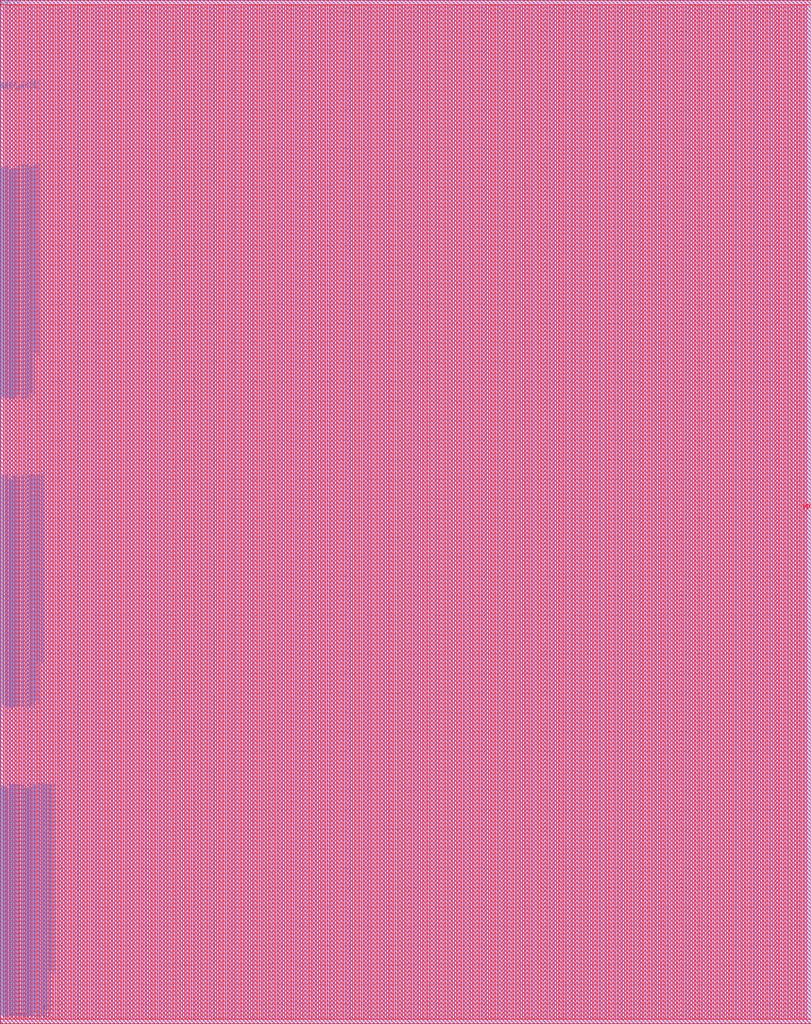
<source format=lef>
VERSION 5.7 ;
BUSBITCHARS "[]" ;
MACRO fakeram130_256x512
  FOREIGN fakeram130_256x512 0 0 ;
  SYMMETRY X Y R90 ;
  SIZE 834.440 BY 1052.640 ;
  CLASS BLOCK ;
  PIN w_mask_in[0]
    DIRECTION INPUT ;
    USE SIGNAL ;
    SHAPE ABUTMENT ;
    PORT
      LAYER met3 ;
      RECT 0.000 4.370 0.460 4.830 ;
    END
  END w_mask_in[0]
  PIN w_mask_in[1]
    DIRECTION INPUT ;
    USE SIGNAL ;
    SHAPE ABUTMENT ;
    PORT
      LAYER met3 ;
      RECT 0.000 4.830 0.460 5.290 ;
    END
  END w_mask_in[1]
  PIN w_mask_in[2]
    DIRECTION INPUT ;
    USE SIGNAL ;
    SHAPE ABUTMENT ;
    PORT
      LAYER met3 ;
      RECT 0.000 5.290 0.460 5.750 ;
    END
  END w_mask_in[2]
  PIN w_mask_in[3]
    DIRECTION INPUT ;
    USE SIGNAL ;
    SHAPE ABUTMENT ;
    PORT
      LAYER met3 ;
      RECT 0.000 5.750 0.460 6.210 ;
    END
  END w_mask_in[3]
  PIN w_mask_in[4]
    DIRECTION INPUT ;
    USE SIGNAL ;
    SHAPE ABUTMENT ;
    PORT
      LAYER met3 ;
      RECT 0.000 6.210 0.460 6.670 ;
    END
  END w_mask_in[4]
  PIN w_mask_in[5]
    DIRECTION INPUT ;
    USE SIGNAL ;
    SHAPE ABUTMENT ;
    PORT
      LAYER met3 ;
      RECT 0.000 6.670 0.460 7.130 ;
    END
  END w_mask_in[5]
  PIN w_mask_in[6]
    DIRECTION INPUT ;
    USE SIGNAL ;
    SHAPE ABUTMENT ;
    PORT
      LAYER met3 ;
      RECT 0.000 7.130 0.460 7.590 ;
    END
  END w_mask_in[6]
  PIN w_mask_in[7]
    DIRECTION INPUT ;
    USE SIGNAL ;
    SHAPE ABUTMENT ;
    PORT
      LAYER met3 ;
      RECT 0.000 7.590 0.460 8.050 ;
    END
  END w_mask_in[7]
  PIN w_mask_in[8]
    DIRECTION INPUT ;
    USE SIGNAL ;
    SHAPE ABUTMENT ;
    PORT
      LAYER met3 ;
      RECT 0.000 8.050 0.460 8.510 ;
    END
  END w_mask_in[8]
  PIN w_mask_in[9]
    DIRECTION INPUT ;
    USE SIGNAL ;
    SHAPE ABUTMENT ;
    PORT
      LAYER met3 ;
      RECT 0.000 8.510 0.460 8.970 ;
    END
  END w_mask_in[9]
  PIN w_mask_in[10]
    DIRECTION INPUT ;
    USE SIGNAL ;
    SHAPE ABUTMENT ;
    PORT
      LAYER met3 ;
      RECT 0.000 8.970 0.460 9.430 ;
    END
  END w_mask_in[10]
  PIN w_mask_in[11]
    DIRECTION INPUT ;
    USE SIGNAL ;
    SHAPE ABUTMENT ;
    PORT
      LAYER met3 ;
      RECT 0.000 9.430 0.460 9.890 ;
    END
  END w_mask_in[11]
  PIN w_mask_in[12]
    DIRECTION INPUT ;
    USE SIGNAL ;
    SHAPE ABUTMENT ;
    PORT
      LAYER met3 ;
      RECT 0.000 9.890 0.460 10.350 ;
    END
  END w_mask_in[12]
  PIN w_mask_in[13]
    DIRECTION INPUT ;
    USE SIGNAL ;
    SHAPE ABUTMENT ;
    PORT
      LAYER met3 ;
      RECT 0.000 10.350 0.460 10.810 ;
    END
  END w_mask_in[13]
  PIN w_mask_in[14]
    DIRECTION INPUT ;
    USE SIGNAL ;
    SHAPE ABUTMENT ;
    PORT
      LAYER met3 ;
      RECT 0.000 10.810 0.460 11.270 ;
    END
  END w_mask_in[14]
  PIN w_mask_in[15]
    DIRECTION INPUT ;
    USE SIGNAL ;
    SHAPE ABUTMENT ;
    PORT
      LAYER met3 ;
      RECT 0.000 11.270 0.460 11.730 ;
    END
  END w_mask_in[15]
  PIN w_mask_in[16]
    DIRECTION INPUT ;
    USE SIGNAL ;
    SHAPE ABUTMENT ;
    PORT
      LAYER met3 ;
      RECT 0.000 11.730 0.460 12.190 ;
    END
  END w_mask_in[16]
  PIN w_mask_in[17]
    DIRECTION INPUT ;
    USE SIGNAL ;
    SHAPE ABUTMENT ;
    PORT
      LAYER met3 ;
      RECT 0.000 12.190 0.460 12.650 ;
    END
  END w_mask_in[17]
  PIN w_mask_in[18]
    DIRECTION INPUT ;
    USE SIGNAL ;
    SHAPE ABUTMENT ;
    PORT
      LAYER met3 ;
      RECT 0.000 12.650 0.460 13.110 ;
    END
  END w_mask_in[18]
  PIN w_mask_in[19]
    DIRECTION INPUT ;
    USE SIGNAL ;
    SHAPE ABUTMENT ;
    PORT
      LAYER met3 ;
      RECT 0.000 13.110 0.460 13.570 ;
    END
  END w_mask_in[19]
  PIN w_mask_in[20]
    DIRECTION INPUT ;
    USE SIGNAL ;
    SHAPE ABUTMENT ;
    PORT
      LAYER met3 ;
      RECT 0.000 13.570 0.460 14.030 ;
    END
  END w_mask_in[20]
  PIN w_mask_in[21]
    DIRECTION INPUT ;
    USE SIGNAL ;
    SHAPE ABUTMENT ;
    PORT
      LAYER met3 ;
      RECT 0.000 14.030 0.460 14.490 ;
    END
  END w_mask_in[21]
  PIN w_mask_in[22]
    DIRECTION INPUT ;
    USE SIGNAL ;
    SHAPE ABUTMENT ;
    PORT
      LAYER met3 ;
      RECT 0.000 14.490 0.460 14.950 ;
    END
  END w_mask_in[22]
  PIN w_mask_in[23]
    DIRECTION INPUT ;
    USE SIGNAL ;
    SHAPE ABUTMENT ;
    PORT
      LAYER met3 ;
      RECT 0.000 14.950 0.460 15.410 ;
    END
  END w_mask_in[23]
  PIN w_mask_in[24]
    DIRECTION INPUT ;
    USE SIGNAL ;
    SHAPE ABUTMENT ;
    PORT
      LAYER met3 ;
      RECT 0.000 15.410 0.460 15.870 ;
    END
  END w_mask_in[24]
  PIN w_mask_in[25]
    DIRECTION INPUT ;
    USE SIGNAL ;
    SHAPE ABUTMENT ;
    PORT
      LAYER met3 ;
      RECT 0.000 15.870 0.460 16.330 ;
    END
  END w_mask_in[25]
  PIN w_mask_in[26]
    DIRECTION INPUT ;
    USE SIGNAL ;
    SHAPE ABUTMENT ;
    PORT
      LAYER met3 ;
      RECT 0.000 16.330 0.460 16.790 ;
    END
  END w_mask_in[26]
  PIN w_mask_in[27]
    DIRECTION INPUT ;
    USE SIGNAL ;
    SHAPE ABUTMENT ;
    PORT
      LAYER met3 ;
      RECT 0.000 16.790 0.460 17.250 ;
    END
  END w_mask_in[27]
  PIN w_mask_in[28]
    DIRECTION INPUT ;
    USE SIGNAL ;
    SHAPE ABUTMENT ;
    PORT
      LAYER met3 ;
      RECT 0.000 17.250 0.460 17.710 ;
    END
  END w_mask_in[28]
  PIN w_mask_in[29]
    DIRECTION INPUT ;
    USE SIGNAL ;
    SHAPE ABUTMENT ;
    PORT
      LAYER met3 ;
      RECT 0.000 17.710 0.460 18.170 ;
    END
  END w_mask_in[29]
  PIN w_mask_in[30]
    DIRECTION INPUT ;
    USE SIGNAL ;
    SHAPE ABUTMENT ;
    PORT
      LAYER met3 ;
      RECT 0.000 18.170 0.460 18.630 ;
    END
  END w_mask_in[30]
  PIN w_mask_in[31]
    DIRECTION INPUT ;
    USE SIGNAL ;
    SHAPE ABUTMENT ;
    PORT
      LAYER met3 ;
      RECT 0.000 18.630 0.460 19.090 ;
    END
  END w_mask_in[31]
  PIN w_mask_in[32]
    DIRECTION INPUT ;
    USE SIGNAL ;
    SHAPE ABUTMENT ;
    PORT
      LAYER met3 ;
      RECT 0.000 19.090 0.460 19.550 ;
    END
  END w_mask_in[32]
  PIN w_mask_in[33]
    DIRECTION INPUT ;
    USE SIGNAL ;
    SHAPE ABUTMENT ;
    PORT
      LAYER met3 ;
      RECT 0.000 19.550 0.460 20.010 ;
    END
  END w_mask_in[33]
  PIN w_mask_in[34]
    DIRECTION INPUT ;
    USE SIGNAL ;
    SHAPE ABUTMENT ;
    PORT
      LAYER met3 ;
      RECT 0.000 20.010 0.460 20.470 ;
    END
  END w_mask_in[34]
  PIN w_mask_in[35]
    DIRECTION INPUT ;
    USE SIGNAL ;
    SHAPE ABUTMENT ;
    PORT
      LAYER met3 ;
      RECT 0.000 20.470 0.460 20.930 ;
    END
  END w_mask_in[35]
  PIN w_mask_in[36]
    DIRECTION INPUT ;
    USE SIGNAL ;
    SHAPE ABUTMENT ;
    PORT
      LAYER met3 ;
      RECT 0.000 20.930 0.460 21.390 ;
    END
  END w_mask_in[36]
  PIN w_mask_in[37]
    DIRECTION INPUT ;
    USE SIGNAL ;
    SHAPE ABUTMENT ;
    PORT
      LAYER met3 ;
      RECT 0.000 21.390 0.460 21.850 ;
    END
  END w_mask_in[37]
  PIN w_mask_in[38]
    DIRECTION INPUT ;
    USE SIGNAL ;
    SHAPE ABUTMENT ;
    PORT
      LAYER met3 ;
      RECT 0.000 21.850 0.460 22.310 ;
    END
  END w_mask_in[38]
  PIN w_mask_in[39]
    DIRECTION INPUT ;
    USE SIGNAL ;
    SHAPE ABUTMENT ;
    PORT
      LAYER met3 ;
      RECT 0.000 22.310 0.460 22.770 ;
    END
  END w_mask_in[39]
  PIN w_mask_in[40]
    DIRECTION INPUT ;
    USE SIGNAL ;
    SHAPE ABUTMENT ;
    PORT
      LAYER met3 ;
      RECT 0.000 22.770 0.460 23.230 ;
    END
  END w_mask_in[40]
  PIN w_mask_in[41]
    DIRECTION INPUT ;
    USE SIGNAL ;
    SHAPE ABUTMENT ;
    PORT
      LAYER met3 ;
      RECT 0.000 23.230 0.460 23.690 ;
    END
  END w_mask_in[41]
  PIN w_mask_in[42]
    DIRECTION INPUT ;
    USE SIGNAL ;
    SHAPE ABUTMENT ;
    PORT
      LAYER met3 ;
      RECT 0.000 23.690 0.460 24.150 ;
    END
  END w_mask_in[42]
  PIN w_mask_in[43]
    DIRECTION INPUT ;
    USE SIGNAL ;
    SHAPE ABUTMENT ;
    PORT
      LAYER met3 ;
      RECT 0.000 24.150 0.460 24.610 ;
    END
  END w_mask_in[43]
  PIN w_mask_in[44]
    DIRECTION INPUT ;
    USE SIGNAL ;
    SHAPE ABUTMENT ;
    PORT
      LAYER met3 ;
      RECT 0.000 24.610 0.460 25.070 ;
    END
  END w_mask_in[44]
  PIN w_mask_in[45]
    DIRECTION INPUT ;
    USE SIGNAL ;
    SHAPE ABUTMENT ;
    PORT
      LAYER met3 ;
      RECT 0.000 25.070 0.460 25.530 ;
    END
  END w_mask_in[45]
  PIN w_mask_in[46]
    DIRECTION INPUT ;
    USE SIGNAL ;
    SHAPE ABUTMENT ;
    PORT
      LAYER met3 ;
      RECT 0.000 25.530 0.460 25.990 ;
    END
  END w_mask_in[46]
  PIN w_mask_in[47]
    DIRECTION INPUT ;
    USE SIGNAL ;
    SHAPE ABUTMENT ;
    PORT
      LAYER met3 ;
      RECT 0.000 25.990 0.460 26.450 ;
    END
  END w_mask_in[47]
  PIN w_mask_in[48]
    DIRECTION INPUT ;
    USE SIGNAL ;
    SHAPE ABUTMENT ;
    PORT
      LAYER met3 ;
      RECT 0.000 26.450 0.460 26.910 ;
    END
  END w_mask_in[48]
  PIN w_mask_in[49]
    DIRECTION INPUT ;
    USE SIGNAL ;
    SHAPE ABUTMENT ;
    PORT
      LAYER met3 ;
      RECT 0.000 26.910 0.460 27.370 ;
    END
  END w_mask_in[49]
  PIN w_mask_in[50]
    DIRECTION INPUT ;
    USE SIGNAL ;
    SHAPE ABUTMENT ;
    PORT
      LAYER met3 ;
      RECT 0.000 27.370 0.460 27.830 ;
    END
  END w_mask_in[50]
  PIN w_mask_in[51]
    DIRECTION INPUT ;
    USE SIGNAL ;
    SHAPE ABUTMENT ;
    PORT
      LAYER met3 ;
      RECT 0.000 27.830 0.460 28.290 ;
    END
  END w_mask_in[51]
  PIN w_mask_in[52]
    DIRECTION INPUT ;
    USE SIGNAL ;
    SHAPE ABUTMENT ;
    PORT
      LAYER met3 ;
      RECT 0.000 28.290 0.460 28.750 ;
    END
  END w_mask_in[52]
  PIN w_mask_in[53]
    DIRECTION INPUT ;
    USE SIGNAL ;
    SHAPE ABUTMENT ;
    PORT
      LAYER met3 ;
      RECT 0.000 28.750 0.460 29.210 ;
    END
  END w_mask_in[53]
  PIN w_mask_in[54]
    DIRECTION INPUT ;
    USE SIGNAL ;
    SHAPE ABUTMENT ;
    PORT
      LAYER met3 ;
      RECT 0.000 29.210 0.460 29.670 ;
    END
  END w_mask_in[54]
  PIN w_mask_in[55]
    DIRECTION INPUT ;
    USE SIGNAL ;
    SHAPE ABUTMENT ;
    PORT
      LAYER met3 ;
      RECT 0.000 29.670 0.460 30.130 ;
    END
  END w_mask_in[55]
  PIN w_mask_in[56]
    DIRECTION INPUT ;
    USE SIGNAL ;
    SHAPE ABUTMENT ;
    PORT
      LAYER met3 ;
      RECT 0.000 30.130 0.460 30.590 ;
    END
  END w_mask_in[56]
  PIN w_mask_in[57]
    DIRECTION INPUT ;
    USE SIGNAL ;
    SHAPE ABUTMENT ;
    PORT
      LAYER met3 ;
      RECT 0.000 30.590 0.460 31.050 ;
    END
  END w_mask_in[57]
  PIN w_mask_in[58]
    DIRECTION INPUT ;
    USE SIGNAL ;
    SHAPE ABUTMENT ;
    PORT
      LAYER met3 ;
      RECT 0.000 31.050 0.460 31.510 ;
    END
  END w_mask_in[58]
  PIN w_mask_in[59]
    DIRECTION INPUT ;
    USE SIGNAL ;
    SHAPE ABUTMENT ;
    PORT
      LAYER met3 ;
      RECT 0.000 31.510 0.460 31.970 ;
    END
  END w_mask_in[59]
  PIN w_mask_in[60]
    DIRECTION INPUT ;
    USE SIGNAL ;
    SHAPE ABUTMENT ;
    PORT
      LAYER met3 ;
      RECT 0.000 31.970 0.460 32.430 ;
    END
  END w_mask_in[60]
  PIN w_mask_in[61]
    DIRECTION INPUT ;
    USE SIGNAL ;
    SHAPE ABUTMENT ;
    PORT
      LAYER met3 ;
      RECT 0.000 32.430 0.460 32.890 ;
    END
  END w_mask_in[61]
  PIN w_mask_in[62]
    DIRECTION INPUT ;
    USE SIGNAL ;
    SHAPE ABUTMENT ;
    PORT
      LAYER met3 ;
      RECT 0.000 32.890 0.460 33.350 ;
    END
  END w_mask_in[62]
  PIN w_mask_in[63]
    DIRECTION INPUT ;
    USE SIGNAL ;
    SHAPE ABUTMENT ;
    PORT
      LAYER met3 ;
      RECT 0.000 33.350 0.460 33.810 ;
    END
  END w_mask_in[63]
  PIN w_mask_in[64]
    DIRECTION INPUT ;
    USE SIGNAL ;
    SHAPE ABUTMENT ;
    PORT
      LAYER met3 ;
      RECT 0.000 33.810 0.460 34.270 ;
    END
  END w_mask_in[64]
  PIN w_mask_in[65]
    DIRECTION INPUT ;
    USE SIGNAL ;
    SHAPE ABUTMENT ;
    PORT
      LAYER met3 ;
      RECT 0.000 34.270 0.460 34.730 ;
    END
  END w_mask_in[65]
  PIN w_mask_in[66]
    DIRECTION INPUT ;
    USE SIGNAL ;
    SHAPE ABUTMENT ;
    PORT
      LAYER met3 ;
      RECT 0.000 34.730 0.460 35.190 ;
    END
  END w_mask_in[66]
  PIN w_mask_in[67]
    DIRECTION INPUT ;
    USE SIGNAL ;
    SHAPE ABUTMENT ;
    PORT
      LAYER met3 ;
      RECT 0.000 35.190 0.460 35.650 ;
    END
  END w_mask_in[67]
  PIN w_mask_in[68]
    DIRECTION INPUT ;
    USE SIGNAL ;
    SHAPE ABUTMENT ;
    PORT
      LAYER met3 ;
      RECT 0.000 35.650 0.460 36.110 ;
    END
  END w_mask_in[68]
  PIN w_mask_in[69]
    DIRECTION INPUT ;
    USE SIGNAL ;
    SHAPE ABUTMENT ;
    PORT
      LAYER met3 ;
      RECT 0.000 36.110 0.460 36.570 ;
    END
  END w_mask_in[69]
  PIN w_mask_in[70]
    DIRECTION INPUT ;
    USE SIGNAL ;
    SHAPE ABUTMENT ;
    PORT
      LAYER met3 ;
      RECT 0.000 36.570 0.460 37.030 ;
    END
  END w_mask_in[70]
  PIN w_mask_in[71]
    DIRECTION INPUT ;
    USE SIGNAL ;
    SHAPE ABUTMENT ;
    PORT
      LAYER met3 ;
      RECT 0.000 37.030 0.460 37.490 ;
    END
  END w_mask_in[71]
  PIN w_mask_in[72]
    DIRECTION INPUT ;
    USE SIGNAL ;
    SHAPE ABUTMENT ;
    PORT
      LAYER met3 ;
      RECT 0.000 37.490 0.460 37.950 ;
    END
  END w_mask_in[72]
  PIN w_mask_in[73]
    DIRECTION INPUT ;
    USE SIGNAL ;
    SHAPE ABUTMENT ;
    PORT
      LAYER met3 ;
      RECT 0.000 37.950 0.460 38.410 ;
    END
  END w_mask_in[73]
  PIN w_mask_in[74]
    DIRECTION INPUT ;
    USE SIGNAL ;
    SHAPE ABUTMENT ;
    PORT
      LAYER met3 ;
      RECT 0.000 38.410 0.460 38.870 ;
    END
  END w_mask_in[74]
  PIN w_mask_in[75]
    DIRECTION INPUT ;
    USE SIGNAL ;
    SHAPE ABUTMENT ;
    PORT
      LAYER met3 ;
      RECT 0.000 38.870 0.460 39.330 ;
    END
  END w_mask_in[75]
  PIN w_mask_in[76]
    DIRECTION INPUT ;
    USE SIGNAL ;
    SHAPE ABUTMENT ;
    PORT
      LAYER met3 ;
      RECT 0.000 39.330 0.460 39.790 ;
    END
  END w_mask_in[76]
  PIN w_mask_in[77]
    DIRECTION INPUT ;
    USE SIGNAL ;
    SHAPE ABUTMENT ;
    PORT
      LAYER met3 ;
      RECT 0.000 39.790 0.460 40.250 ;
    END
  END w_mask_in[77]
  PIN w_mask_in[78]
    DIRECTION INPUT ;
    USE SIGNAL ;
    SHAPE ABUTMENT ;
    PORT
      LAYER met3 ;
      RECT 0.000 40.250 0.460 40.710 ;
    END
  END w_mask_in[78]
  PIN w_mask_in[79]
    DIRECTION INPUT ;
    USE SIGNAL ;
    SHAPE ABUTMENT ;
    PORT
      LAYER met3 ;
      RECT 0.000 40.710 0.460 41.170 ;
    END
  END w_mask_in[79]
  PIN w_mask_in[80]
    DIRECTION INPUT ;
    USE SIGNAL ;
    SHAPE ABUTMENT ;
    PORT
      LAYER met3 ;
      RECT 0.000 41.170 0.460 41.630 ;
    END
  END w_mask_in[80]
  PIN w_mask_in[81]
    DIRECTION INPUT ;
    USE SIGNAL ;
    SHAPE ABUTMENT ;
    PORT
      LAYER met3 ;
      RECT 0.000 41.630 0.460 42.090 ;
    END
  END w_mask_in[81]
  PIN w_mask_in[82]
    DIRECTION INPUT ;
    USE SIGNAL ;
    SHAPE ABUTMENT ;
    PORT
      LAYER met3 ;
      RECT 0.000 42.090 0.460 42.550 ;
    END
  END w_mask_in[82]
  PIN w_mask_in[83]
    DIRECTION INPUT ;
    USE SIGNAL ;
    SHAPE ABUTMENT ;
    PORT
      LAYER met3 ;
      RECT 0.000 42.550 0.460 43.010 ;
    END
  END w_mask_in[83]
  PIN w_mask_in[84]
    DIRECTION INPUT ;
    USE SIGNAL ;
    SHAPE ABUTMENT ;
    PORT
      LAYER met3 ;
      RECT 0.000 43.010 0.460 43.470 ;
    END
  END w_mask_in[84]
  PIN w_mask_in[85]
    DIRECTION INPUT ;
    USE SIGNAL ;
    SHAPE ABUTMENT ;
    PORT
      LAYER met3 ;
      RECT 0.000 43.470 0.460 43.930 ;
    END
  END w_mask_in[85]
  PIN w_mask_in[86]
    DIRECTION INPUT ;
    USE SIGNAL ;
    SHAPE ABUTMENT ;
    PORT
      LAYER met3 ;
      RECT 0.000 43.930 0.460 44.390 ;
    END
  END w_mask_in[86]
  PIN w_mask_in[87]
    DIRECTION INPUT ;
    USE SIGNAL ;
    SHAPE ABUTMENT ;
    PORT
      LAYER met3 ;
      RECT 0.000 44.390 0.460 44.850 ;
    END
  END w_mask_in[87]
  PIN w_mask_in[88]
    DIRECTION INPUT ;
    USE SIGNAL ;
    SHAPE ABUTMENT ;
    PORT
      LAYER met3 ;
      RECT 0.000 44.850 0.460 45.310 ;
    END
  END w_mask_in[88]
  PIN w_mask_in[89]
    DIRECTION INPUT ;
    USE SIGNAL ;
    SHAPE ABUTMENT ;
    PORT
      LAYER met3 ;
      RECT 0.000 45.310 0.460 45.770 ;
    END
  END w_mask_in[89]
  PIN w_mask_in[90]
    DIRECTION INPUT ;
    USE SIGNAL ;
    SHAPE ABUTMENT ;
    PORT
      LAYER met3 ;
      RECT 0.000 45.770 0.460 46.230 ;
    END
  END w_mask_in[90]
  PIN w_mask_in[91]
    DIRECTION INPUT ;
    USE SIGNAL ;
    SHAPE ABUTMENT ;
    PORT
      LAYER met3 ;
      RECT 0.000 46.230 0.460 46.690 ;
    END
  END w_mask_in[91]
  PIN w_mask_in[92]
    DIRECTION INPUT ;
    USE SIGNAL ;
    SHAPE ABUTMENT ;
    PORT
      LAYER met3 ;
      RECT 0.000 46.690 0.460 47.150 ;
    END
  END w_mask_in[92]
  PIN w_mask_in[93]
    DIRECTION INPUT ;
    USE SIGNAL ;
    SHAPE ABUTMENT ;
    PORT
      LAYER met3 ;
      RECT 0.000 47.150 0.460 47.610 ;
    END
  END w_mask_in[93]
  PIN w_mask_in[94]
    DIRECTION INPUT ;
    USE SIGNAL ;
    SHAPE ABUTMENT ;
    PORT
      LAYER met3 ;
      RECT 0.000 47.610 0.460 48.070 ;
    END
  END w_mask_in[94]
  PIN w_mask_in[95]
    DIRECTION INPUT ;
    USE SIGNAL ;
    SHAPE ABUTMENT ;
    PORT
      LAYER met3 ;
      RECT 0.000 48.070 0.460 48.530 ;
    END
  END w_mask_in[95]
  PIN w_mask_in[96]
    DIRECTION INPUT ;
    USE SIGNAL ;
    SHAPE ABUTMENT ;
    PORT
      LAYER met3 ;
      RECT 0.000 48.530 0.460 48.990 ;
    END
  END w_mask_in[96]
  PIN w_mask_in[97]
    DIRECTION INPUT ;
    USE SIGNAL ;
    SHAPE ABUTMENT ;
    PORT
      LAYER met3 ;
      RECT 0.000 48.990 0.460 49.450 ;
    END
  END w_mask_in[97]
  PIN w_mask_in[98]
    DIRECTION INPUT ;
    USE SIGNAL ;
    SHAPE ABUTMENT ;
    PORT
      LAYER met3 ;
      RECT 0.000 49.450 0.460 49.910 ;
    END
  END w_mask_in[98]
  PIN w_mask_in[99]
    DIRECTION INPUT ;
    USE SIGNAL ;
    SHAPE ABUTMENT ;
    PORT
      LAYER met3 ;
      RECT 0.000 49.910 0.460 50.370 ;
    END
  END w_mask_in[99]
  PIN w_mask_in[100]
    DIRECTION INPUT ;
    USE SIGNAL ;
    SHAPE ABUTMENT ;
    PORT
      LAYER met3 ;
      RECT 0.000 50.370 0.460 50.830 ;
    END
  END w_mask_in[100]
  PIN w_mask_in[101]
    DIRECTION INPUT ;
    USE SIGNAL ;
    SHAPE ABUTMENT ;
    PORT
      LAYER met3 ;
      RECT 0.000 50.830 0.460 51.290 ;
    END
  END w_mask_in[101]
  PIN w_mask_in[102]
    DIRECTION INPUT ;
    USE SIGNAL ;
    SHAPE ABUTMENT ;
    PORT
      LAYER met3 ;
      RECT 0.000 51.290 0.460 51.750 ;
    END
  END w_mask_in[102]
  PIN w_mask_in[103]
    DIRECTION INPUT ;
    USE SIGNAL ;
    SHAPE ABUTMENT ;
    PORT
      LAYER met3 ;
      RECT 0.000 51.750 0.460 52.210 ;
    END
  END w_mask_in[103]
  PIN w_mask_in[104]
    DIRECTION INPUT ;
    USE SIGNAL ;
    SHAPE ABUTMENT ;
    PORT
      LAYER met3 ;
      RECT 0.000 52.210 0.460 52.670 ;
    END
  END w_mask_in[104]
  PIN w_mask_in[105]
    DIRECTION INPUT ;
    USE SIGNAL ;
    SHAPE ABUTMENT ;
    PORT
      LAYER met3 ;
      RECT 0.000 52.670 0.460 53.130 ;
    END
  END w_mask_in[105]
  PIN w_mask_in[106]
    DIRECTION INPUT ;
    USE SIGNAL ;
    SHAPE ABUTMENT ;
    PORT
      LAYER met3 ;
      RECT 0.000 53.130 0.460 53.590 ;
    END
  END w_mask_in[106]
  PIN w_mask_in[107]
    DIRECTION INPUT ;
    USE SIGNAL ;
    SHAPE ABUTMENT ;
    PORT
      LAYER met3 ;
      RECT 0.000 53.590 0.460 54.050 ;
    END
  END w_mask_in[107]
  PIN w_mask_in[108]
    DIRECTION INPUT ;
    USE SIGNAL ;
    SHAPE ABUTMENT ;
    PORT
      LAYER met3 ;
      RECT 0.000 54.050 0.460 54.510 ;
    END
  END w_mask_in[108]
  PIN w_mask_in[109]
    DIRECTION INPUT ;
    USE SIGNAL ;
    SHAPE ABUTMENT ;
    PORT
      LAYER met3 ;
      RECT 0.000 54.510 0.460 54.970 ;
    END
  END w_mask_in[109]
  PIN w_mask_in[110]
    DIRECTION INPUT ;
    USE SIGNAL ;
    SHAPE ABUTMENT ;
    PORT
      LAYER met3 ;
      RECT 0.000 54.970 0.460 55.430 ;
    END
  END w_mask_in[110]
  PIN w_mask_in[111]
    DIRECTION INPUT ;
    USE SIGNAL ;
    SHAPE ABUTMENT ;
    PORT
      LAYER met3 ;
      RECT 0.000 55.430 0.460 55.890 ;
    END
  END w_mask_in[111]
  PIN w_mask_in[112]
    DIRECTION INPUT ;
    USE SIGNAL ;
    SHAPE ABUTMENT ;
    PORT
      LAYER met3 ;
      RECT 0.000 55.890 0.460 56.350 ;
    END
  END w_mask_in[112]
  PIN w_mask_in[113]
    DIRECTION INPUT ;
    USE SIGNAL ;
    SHAPE ABUTMENT ;
    PORT
      LAYER met3 ;
      RECT 0.000 56.350 0.460 56.810 ;
    END
  END w_mask_in[113]
  PIN w_mask_in[114]
    DIRECTION INPUT ;
    USE SIGNAL ;
    SHAPE ABUTMENT ;
    PORT
      LAYER met3 ;
      RECT 0.000 56.810 0.460 57.270 ;
    END
  END w_mask_in[114]
  PIN w_mask_in[115]
    DIRECTION INPUT ;
    USE SIGNAL ;
    SHAPE ABUTMENT ;
    PORT
      LAYER met3 ;
      RECT 0.000 57.270 0.460 57.730 ;
    END
  END w_mask_in[115]
  PIN w_mask_in[116]
    DIRECTION INPUT ;
    USE SIGNAL ;
    SHAPE ABUTMENT ;
    PORT
      LAYER met3 ;
      RECT 0.000 57.730 0.460 58.190 ;
    END
  END w_mask_in[116]
  PIN w_mask_in[117]
    DIRECTION INPUT ;
    USE SIGNAL ;
    SHAPE ABUTMENT ;
    PORT
      LAYER met3 ;
      RECT 0.000 58.190 0.460 58.650 ;
    END
  END w_mask_in[117]
  PIN w_mask_in[118]
    DIRECTION INPUT ;
    USE SIGNAL ;
    SHAPE ABUTMENT ;
    PORT
      LAYER met3 ;
      RECT 0.000 58.650 0.460 59.110 ;
    END
  END w_mask_in[118]
  PIN w_mask_in[119]
    DIRECTION INPUT ;
    USE SIGNAL ;
    SHAPE ABUTMENT ;
    PORT
      LAYER met3 ;
      RECT 0.000 59.110 0.460 59.570 ;
    END
  END w_mask_in[119]
  PIN w_mask_in[120]
    DIRECTION INPUT ;
    USE SIGNAL ;
    SHAPE ABUTMENT ;
    PORT
      LAYER met3 ;
      RECT 0.000 59.570 0.460 60.030 ;
    END
  END w_mask_in[120]
  PIN w_mask_in[121]
    DIRECTION INPUT ;
    USE SIGNAL ;
    SHAPE ABUTMENT ;
    PORT
      LAYER met3 ;
      RECT 0.000 60.030 0.460 60.490 ;
    END
  END w_mask_in[121]
  PIN w_mask_in[122]
    DIRECTION INPUT ;
    USE SIGNAL ;
    SHAPE ABUTMENT ;
    PORT
      LAYER met3 ;
      RECT 0.000 60.490 0.460 60.950 ;
    END
  END w_mask_in[122]
  PIN w_mask_in[123]
    DIRECTION INPUT ;
    USE SIGNAL ;
    SHAPE ABUTMENT ;
    PORT
      LAYER met3 ;
      RECT 0.000 60.950 0.460 61.410 ;
    END
  END w_mask_in[123]
  PIN w_mask_in[124]
    DIRECTION INPUT ;
    USE SIGNAL ;
    SHAPE ABUTMENT ;
    PORT
      LAYER met3 ;
      RECT 0.000 61.410 0.460 61.870 ;
    END
  END w_mask_in[124]
  PIN w_mask_in[125]
    DIRECTION INPUT ;
    USE SIGNAL ;
    SHAPE ABUTMENT ;
    PORT
      LAYER met3 ;
      RECT 0.000 61.870 0.460 62.330 ;
    END
  END w_mask_in[125]
  PIN w_mask_in[126]
    DIRECTION INPUT ;
    USE SIGNAL ;
    SHAPE ABUTMENT ;
    PORT
      LAYER met3 ;
      RECT 0.000 62.330 0.460 62.790 ;
    END
  END w_mask_in[126]
  PIN w_mask_in[127]
    DIRECTION INPUT ;
    USE SIGNAL ;
    SHAPE ABUTMENT ;
    PORT
      LAYER met3 ;
      RECT 0.000 62.790 0.460 63.250 ;
    END
  END w_mask_in[127]
  PIN w_mask_in[128]
    DIRECTION INPUT ;
    USE SIGNAL ;
    SHAPE ABUTMENT ;
    PORT
      LAYER met3 ;
      RECT 0.000 63.250 0.460 63.710 ;
    END
  END w_mask_in[128]
  PIN w_mask_in[129]
    DIRECTION INPUT ;
    USE SIGNAL ;
    SHAPE ABUTMENT ;
    PORT
      LAYER met3 ;
      RECT 0.000 63.710 0.460 64.170 ;
    END
  END w_mask_in[129]
  PIN w_mask_in[130]
    DIRECTION INPUT ;
    USE SIGNAL ;
    SHAPE ABUTMENT ;
    PORT
      LAYER met3 ;
      RECT 0.000 64.170 0.460 64.630 ;
    END
  END w_mask_in[130]
  PIN w_mask_in[131]
    DIRECTION INPUT ;
    USE SIGNAL ;
    SHAPE ABUTMENT ;
    PORT
      LAYER met3 ;
      RECT 0.000 64.630 0.460 65.090 ;
    END
  END w_mask_in[131]
  PIN w_mask_in[132]
    DIRECTION INPUT ;
    USE SIGNAL ;
    SHAPE ABUTMENT ;
    PORT
      LAYER met3 ;
      RECT 0.000 65.090 0.460 65.550 ;
    END
  END w_mask_in[132]
  PIN w_mask_in[133]
    DIRECTION INPUT ;
    USE SIGNAL ;
    SHAPE ABUTMENT ;
    PORT
      LAYER met3 ;
      RECT 0.000 65.550 0.460 66.010 ;
    END
  END w_mask_in[133]
  PIN w_mask_in[134]
    DIRECTION INPUT ;
    USE SIGNAL ;
    SHAPE ABUTMENT ;
    PORT
      LAYER met3 ;
      RECT 0.000 66.010 0.460 66.470 ;
    END
  END w_mask_in[134]
  PIN w_mask_in[135]
    DIRECTION INPUT ;
    USE SIGNAL ;
    SHAPE ABUTMENT ;
    PORT
      LAYER met3 ;
      RECT 0.000 66.470 0.460 66.930 ;
    END
  END w_mask_in[135]
  PIN w_mask_in[136]
    DIRECTION INPUT ;
    USE SIGNAL ;
    SHAPE ABUTMENT ;
    PORT
      LAYER met3 ;
      RECT 0.000 66.930 0.460 67.390 ;
    END
  END w_mask_in[136]
  PIN w_mask_in[137]
    DIRECTION INPUT ;
    USE SIGNAL ;
    SHAPE ABUTMENT ;
    PORT
      LAYER met3 ;
      RECT 0.000 67.390 0.460 67.850 ;
    END
  END w_mask_in[137]
  PIN w_mask_in[138]
    DIRECTION INPUT ;
    USE SIGNAL ;
    SHAPE ABUTMENT ;
    PORT
      LAYER met3 ;
      RECT 0.000 67.850 0.460 68.310 ;
    END
  END w_mask_in[138]
  PIN w_mask_in[139]
    DIRECTION INPUT ;
    USE SIGNAL ;
    SHAPE ABUTMENT ;
    PORT
      LAYER met3 ;
      RECT 0.000 68.310 0.460 68.770 ;
    END
  END w_mask_in[139]
  PIN w_mask_in[140]
    DIRECTION INPUT ;
    USE SIGNAL ;
    SHAPE ABUTMENT ;
    PORT
      LAYER met3 ;
      RECT 0.000 68.770 0.460 69.230 ;
    END
  END w_mask_in[140]
  PIN w_mask_in[141]
    DIRECTION INPUT ;
    USE SIGNAL ;
    SHAPE ABUTMENT ;
    PORT
      LAYER met3 ;
      RECT 0.000 69.230 0.460 69.690 ;
    END
  END w_mask_in[141]
  PIN w_mask_in[142]
    DIRECTION INPUT ;
    USE SIGNAL ;
    SHAPE ABUTMENT ;
    PORT
      LAYER met3 ;
      RECT 0.000 69.690 0.460 70.150 ;
    END
  END w_mask_in[142]
  PIN w_mask_in[143]
    DIRECTION INPUT ;
    USE SIGNAL ;
    SHAPE ABUTMENT ;
    PORT
      LAYER met3 ;
      RECT 0.000 70.150 0.460 70.610 ;
    END
  END w_mask_in[143]
  PIN w_mask_in[144]
    DIRECTION INPUT ;
    USE SIGNAL ;
    SHAPE ABUTMENT ;
    PORT
      LAYER met3 ;
      RECT 0.000 70.610 0.460 71.070 ;
    END
  END w_mask_in[144]
  PIN w_mask_in[145]
    DIRECTION INPUT ;
    USE SIGNAL ;
    SHAPE ABUTMENT ;
    PORT
      LAYER met3 ;
      RECT 0.000 71.070 0.460 71.530 ;
    END
  END w_mask_in[145]
  PIN w_mask_in[146]
    DIRECTION INPUT ;
    USE SIGNAL ;
    SHAPE ABUTMENT ;
    PORT
      LAYER met3 ;
      RECT 0.000 71.530 0.460 71.990 ;
    END
  END w_mask_in[146]
  PIN w_mask_in[147]
    DIRECTION INPUT ;
    USE SIGNAL ;
    SHAPE ABUTMENT ;
    PORT
      LAYER met3 ;
      RECT 0.000 71.990 0.460 72.450 ;
    END
  END w_mask_in[147]
  PIN w_mask_in[148]
    DIRECTION INPUT ;
    USE SIGNAL ;
    SHAPE ABUTMENT ;
    PORT
      LAYER met3 ;
      RECT 0.000 72.450 0.460 72.910 ;
    END
  END w_mask_in[148]
  PIN w_mask_in[149]
    DIRECTION INPUT ;
    USE SIGNAL ;
    SHAPE ABUTMENT ;
    PORT
      LAYER met3 ;
      RECT 0.000 72.910 0.460 73.370 ;
    END
  END w_mask_in[149]
  PIN w_mask_in[150]
    DIRECTION INPUT ;
    USE SIGNAL ;
    SHAPE ABUTMENT ;
    PORT
      LAYER met3 ;
      RECT 0.000 73.370 0.460 73.830 ;
    END
  END w_mask_in[150]
  PIN w_mask_in[151]
    DIRECTION INPUT ;
    USE SIGNAL ;
    SHAPE ABUTMENT ;
    PORT
      LAYER met3 ;
      RECT 0.000 73.830 0.460 74.290 ;
    END
  END w_mask_in[151]
  PIN w_mask_in[152]
    DIRECTION INPUT ;
    USE SIGNAL ;
    SHAPE ABUTMENT ;
    PORT
      LAYER met3 ;
      RECT 0.000 74.290 0.460 74.750 ;
    END
  END w_mask_in[152]
  PIN w_mask_in[153]
    DIRECTION INPUT ;
    USE SIGNAL ;
    SHAPE ABUTMENT ;
    PORT
      LAYER met3 ;
      RECT 0.000 74.750 0.460 75.210 ;
    END
  END w_mask_in[153]
  PIN w_mask_in[154]
    DIRECTION INPUT ;
    USE SIGNAL ;
    SHAPE ABUTMENT ;
    PORT
      LAYER met3 ;
      RECT 0.000 75.210 0.460 75.670 ;
    END
  END w_mask_in[154]
  PIN w_mask_in[155]
    DIRECTION INPUT ;
    USE SIGNAL ;
    SHAPE ABUTMENT ;
    PORT
      LAYER met3 ;
      RECT 0.000 75.670 0.460 76.130 ;
    END
  END w_mask_in[155]
  PIN w_mask_in[156]
    DIRECTION INPUT ;
    USE SIGNAL ;
    SHAPE ABUTMENT ;
    PORT
      LAYER met3 ;
      RECT 0.000 76.130 0.460 76.590 ;
    END
  END w_mask_in[156]
  PIN w_mask_in[157]
    DIRECTION INPUT ;
    USE SIGNAL ;
    SHAPE ABUTMENT ;
    PORT
      LAYER met3 ;
      RECT 0.000 76.590 0.460 77.050 ;
    END
  END w_mask_in[157]
  PIN w_mask_in[158]
    DIRECTION INPUT ;
    USE SIGNAL ;
    SHAPE ABUTMENT ;
    PORT
      LAYER met3 ;
      RECT 0.000 77.050 0.460 77.510 ;
    END
  END w_mask_in[158]
  PIN w_mask_in[159]
    DIRECTION INPUT ;
    USE SIGNAL ;
    SHAPE ABUTMENT ;
    PORT
      LAYER met3 ;
      RECT 0.000 77.510 0.460 77.970 ;
    END
  END w_mask_in[159]
  PIN w_mask_in[160]
    DIRECTION INPUT ;
    USE SIGNAL ;
    SHAPE ABUTMENT ;
    PORT
      LAYER met3 ;
      RECT 0.000 77.970 0.460 78.430 ;
    END
  END w_mask_in[160]
  PIN w_mask_in[161]
    DIRECTION INPUT ;
    USE SIGNAL ;
    SHAPE ABUTMENT ;
    PORT
      LAYER met3 ;
      RECT 0.000 78.430 0.460 78.890 ;
    END
  END w_mask_in[161]
  PIN w_mask_in[162]
    DIRECTION INPUT ;
    USE SIGNAL ;
    SHAPE ABUTMENT ;
    PORT
      LAYER met3 ;
      RECT 0.000 78.890 0.460 79.350 ;
    END
  END w_mask_in[162]
  PIN w_mask_in[163]
    DIRECTION INPUT ;
    USE SIGNAL ;
    SHAPE ABUTMENT ;
    PORT
      LAYER met3 ;
      RECT 0.000 79.350 0.460 79.810 ;
    END
  END w_mask_in[163]
  PIN w_mask_in[164]
    DIRECTION INPUT ;
    USE SIGNAL ;
    SHAPE ABUTMENT ;
    PORT
      LAYER met3 ;
      RECT 0.000 79.810 0.460 80.270 ;
    END
  END w_mask_in[164]
  PIN w_mask_in[165]
    DIRECTION INPUT ;
    USE SIGNAL ;
    SHAPE ABUTMENT ;
    PORT
      LAYER met3 ;
      RECT 0.000 80.270 0.460 80.730 ;
    END
  END w_mask_in[165]
  PIN w_mask_in[166]
    DIRECTION INPUT ;
    USE SIGNAL ;
    SHAPE ABUTMENT ;
    PORT
      LAYER met3 ;
      RECT 0.000 80.730 0.460 81.190 ;
    END
  END w_mask_in[166]
  PIN w_mask_in[167]
    DIRECTION INPUT ;
    USE SIGNAL ;
    SHAPE ABUTMENT ;
    PORT
      LAYER met3 ;
      RECT 0.000 81.190 0.460 81.650 ;
    END
  END w_mask_in[167]
  PIN w_mask_in[168]
    DIRECTION INPUT ;
    USE SIGNAL ;
    SHAPE ABUTMENT ;
    PORT
      LAYER met3 ;
      RECT 0.000 81.650 0.460 82.110 ;
    END
  END w_mask_in[168]
  PIN w_mask_in[169]
    DIRECTION INPUT ;
    USE SIGNAL ;
    SHAPE ABUTMENT ;
    PORT
      LAYER met3 ;
      RECT 0.000 82.110 0.460 82.570 ;
    END
  END w_mask_in[169]
  PIN w_mask_in[170]
    DIRECTION INPUT ;
    USE SIGNAL ;
    SHAPE ABUTMENT ;
    PORT
      LAYER met3 ;
      RECT 0.000 82.570 0.460 83.030 ;
    END
  END w_mask_in[170]
  PIN w_mask_in[171]
    DIRECTION INPUT ;
    USE SIGNAL ;
    SHAPE ABUTMENT ;
    PORT
      LAYER met3 ;
      RECT 0.000 83.030 0.460 83.490 ;
    END
  END w_mask_in[171]
  PIN w_mask_in[172]
    DIRECTION INPUT ;
    USE SIGNAL ;
    SHAPE ABUTMENT ;
    PORT
      LAYER met3 ;
      RECT 0.000 83.490 0.460 83.950 ;
    END
  END w_mask_in[172]
  PIN w_mask_in[173]
    DIRECTION INPUT ;
    USE SIGNAL ;
    SHAPE ABUTMENT ;
    PORT
      LAYER met3 ;
      RECT 0.000 83.950 0.460 84.410 ;
    END
  END w_mask_in[173]
  PIN w_mask_in[174]
    DIRECTION INPUT ;
    USE SIGNAL ;
    SHAPE ABUTMENT ;
    PORT
      LAYER met3 ;
      RECT 0.000 84.410 0.460 84.870 ;
    END
  END w_mask_in[174]
  PIN w_mask_in[175]
    DIRECTION INPUT ;
    USE SIGNAL ;
    SHAPE ABUTMENT ;
    PORT
      LAYER met3 ;
      RECT 0.000 84.870 0.460 85.330 ;
    END
  END w_mask_in[175]
  PIN w_mask_in[176]
    DIRECTION INPUT ;
    USE SIGNAL ;
    SHAPE ABUTMENT ;
    PORT
      LAYER met3 ;
      RECT 0.000 85.330 0.460 85.790 ;
    END
  END w_mask_in[176]
  PIN w_mask_in[177]
    DIRECTION INPUT ;
    USE SIGNAL ;
    SHAPE ABUTMENT ;
    PORT
      LAYER met3 ;
      RECT 0.000 85.790 0.460 86.250 ;
    END
  END w_mask_in[177]
  PIN w_mask_in[178]
    DIRECTION INPUT ;
    USE SIGNAL ;
    SHAPE ABUTMENT ;
    PORT
      LAYER met3 ;
      RECT 0.000 86.250 0.460 86.710 ;
    END
  END w_mask_in[178]
  PIN w_mask_in[179]
    DIRECTION INPUT ;
    USE SIGNAL ;
    SHAPE ABUTMENT ;
    PORT
      LAYER met3 ;
      RECT 0.000 86.710 0.460 87.170 ;
    END
  END w_mask_in[179]
  PIN w_mask_in[180]
    DIRECTION INPUT ;
    USE SIGNAL ;
    SHAPE ABUTMENT ;
    PORT
      LAYER met3 ;
      RECT 0.000 87.170 0.460 87.630 ;
    END
  END w_mask_in[180]
  PIN w_mask_in[181]
    DIRECTION INPUT ;
    USE SIGNAL ;
    SHAPE ABUTMENT ;
    PORT
      LAYER met3 ;
      RECT 0.000 87.630 0.460 88.090 ;
    END
  END w_mask_in[181]
  PIN w_mask_in[182]
    DIRECTION INPUT ;
    USE SIGNAL ;
    SHAPE ABUTMENT ;
    PORT
      LAYER met3 ;
      RECT 0.000 88.090 0.460 88.550 ;
    END
  END w_mask_in[182]
  PIN w_mask_in[183]
    DIRECTION INPUT ;
    USE SIGNAL ;
    SHAPE ABUTMENT ;
    PORT
      LAYER met3 ;
      RECT 0.000 88.550 0.460 89.010 ;
    END
  END w_mask_in[183]
  PIN w_mask_in[184]
    DIRECTION INPUT ;
    USE SIGNAL ;
    SHAPE ABUTMENT ;
    PORT
      LAYER met3 ;
      RECT 0.000 89.010 0.460 89.470 ;
    END
  END w_mask_in[184]
  PIN w_mask_in[185]
    DIRECTION INPUT ;
    USE SIGNAL ;
    SHAPE ABUTMENT ;
    PORT
      LAYER met3 ;
      RECT 0.000 89.470 0.460 89.930 ;
    END
  END w_mask_in[185]
  PIN w_mask_in[186]
    DIRECTION INPUT ;
    USE SIGNAL ;
    SHAPE ABUTMENT ;
    PORT
      LAYER met3 ;
      RECT 0.000 89.930 0.460 90.390 ;
    END
  END w_mask_in[186]
  PIN w_mask_in[187]
    DIRECTION INPUT ;
    USE SIGNAL ;
    SHAPE ABUTMENT ;
    PORT
      LAYER met3 ;
      RECT 0.000 90.390 0.460 90.850 ;
    END
  END w_mask_in[187]
  PIN w_mask_in[188]
    DIRECTION INPUT ;
    USE SIGNAL ;
    SHAPE ABUTMENT ;
    PORT
      LAYER met3 ;
      RECT 0.000 90.850 0.460 91.310 ;
    END
  END w_mask_in[188]
  PIN w_mask_in[189]
    DIRECTION INPUT ;
    USE SIGNAL ;
    SHAPE ABUTMENT ;
    PORT
      LAYER met3 ;
      RECT 0.000 91.310 0.460 91.770 ;
    END
  END w_mask_in[189]
  PIN w_mask_in[190]
    DIRECTION INPUT ;
    USE SIGNAL ;
    SHAPE ABUTMENT ;
    PORT
      LAYER met3 ;
      RECT 0.000 91.770 0.460 92.230 ;
    END
  END w_mask_in[190]
  PIN w_mask_in[191]
    DIRECTION INPUT ;
    USE SIGNAL ;
    SHAPE ABUTMENT ;
    PORT
      LAYER met3 ;
      RECT 0.000 92.230 0.460 92.690 ;
    END
  END w_mask_in[191]
  PIN w_mask_in[192]
    DIRECTION INPUT ;
    USE SIGNAL ;
    SHAPE ABUTMENT ;
    PORT
      LAYER met3 ;
      RECT 0.000 92.690 0.460 93.150 ;
    END
  END w_mask_in[192]
  PIN w_mask_in[193]
    DIRECTION INPUT ;
    USE SIGNAL ;
    SHAPE ABUTMENT ;
    PORT
      LAYER met3 ;
      RECT 0.000 93.150 0.460 93.610 ;
    END
  END w_mask_in[193]
  PIN w_mask_in[194]
    DIRECTION INPUT ;
    USE SIGNAL ;
    SHAPE ABUTMENT ;
    PORT
      LAYER met3 ;
      RECT 0.000 93.610 0.460 94.070 ;
    END
  END w_mask_in[194]
  PIN w_mask_in[195]
    DIRECTION INPUT ;
    USE SIGNAL ;
    SHAPE ABUTMENT ;
    PORT
      LAYER met3 ;
      RECT 0.000 94.070 0.460 94.530 ;
    END
  END w_mask_in[195]
  PIN w_mask_in[196]
    DIRECTION INPUT ;
    USE SIGNAL ;
    SHAPE ABUTMENT ;
    PORT
      LAYER met3 ;
      RECT 0.000 94.530 0.460 94.990 ;
    END
  END w_mask_in[196]
  PIN w_mask_in[197]
    DIRECTION INPUT ;
    USE SIGNAL ;
    SHAPE ABUTMENT ;
    PORT
      LAYER met3 ;
      RECT 0.000 94.990 0.460 95.450 ;
    END
  END w_mask_in[197]
  PIN w_mask_in[198]
    DIRECTION INPUT ;
    USE SIGNAL ;
    SHAPE ABUTMENT ;
    PORT
      LAYER met3 ;
      RECT 0.000 95.450 0.460 95.910 ;
    END
  END w_mask_in[198]
  PIN w_mask_in[199]
    DIRECTION INPUT ;
    USE SIGNAL ;
    SHAPE ABUTMENT ;
    PORT
      LAYER met3 ;
      RECT 0.000 95.910 0.460 96.370 ;
    END
  END w_mask_in[199]
  PIN w_mask_in[200]
    DIRECTION INPUT ;
    USE SIGNAL ;
    SHAPE ABUTMENT ;
    PORT
      LAYER met3 ;
      RECT 0.000 96.370 0.460 96.830 ;
    END
  END w_mask_in[200]
  PIN w_mask_in[201]
    DIRECTION INPUT ;
    USE SIGNAL ;
    SHAPE ABUTMENT ;
    PORT
      LAYER met3 ;
      RECT 0.000 96.830 0.460 97.290 ;
    END
  END w_mask_in[201]
  PIN w_mask_in[202]
    DIRECTION INPUT ;
    USE SIGNAL ;
    SHAPE ABUTMENT ;
    PORT
      LAYER met3 ;
      RECT 0.000 97.290 0.460 97.750 ;
    END
  END w_mask_in[202]
  PIN w_mask_in[203]
    DIRECTION INPUT ;
    USE SIGNAL ;
    SHAPE ABUTMENT ;
    PORT
      LAYER met3 ;
      RECT 0.000 97.750 0.460 98.210 ;
    END
  END w_mask_in[203]
  PIN w_mask_in[204]
    DIRECTION INPUT ;
    USE SIGNAL ;
    SHAPE ABUTMENT ;
    PORT
      LAYER met3 ;
      RECT 0.000 98.210 0.460 98.670 ;
    END
  END w_mask_in[204]
  PIN w_mask_in[205]
    DIRECTION INPUT ;
    USE SIGNAL ;
    SHAPE ABUTMENT ;
    PORT
      LAYER met3 ;
      RECT 0.000 98.670 0.460 99.130 ;
    END
  END w_mask_in[205]
  PIN w_mask_in[206]
    DIRECTION INPUT ;
    USE SIGNAL ;
    SHAPE ABUTMENT ;
    PORT
      LAYER met3 ;
      RECT 0.000 99.130 0.460 99.590 ;
    END
  END w_mask_in[206]
  PIN w_mask_in[207]
    DIRECTION INPUT ;
    USE SIGNAL ;
    SHAPE ABUTMENT ;
    PORT
      LAYER met3 ;
      RECT 0.000 99.590 0.460 100.050 ;
    END
  END w_mask_in[207]
  PIN w_mask_in[208]
    DIRECTION INPUT ;
    USE SIGNAL ;
    SHAPE ABUTMENT ;
    PORT
      LAYER met3 ;
      RECT 0.000 100.050 0.460 100.510 ;
    END
  END w_mask_in[208]
  PIN w_mask_in[209]
    DIRECTION INPUT ;
    USE SIGNAL ;
    SHAPE ABUTMENT ;
    PORT
      LAYER met3 ;
      RECT 0.000 100.510 0.460 100.970 ;
    END
  END w_mask_in[209]
  PIN w_mask_in[210]
    DIRECTION INPUT ;
    USE SIGNAL ;
    SHAPE ABUTMENT ;
    PORT
      LAYER met3 ;
      RECT 0.000 100.970 0.460 101.430 ;
    END
  END w_mask_in[210]
  PIN w_mask_in[211]
    DIRECTION INPUT ;
    USE SIGNAL ;
    SHAPE ABUTMENT ;
    PORT
      LAYER met3 ;
      RECT 0.000 101.430 0.460 101.890 ;
    END
  END w_mask_in[211]
  PIN w_mask_in[212]
    DIRECTION INPUT ;
    USE SIGNAL ;
    SHAPE ABUTMENT ;
    PORT
      LAYER met3 ;
      RECT 0.000 101.890 0.460 102.350 ;
    END
  END w_mask_in[212]
  PIN w_mask_in[213]
    DIRECTION INPUT ;
    USE SIGNAL ;
    SHAPE ABUTMENT ;
    PORT
      LAYER met3 ;
      RECT 0.000 102.350 0.460 102.810 ;
    END
  END w_mask_in[213]
  PIN w_mask_in[214]
    DIRECTION INPUT ;
    USE SIGNAL ;
    SHAPE ABUTMENT ;
    PORT
      LAYER met3 ;
      RECT 0.000 102.810 0.460 103.270 ;
    END
  END w_mask_in[214]
  PIN w_mask_in[215]
    DIRECTION INPUT ;
    USE SIGNAL ;
    SHAPE ABUTMENT ;
    PORT
      LAYER met3 ;
      RECT 0.000 103.270 0.460 103.730 ;
    END
  END w_mask_in[215]
  PIN w_mask_in[216]
    DIRECTION INPUT ;
    USE SIGNAL ;
    SHAPE ABUTMENT ;
    PORT
      LAYER met3 ;
      RECT 0.000 103.730 0.460 104.190 ;
    END
  END w_mask_in[216]
  PIN w_mask_in[217]
    DIRECTION INPUT ;
    USE SIGNAL ;
    SHAPE ABUTMENT ;
    PORT
      LAYER met3 ;
      RECT 0.000 104.190 0.460 104.650 ;
    END
  END w_mask_in[217]
  PIN w_mask_in[218]
    DIRECTION INPUT ;
    USE SIGNAL ;
    SHAPE ABUTMENT ;
    PORT
      LAYER met3 ;
      RECT 0.000 104.650 0.460 105.110 ;
    END
  END w_mask_in[218]
  PIN w_mask_in[219]
    DIRECTION INPUT ;
    USE SIGNAL ;
    SHAPE ABUTMENT ;
    PORT
      LAYER met3 ;
      RECT 0.000 105.110 0.460 105.570 ;
    END
  END w_mask_in[219]
  PIN w_mask_in[220]
    DIRECTION INPUT ;
    USE SIGNAL ;
    SHAPE ABUTMENT ;
    PORT
      LAYER met3 ;
      RECT 0.000 105.570 0.460 106.030 ;
    END
  END w_mask_in[220]
  PIN w_mask_in[221]
    DIRECTION INPUT ;
    USE SIGNAL ;
    SHAPE ABUTMENT ;
    PORT
      LAYER met3 ;
      RECT 0.000 106.030 0.460 106.490 ;
    END
  END w_mask_in[221]
  PIN w_mask_in[222]
    DIRECTION INPUT ;
    USE SIGNAL ;
    SHAPE ABUTMENT ;
    PORT
      LAYER met3 ;
      RECT 0.000 106.490 0.460 106.950 ;
    END
  END w_mask_in[222]
  PIN w_mask_in[223]
    DIRECTION INPUT ;
    USE SIGNAL ;
    SHAPE ABUTMENT ;
    PORT
      LAYER met3 ;
      RECT 0.000 106.950 0.460 107.410 ;
    END
  END w_mask_in[223]
  PIN w_mask_in[224]
    DIRECTION INPUT ;
    USE SIGNAL ;
    SHAPE ABUTMENT ;
    PORT
      LAYER met3 ;
      RECT 0.000 107.410 0.460 107.870 ;
    END
  END w_mask_in[224]
  PIN w_mask_in[225]
    DIRECTION INPUT ;
    USE SIGNAL ;
    SHAPE ABUTMENT ;
    PORT
      LAYER met3 ;
      RECT 0.000 107.870 0.460 108.330 ;
    END
  END w_mask_in[225]
  PIN w_mask_in[226]
    DIRECTION INPUT ;
    USE SIGNAL ;
    SHAPE ABUTMENT ;
    PORT
      LAYER met3 ;
      RECT 0.000 108.330 0.460 108.790 ;
    END
  END w_mask_in[226]
  PIN w_mask_in[227]
    DIRECTION INPUT ;
    USE SIGNAL ;
    SHAPE ABUTMENT ;
    PORT
      LAYER met3 ;
      RECT 0.000 108.790 0.460 109.250 ;
    END
  END w_mask_in[227]
  PIN w_mask_in[228]
    DIRECTION INPUT ;
    USE SIGNAL ;
    SHAPE ABUTMENT ;
    PORT
      LAYER met3 ;
      RECT 0.000 109.250 0.460 109.710 ;
    END
  END w_mask_in[228]
  PIN w_mask_in[229]
    DIRECTION INPUT ;
    USE SIGNAL ;
    SHAPE ABUTMENT ;
    PORT
      LAYER met3 ;
      RECT 0.000 109.710 0.460 110.170 ;
    END
  END w_mask_in[229]
  PIN w_mask_in[230]
    DIRECTION INPUT ;
    USE SIGNAL ;
    SHAPE ABUTMENT ;
    PORT
      LAYER met3 ;
      RECT 0.000 110.170 0.460 110.630 ;
    END
  END w_mask_in[230]
  PIN w_mask_in[231]
    DIRECTION INPUT ;
    USE SIGNAL ;
    SHAPE ABUTMENT ;
    PORT
      LAYER met3 ;
      RECT 0.000 110.630 0.460 111.090 ;
    END
  END w_mask_in[231]
  PIN w_mask_in[232]
    DIRECTION INPUT ;
    USE SIGNAL ;
    SHAPE ABUTMENT ;
    PORT
      LAYER met3 ;
      RECT 0.000 111.090 0.460 111.550 ;
    END
  END w_mask_in[232]
  PIN w_mask_in[233]
    DIRECTION INPUT ;
    USE SIGNAL ;
    SHAPE ABUTMENT ;
    PORT
      LAYER met3 ;
      RECT 0.000 111.550 0.460 112.010 ;
    END
  END w_mask_in[233]
  PIN w_mask_in[234]
    DIRECTION INPUT ;
    USE SIGNAL ;
    SHAPE ABUTMENT ;
    PORT
      LAYER met3 ;
      RECT 0.000 112.010 0.460 112.470 ;
    END
  END w_mask_in[234]
  PIN w_mask_in[235]
    DIRECTION INPUT ;
    USE SIGNAL ;
    SHAPE ABUTMENT ;
    PORT
      LAYER met3 ;
      RECT 0.000 112.470 0.460 112.930 ;
    END
  END w_mask_in[235]
  PIN w_mask_in[236]
    DIRECTION INPUT ;
    USE SIGNAL ;
    SHAPE ABUTMENT ;
    PORT
      LAYER met3 ;
      RECT 0.000 112.930 0.460 113.390 ;
    END
  END w_mask_in[236]
  PIN w_mask_in[237]
    DIRECTION INPUT ;
    USE SIGNAL ;
    SHAPE ABUTMENT ;
    PORT
      LAYER met3 ;
      RECT 0.000 113.390 0.460 113.850 ;
    END
  END w_mask_in[237]
  PIN w_mask_in[238]
    DIRECTION INPUT ;
    USE SIGNAL ;
    SHAPE ABUTMENT ;
    PORT
      LAYER met3 ;
      RECT 0.000 113.850 0.460 114.310 ;
    END
  END w_mask_in[238]
  PIN w_mask_in[239]
    DIRECTION INPUT ;
    USE SIGNAL ;
    SHAPE ABUTMENT ;
    PORT
      LAYER met3 ;
      RECT 0.000 114.310 0.460 114.770 ;
    END
  END w_mask_in[239]
  PIN w_mask_in[240]
    DIRECTION INPUT ;
    USE SIGNAL ;
    SHAPE ABUTMENT ;
    PORT
      LAYER met3 ;
      RECT 0.000 114.770 0.460 115.230 ;
    END
  END w_mask_in[240]
  PIN w_mask_in[241]
    DIRECTION INPUT ;
    USE SIGNAL ;
    SHAPE ABUTMENT ;
    PORT
      LAYER met3 ;
      RECT 0.000 115.230 0.460 115.690 ;
    END
  END w_mask_in[241]
  PIN w_mask_in[242]
    DIRECTION INPUT ;
    USE SIGNAL ;
    SHAPE ABUTMENT ;
    PORT
      LAYER met3 ;
      RECT 0.000 115.690 0.460 116.150 ;
    END
  END w_mask_in[242]
  PIN w_mask_in[243]
    DIRECTION INPUT ;
    USE SIGNAL ;
    SHAPE ABUTMENT ;
    PORT
      LAYER met3 ;
      RECT 0.000 116.150 0.460 116.610 ;
    END
  END w_mask_in[243]
  PIN w_mask_in[244]
    DIRECTION INPUT ;
    USE SIGNAL ;
    SHAPE ABUTMENT ;
    PORT
      LAYER met3 ;
      RECT 0.000 116.610 0.460 117.070 ;
    END
  END w_mask_in[244]
  PIN w_mask_in[245]
    DIRECTION INPUT ;
    USE SIGNAL ;
    SHAPE ABUTMENT ;
    PORT
      LAYER met3 ;
      RECT 0.000 117.070 0.460 117.530 ;
    END
  END w_mask_in[245]
  PIN w_mask_in[246]
    DIRECTION INPUT ;
    USE SIGNAL ;
    SHAPE ABUTMENT ;
    PORT
      LAYER met3 ;
      RECT 0.000 117.530 0.460 117.990 ;
    END
  END w_mask_in[246]
  PIN w_mask_in[247]
    DIRECTION INPUT ;
    USE SIGNAL ;
    SHAPE ABUTMENT ;
    PORT
      LAYER met3 ;
      RECT 0.000 117.990 0.460 118.450 ;
    END
  END w_mask_in[247]
  PIN w_mask_in[248]
    DIRECTION INPUT ;
    USE SIGNAL ;
    SHAPE ABUTMENT ;
    PORT
      LAYER met3 ;
      RECT 0.000 118.450 0.460 118.910 ;
    END
  END w_mask_in[248]
  PIN w_mask_in[249]
    DIRECTION INPUT ;
    USE SIGNAL ;
    SHAPE ABUTMENT ;
    PORT
      LAYER met3 ;
      RECT 0.000 118.910 0.460 119.370 ;
    END
  END w_mask_in[249]
  PIN w_mask_in[250]
    DIRECTION INPUT ;
    USE SIGNAL ;
    SHAPE ABUTMENT ;
    PORT
      LAYER met3 ;
      RECT 0.000 119.370 0.460 119.830 ;
    END
  END w_mask_in[250]
  PIN w_mask_in[251]
    DIRECTION INPUT ;
    USE SIGNAL ;
    SHAPE ABUTMENT ;
    PORT
      LAYER met3 ;
      RECT 0.000 119.830 0.460 120.290 ;
    END
  END w_mask_in[251]
  PIN w_mask_in[252]
    DIRECTION INPUT ;
    USE SIGNAL ;
    SHAPE ABUTMENT ;
    PORT
      LAYER met3 ;
      RECT 0.000 120.290 0.460 120.750 ;
    END
  END w_mask_in[252]
  PIN w_mask_in[253]
    DIRECTION INPUT ;
    USE SIGNAL ;
    SHAPE ABUTMENT ;
    PORT
      LAYER met3 ;
      RECT 0.000 120.750 0.460 121.210 ;
    END
  END w_mask_in[253]
  PIN w_mask_in[254]
    DIRECTION INPUT ;
    USE SIGNAL ;
    SHAPE ABUTMENT ;
    PORT
      LAYER met3 ;
      RECT 0.000 121.210 0.460 121.670 ;
    END
  END w_mask_in[254]
  PIN w_mask_in[255]
    DIRECTION INPUT ;
    USE SIGNAL ;
    SHAPE ABUTMENT ;
    PORT
      LAYER met3 ;
      RECT 0.000 121.670 0.460 122.130 ;
    END
  END w_mask_in[255]
  PIN w_mask_in[256]
    DIRECTION INPUT ;
    USE SIGNAL ;
    SHAPE ABUTMENT ;
    PORT
      LAYER met3 ;
      RECT 0.000 122.130 0.460 122.590 ;
    END
  END w_mask_in[256]
  PIN w_mask_in[257]
    DIRECTION INPUT ;
    USE SIGNAL ;
    SHAPE ABUTMENT ;
    PORT
      LAYER met3 ;
      RECT 0.000 122.590 0.460 123.050 ;
    END
  END w_mask_in[257]
  PIN w_mask_in[258]
    DIRECTION INPUT ;
    USE SIGNAL ;
    SHAPE ABUTMENT ;
    PORT
      LAYER met3 ;
      RECT 0.000 123.050 0.460 123.510 ;
    END
  END w_mask_in[258]
  PIN w_mask_in[259]
    DIRECTION INPUT ;
    USE SIGNAL ;
    SHAPE ABUTMENT ;
    PORT
      LAYER met3 ;
      RECT 0.000 123.510 0.460 123.970 ;
    END
  END w_mask_in[259]
  PIN w_mask_in[260]
    DIRECTION INPUT ;
    USE SIGNAL ;
    SHAPE ABUTMENT ;
    PORT
      LAYER met3 ;
      RECT 0.000 123.970 0.460 124.430 ;
    END
  END w_mask_in[260]
  PIN w_mask_in[261]
    DIRECTION INPUT ;
    USE SIGNAL ;
    SHAPE ABUTMENT ;
    PORT
      LAYER met3 ;
      RECT 0.000 124.430 0.460 124.890 ;
    END
  END w_mask_in[261]
  PIN w_mask_in[262]
    DIRECTION INPUT ;
    USE SIGNAL ;
    SHAPE ABUTMENT ;
    PORT
      LAYER met3 ;
      RECT 0.000 124.890 0.460 125.350 ;
    END
  END w_mask_in[262]
  PIN w_mask_in[263]
    DIRECTION INPUT ;
    USE SIGNAL ;
    SHAPE ABUTMENT ;
    PORT
      LAYER met3 ;
      RECT 0.000 125.350 0.460 125.810 ;
    END
  END w_mask_in[263]
  PIN w_mask_in[264]
    DIRECTION INPUT ;
    USE SIGNAL ;
    SHAPE ABUTMENT ;
    PORT
      LAYER met3 ;
      RECT 0.000 125.810 0.460 126.270 ;
    END
  END w_mask_in[264]
  PIN w_mask_in[265]
    DIRECTION INPUT ;
    USE SIGNAL ;
    SHAPE ABUTMENT ;
    PORT
      LAYER met3 ;
      RECT 0.000 126.270 0.460 126.730 ;
    END
  END w_mask_in[265]
  PIN w_mask_in[266]
    DIRECTION INPUT ;
    USE SIGNAL ;
    SHAPE ABUTMENT ;
    PORT
      LAYER met3 ;
      RECT 0.000 126.730 0.460 127.190 ;
    END
  END w_mask_in[266]
  PIN w_mask_in[267]
    DIRECTION INPUT ;
    USE SIGNAL ;
    SHAPE ABUTMENT ;
    PORT
      LAYER met3 ;
      RECT 0.000 127.190 0.460 127.650 ;
    END
  END w_mask_in[267]
  PIN w_mask_in[268]
    DIRECTION INPUT ;
    USE SIGNAL ;
    SHAPE ABUTMENT ;
    PORT
      LAYER met3 ;
      RECT 0.000 127.650 0.460 128.110 ;
    END
  END w_mask_in[268]
  PIN w_mask_in[269]
    DIRECTION INPUT ;
    USE SIGNAL ;
    SHAPE ABUTMENT ;
    PORT
      LAYER met3 ;
      RECT 0.000 128.110 0.460 128.570 ;
    END
  END w_mask_in[269]
  PIN w_mask_in[270]
    DIRECTION INPUT ;
    USE SIGNAL ;
    SHAPE ABUTMENT ;
    PORT
      LAYER met3 ;
      RECT 0.000 128.570 0.460 129.030 ;
    END
  END w_mask_in[270]
  PIN w_mask_in[271]
    DIRECTION INPUT ;
    USE SIGNAL ;
    SHAPE ABUTMENT ;
    PORT
      LAYER met3 ;
      RECT 0.000 129.030 0.460 129.490 ;
    END
  END w_mask_in[271]
  PIN w_mask_in[272]
    DIRECTION INPUT ;
    USE SIGNAL ;
    SHAPE ABUTMENT ;
    PORT
      LAYER met3 ;
      RECT 0.000 129.490 0.460 129.950 ;
    END
  END w_mask_in[272]
  PIN w_mask_in[273]
    DIRECTION INPUT ;
    USE SIGNAL ;
    SHAPE ABUTMENT ;
    PORT
      LAYER met3 ;
      RECT 0.000 129.950 0.460 130.410 ;
    END
  END w_mask_in[273]
  PIN w_mask_in[274]
    DIRECTION INPUT ;
    USE SIGNAL ;
    SHAPE ABUTMENT ;
    PORT
      LAYER met3 ;
      RECT 0.000 130.410 0.460 130.870 ;
    END
  END w_mask_in[274]
  PIN w_mask_in[275]
    DIRECTION INPUT ;
    USE SIGNAL ;
    SHAPE ABUTMENT ;
    PORT
      LAYER met3 ;
      RECT 0.000 130.870 0.460 131.330 ;
    END
  END w_mask_in[275]
  PIN w_mask_in[276]
    DIRECTION INPUT ;
    USE SIGNAL ;
    SHAPE ABUTMENT ;
    PORT
      LAYER met3 ;
      RECT 0.000 131.330 0.460 131.790 ;
    END
  END w_mask_in[276]
  PIN w_mask_in[277]
    DIRECTION INPUT ;
    USE SIGNAL ;
    SHAPE ABUTMENT ;
    PORT
      LAYER met3 ;
      RECT 0.000 131.790 0.460 132.250 ;
    END
  END w_mask_in[277]
  PIN w_mask_in[278]
    DIRECTION INPUT ;
    USE SIGNAL ;
    SHAPE ABUTMENT ;
    PORT
      LAYER met3 ;
      RECT 0.000 132.250 0.460 132.710 ;
    END
  END w_mask_in[278]
  PIN w_mask_in[279]
    DIRECTION INPUT ;
    USE SIGNAL ;
    SHAPE ABUTMENT ;
    PORT
      LAYER met3 ;
      RECT 0.000 132.710 0.460 133.170 ;
    END
  END w_mask_in[279]
  PIN w_mask_in[280]
    DIRECTION INPUT ;
    USE SIGNAL ;
    SHAPE ABUTMENT ;
    PORT
      LAYER met3 ;
      RECT 0.000 133.170 0.460 133.630 ;
    END
  END w_mask_in[280]
  PIN w_mask_in[281]
    DIRECTION INPUT ;
    USE SIGNAL ;
    SHAPE ABUTMENT ;
    PORT
      LAYER met3 ;
      RECT 0.000 133.630 0.460 134.090 ;
    END
  END w_mask_in[281]
  PIN w_mask_in[282]
    DIRECTION INPUT ;
    USE SIGNAL ;
    SHAPE ABUTMENT ;
    PORT
      LAYER met3 ;
      RECT 0.000 134.090 0.460 134.550 ;
    END
  END w_mask_in[282]
  PIN w_mask_in[283]
    DIRECTION INPUT ;
    USE SIGNAL ;
    SHAPE ABUTMENT ;
    PORT
      LAYER met3 ;
      RECT 0.000 134.550 0.460 135.010 ;
    END
  END w_mask_in[283]
  PIN w_mask_in[284]
    DIRECTION INPUT ;
    USE SIGNAL ;
    SHAPE ABUTMENT ;
    PORT
      LAYER met3 ;
      RECT 0.000 135.010 0.460 135.470 ;
    END
  END w_mask_in[284]
  PIN w_mask_in[285]
    DIRECTION INPUT ;
    USE SIGNAL ;
    SHAPE ABUTMENT ;
    PORT
      LAYER met3 ;
      RECT 0.000 135.470 0.460 135.930 ;
    END
  END w_mask_in[285]
  PIN w_mask_in[286]
    DIRECTION INPUT ;
    USE SIGNAL ;
    SHAPE ABUTMENT ;
    PORT
      LAYER met3 ;
      RECT 0.000 135.930 0.460 136.390 ;
    END
  END w_mask_in[286]
  PIN w_mask_in[287]
    DIRECTION INPUT ;
    USE SIGNAL ;
    SHAPE ABUTMENT ;
    PORT
      LAYER met3 ;
      RECT 0.000 136.390 0.460 136.850 ;
    END
  END w_mask_in[287]
  PIN w_mask_in[288]
    DIRECTION INPUT ;
    USE SIGNAL ;
    SHAPE ABUTMENT ;
    PORT
      LAYER met3 ;
      RECT 0.000 136.850 0.460 137.310 ;
    END
  END w_mask_in[288]
  PIN w_mask_in[289]
    DIRECTION INPUT ;
    USE SIGNAL ;
    SHAPE ABUTMENT ;
    PORT
      LAYER met3 ;
      RECT 0.000 137.310 0.460 137.770 ;
    END
  END w_mask_in[289]
  PIN w_mask_in[290]
    DIRECTION INPUT ;
    USE SIGNAL ;
    SHAPE ABUTMENT ;
    PORT
      LAYER met3 ;
      RECT 0.000 137.770 0.460 138.230 ;
    END
  END w_mask_in[290]
  PIN w_mask_in[291]
    DIRECTION INPUT ;
    USE SIGNAL ;
    SHAPE ABUTMENT ;
    PORT
      LAYER met3 ;
      RECT 0.000 138.230 0.460 138.690 ;
    END
  END w_mask_in[291]
  PIN w_mask_in[292]
    DIRECTION INPUT ;
    USE SIGNAL ;
    SHAPE ABUTMENT ;
    PORT
      LAYER met3 ;
      RECT 0.000 138.690 0.460 139.150 ;
    END
  END w_mask_in[292]
  PIN w_mask_in[293]
    DIRECTION INPUT ;
    USE SIGNAL ;
    SHAPE ABUTMENT ;
    PORT
      LAYER met3 ;
      RECT 0.000 139.150 0.460 139.610 ;
    END
  END w_mask_in[293]
  PIN w_mask_in[294]
    DIRECTION INPUT ;
    USE SIGNAL ;
    SHAPE ABUTMENT ;
    PORT
      LAYER met3 ;
      RECT 0.000 139.610 0.460 140.070 ;
    END
  END w_mask_in[294]
  PIN w_mask_in[295]
    DIRECTION INPUT ;
    USE SIGNAL ;
    SHAPE ABUTMENT ;
    PORT
      LAYER met3 ;
      RECT 0.000 140.070 0.460 140.530 ;
    END
  END w_mask_in[295]
  PIN w_mask_in[296]
    DIRECTION INPUT ;
    USE SIGNAL ;
    SHAPE ABUTMENT ;
    PORT
      LAYER met3 ;
      RECT 0.000 140.530 0.460 140.990 ;
    END
  END w_mask_in[296]
  PIN w_mask_in[297]
    DIRECTION INPUT ;
    USE SIGNAL ;
    SHAPE ABUTMENT ;
    PORT
      LAYER met3 ;
      RECT 0.000 140.990 0.460 141.450 ;
    END
  END w_mask_in[297]
  PIN w_mask_in[298]
    DIRECTION INPUT ;
    USE SIGNAL ;
    SHAPE ABUTMENT ;
    PORT
      LAYER met3 ;
      RECT 0.000 141.450 0.460 141.910 ;
    END
  END w_mask_in[298]
  PIN w_mask_in[299]
    DIRECTION INPUT ;
    USE SIGNAL ;
    SHAPE ABUTMENT ;
    PORT
      LAYER met3 ;
      RECT 0.000 141.910 0.460 142.370 ;
    END
  END w_mask_in[299]
  PIN w_mask_in[300]
    DIRECTION INPUT ;
    USE SIGNAL ;
    SHAPE ABUTMENT ;
    PORT
      LAYER met3 ;
      RECT 0.000 142.370 0.460 142.830 ;
    END
  END w_mask_in[300]
  PIN w_mask_in[301]
    DIRECTION INPUT ;
    USE SIGNAL ;
    SHAPE ABUTMENT ;
    PORT
      LAYER met3 ;
      RECT 0.000 142.830 0.460 143.290 ;
    END
  END w_mask_in[301]
  PIN w_mask_in[302]
    DIRECTION INPUT ;
    USE SIGNAL ;
    SHAPE ABUTMENT ;
    PORT
      LAYER met3 ;
      RECT 0.000 143.290 0.460 143.750 ;
    END
  END w_mask_in[302]
  PIN w_mask_in[303]
    DIRECTION INPUT ;
    USE SIGNAL ;
    SHAPE ABUTMENT ;
    PORT
      LAYER met3 ;
      RECT 0.000 143.750 0.460 144.210 ;
    END
  END w_mask_in[303]
  PIN w_mask_in[304]
    DIRECTION INPUT ;
    USE SIGNAL ;
    SHAPE ABUTMENT ;
    PORT
      LAYER met3 ;
      RECT 0.000 144.210 0.460 144.670 ;
    END
  END w_mask_in[304]
  PIN w_mask_in[305]
    DIRECTION INPUT ;
    USE SIGNAL ;
    SHAPE ABUTMENT ;
    PORT
      LAYER met3 ;
      RECT 0.000 144.670 0.460 145.130 ;
    END
  END w_mask_in[305]
  PIN w_mask_in[306]
    DIRECTION INPUT ;
    USE SIGNAL ;
    SHAPE ABUTMENT ;
    PORT
      LAYER met3 ;
      RECT 0.000 145.130 0.460 145.590 ;
    END
  END w_mask_in[306]
  PIN w_mask_in[307]
    DIRECTION INPUT ;
    USE SIGNAL ;
    SHAPE ABUTMENT ;
    PORT
      LAYER met3 ;
      RECT 0.000 145.590 0.460 146.050 ;
    END
  END w_mask_in[307]
  PIN w_mask_in[308]
    DIRECTION INPUT ;
    USE SIGNAL ;
    SHAPE ABUTMENT ;
    PORT
      LAYER met3 ;
      RECT 0.000 146.050 0.460 146.510 ;
    END
  END w_mask_in[308]
  PIN w_mask_in[309]
    DIRECTION INPUT ;
    USE SIGNAL ;
    SHAPE ABUTMENT ;
    PORT
      LAYER met3 ;
      RECT 0.000 146.510 0.460 146.970 ;
    END
  END w_mask_in[309]
  PIN w_mask_in[310]
    DIRECTION INPUT ;
    USE SIGNAL ;
    SHAPE ABUTMENT ;
    PORT
      LAYER met3 ;
      RECT 0.000 146.970 0.460 147.430 ;
    END
  END w_mask_in[310]
  PIN w_mask_in[311]
    DIRECTION INPUT ;
    USE SIGNAL ;
    SHAPE ABUTMENT ;
    PORT
      LAYER met3 ;
      RECT 0.000 147.430 0.460 147.890 ;
    END
  END w_mask_in[311]
  PIN w_mask_in[312]
    DIRECTION INPUT ;
    USE SIGNAL ;
    SHAPE ABUTMENT ;
    PORT
      LAYER met3 ;
      RECT 0.000 147.890 0.460 148.350 ;
    END
  END w_mask_in[312]
  PIN w_mask_in[313]
    DIRECTION INPUT ;
    USE SIGNAL ;
    SHAPE ABUTMENT ;
    PORT
      LAYER met3 ;
      RECT 0.000 148.350 0.460 148.810 ;
    END
  END w_mask_in[313]
  PIN w_mask_in[314]
    DIRECTION INPUT ;
    USE SIGNAL ;
    SHAPE ABUTMENT ;
    PORT
      LAYER met3 ;
      RECT 0.000 148.810 0.460 149.270 ;
    END
  END w_mask_in[314]
  PIN w_mask_in[315]
    DIRECTION INPUT ;
    USE SIGNAL ;
    SHAPE ABUTMENT ;
    PORT
      LAYER met3 ;
      RECT 0.000 149.270 0.460 149.730 ;
    END
  END w_mask_in[315]
  PIN w_mask_in[316]
    DIRECTION INPUT ;
    USE SIGNAL ;
    SHAPE ABUTMENT ;
    PORT
      LAYER met3 ;
      RECT 0.000 149.730 0.460 150.190 ;
    END
  END w_mask_in[316]
  PIN w_mask_in[317]
    DIRECTION INPUT ;
    USE SIGNAL ;
    SHAPE ABUTMENT ;
    PORT
      LAYER met3 ;
      RECT 0.000 150.190 0.460 150.650 ;
    END
  END w_mask_in[317]
  PIN w_mask_in[318]
    DIRECTION INPUT ;
    USE SIGNAL ;
    SHAPE ABUTMENT ;
    PORT
      LAYER met3 ;
      RECT 0.000 150.650 0.460 151.110 ;
    END
  END w_mask_in[318]
  PIN w_mask_in[319]
    DIRECTION INPUT ;
    USE SIGNAL ;
    SHAPE ABUTMENT ;
    PORT
      LAYER met3 ;
      RECT 0.000 151.110 0.460 151.570 ;
    END
  END w_mask_in[319]
  PIN w_mask_in[320]
    DIRECTION INPUT ;
    USE SIGNAL ;
    SHAPE ABUTMENT ;
    PORT
      LAYER met3 ;
      RECT 0.000 151.570 0.460 152.030 ;
    END
  END w_mask_in[320]
  PIN w_mask_in[321]
    DIRECTION INPUT ;
    USE SIGNAL ;
    SHAPE ABUTMENT ;
    PORT
      LAYER met3 ;
      RECT 0.000 152.030 0.460 152.490 ;
    END
  END w_mask_in[321]
  PIN w_mask_in[322]
    DIRECTION INPUT ;
    USE SIGNAL ;
    SHAPE ABUTMENT ;
    PORT
      LAYER met3 ;
      RECT 0.000 152.490 0.460 152.950 ;
    END
  END w_mask_in[322]
  PIN w_mask_in[323]
    DIRECTION INPUT ;
    USE SIGNAL ;
    SHAPE ABUTMENT ;
    PORT
      LAYER met3 ;
      RECT 0.000 152.950 0.460 153.410 ;
    END
  END w_mask_in[323]
  PIN w_mask_in[324]
    DIRECTION INPUT ;
    USE SIGNAL ;
    SHAPE ABUTMENT ;
    PORT
      LAYER met3 ;
      RECT 0.000 153.410 0.460 153.870 ;
    END
  END w_mask_in[324]
  PIN w_mask_in[325]
    DIRECTION INPUT ;
    USE SIGNAL ;
    SHAPE ABUTMENT ;
    PORT
      LAYER met3 ;
      RECT 0.000 153.870 0.460 154.330 ;
    END
  END w_mask_in[325]
  PIN w_mask_in[326]
    DIRECTION INPUT ;
    USE SIGNAL ;
    SHAPE ABUTMENT ;
    PORT
      LAYER met3 ;
      RECT 0.000 154.330 0.460 154.790 ;
    END
  END w_mask_in[326]
  PIN w_mask_in[327]
    DIRECTION INPUT ;
    USE SIGNAL ;
    SHAPE ABUTMENT ;
    PORT
      LAYER met3 ;
      RECT 0.000 154.790 0.460 155.250 ;
    END
  END w_mask_in[327]
  PIN w_mask_in[328]
    DIRECTION INPUT ;
    USE SIGNAL ;
    SHAPE ABUTMENT ;
    PORT
      LAYER met3 ;
      RECT 0.000 155.250 0.460 155.710 ;
    END
  END w_mask_in[328]
  PIN w_mask_in[329]
    DIRECTION INPUT ;
    USE SIGNAL ;
    SHAPE ABUTMENT ;
    PORT
      LAYER met3 ;
      RECT 0.000 155.710 0.460 156.170 ;
    END
  END w_mask_in[329]
  PIN w_mask_in[330]
    DIRECTION INPUT ;
    USE SIGNAL ;
    SHAPE ABUTMENT ;
    PORT
      LAYER met3 ;
      RECT 0.000 156.170 0.460 156.630 ;
    END
  END w_mask_in[330]
  PIN w_mask_in[331]
    DIRECTION INPUT ;
    USE SIGNAL ;
    SHAPE ABUTMENT ;
    PORT
      LAYER met3 ;
      RECT 0.000 156.630 0.460 157.090 ;
    END
  END w_mask_in[331]
  PIN w_mask_in[332]
    DIRECTION INPUT ;
    USE SIGNAL ;
    SHAPE ABUTMENT ;
    PORT
      LAYER met3 ;
      RECT 0.000 157.090 0.460 157.550 ;
    END
  END w_mask_in[332]
  PIN w_mask_in[333]
    DIRECTION INPUT ;
    USE SIGNAL ;
    SHAPE ABUTMENT ;
    PORT
      LAYER met3 ;
      RECT 0.000 157.550 0.460 158.010 ;
    END
  END w_mask_in[333]
  PIN w_mask_in[334]
    DIRECTION INPUT ;
    USE SIGNAL ;
    SHAPE ABUTMENT ;
    PORT
      LAYER met3 ;
      RECT 0.000 158.010 0.460 158.470 ;
    END
  END w_mask_in[334]
  PIN w_mask_in[335]
    DIRECTION INPUT ;
    USE SIGNAL ;
    SHAPE ABUTMENT ;
    PORT
      LAYER met3 ;
      RECT 0.000 158.470 0.460 158.930 ;
    END
  END w_mask_in[335]
  PIN w_mask_in[336]
    DIRECTION INPUT ;
    USE SIGNAL ;
    SHAPE ABUTMENT ;
    PORT
      LAYER met3 ;
      RECT 0.000 158.930 0.460 159.390 ;
    END
  END w_mask_in[336]
  PIN w_mask_in[337]
    DIRECTION INPUT ;
    USE SIGNAL ;
    SHAPE ABUTMENT ;
    PORT
      LAYER met3 ;
      RECT 0.000 159.390 0.460 159.850 ;
    END
  END w_mask_in[337]
  PIN w_mask_in[338]
    DIRECTION INPUT ;
    USE SIGNAL ;
    SHAPE ABUTMENT ;
    PORT
      LAYER met3 ;
      RECT 0.000 159.850 0.460 160.310 ;
    END
  END w_mask_in[338]
  PIN w_mask_in[339]
    DIRECTION INPUT ;
    USE SIGNAL ;
    SHAPE ABUTMENT ;
    PORT
      LAYER met3 ;
      RECT 0.000 160.310 0.460 160.770 ;
    END
  END w_mask_in[339]
  PIN w_mask_in[340]
    DIRECTION INPUT ;
    USE SIGNAL ;
    SHAPE ABUTMENT ;
    PORT
      LAYER met3 ;
      RECT 0.000 160.770 0.460 161.230 ;
    END
  END w_mask_in[340]
  PIN w_mask_in[341]
    DIRECTION INPUT ;
    USE SIGNAL ;
    SHAPE ABUTMENT ;
    PORT
      LAYER met3 ;
      RECT 0.000 161.230 0.460 161.690 ;
    END
  END w_mask_in[341]
  PIN w_mask_in[342]
    DIRECTION INPUT ;
    USE SIGNAL ;
    SHAPE ABUTMENT ;
    PORT
      LAYER met3 ;
      RECT 0.000 161.690 0.460 162.150 ;
    END
  END w_mask_in[342]
  PIN w_mask_in[343]
    DIRECTION INPUT ;
    USE SIGNAL ;
    SHAPE ABUTMENT ;
    PORT
      LAYER met3 ;
      RECT 0.000 162.150 0.460 162.610 ;
    END
  END w_mask_in[343]
  PIN w_mask_in[344]
    DIRECTION INPUT ;
    USE SIGNAL ;
    SHAPE ABUTMENT ;
    PORT
      LAYER met3 ;
      RECT 0.000 162.610 0.460 163.070 ;
    END
  END w_mask_in[344]
  PIN w_mask_in[345]
    DIRECTION INPUT ;
    USE SIGNAL ;
    SHAPE ABUTMENT ;
    PORT
      LAYER met3 ;
      RECT 0.000 163.070 0.460 163.530 ;
    END
  END w_mask_in[345]
  PIN w_mask_in[346]
    DIRECTION INPUT ;
    USE SIGNAL ;
    SHAPE ABUTMENT ;
    PORT
      LAYER met3 ;
      RECT 0.000 163.530 0.460 163.990 ;
    END
  END w_mask_in[346]
  PIN w_mask_in[347]
    DIRECTION INPUT ;
    USE SIGNAL ;
    SHAPE ABUTMENT ;
    PORT
      LAYER met3 ;
      RECT 0.000 163.990 0.460 164.450 ;
    END
  END w_mask_in[347]
  PIN w_mask_in[348]
    DIRECTION INPUT ;
    USE SIGNAL ;
    SHAPE ABUTMENT ;
    PORT
      LAYER met3 ;
      RECT 0.000 164.450 0.460 164.910 ;
    END
  END w_mask_in[348]
  PIN w_mask_in[349]
    DIRECTION INPUT ;
    USE SIGNAL ;
    SHAPE ABUTMENT ;
    PORT
      LAYER met3 ;
      RECT 0.000 164.910 0.460 165.370 ;
    END
  END w_mask_in[349]
  PIN w_mask_in[350]
    DIRECTION INPUT ;
    USE SIGNAL ;
    SHAPE ABUTMENT ;
    PORT
      LAYER met3 ;
      RECT 0.000 165.370 0.460 165.830 ;
    END
  END w_mask_in[350]
  PIN w_mask_in[351]
    DIRECTION INPUT ;
    USE SIGNAL ;
    SHAPE ABUTMENT ;
    PORT
      LAYER met3 ;
      RECT 0.000 165.830 0.460 166.290 ;
    END
  END w_mask_in[351]
  PIN w_mask_in[352]
    DIRECTION INPUT ;
    USE SIGNAL ;
    SHAPE ABUTMENT ;
    PORT
      LAYER met3 ;
      RECT 0.000 166.290 0.460 166.750 ;
    END
  END w_mask_in[352]
  PIN w_mask_in[353]
    DIRECTION INPUT ;
    USE SIGNAL ;
    SHAPE ABUTMENT ;
    PORT
      LAYER met3 ;
      RECT 0.000 166.750 0.460 167.210 ;
    END
  END w_mask_in[353]
  PIN w_mask_in[354]
    DIRECTION INPUT ;
    USE SIGNAL ;
    SHAPE ABUTMENT ;
    PORT
      LAYER met3 ;
      RECT 0.000 167.210 0.460 167.670 ;
    END
  END w_mask_in[354]
  PIN w_mask_in[355]
    DIRECTION INPUT ;
    USE SIGNAL ;
    SHAPE ABUTMENT ;
    PORT
      LAYER met3 ;
      RECT 0.000 167.670 0.460 168.130 ;
    END
  END w_mask_in[355]
  PIN w_mask_in[356]
    DIRECTION INPUT ;
    USE SIGNAL ;
    SHAPE ABUTMENT ;
    PORT
      LAYER met3 ;
      RECT 0.000 168.130 0.460 168.590 ;
    END
  END w_mask_in[356]
  PIN w_mask_in[357]
    DIRECTION INPUT ;
    USE SIGNAL ;
    SHAPE ABUTMENT ;
    PORT
      LAYER met3 ;
      RECT 0.000 168.590 0.460 169.050 ;
    END
  END w_mask_in[357]
  PIN w_mask_in[358]
    DIRECTION INPUT ;
    USE SIGNAL ;
    SHAPE ABUTMENT ;
    PORT
      LAYER met3 ;
      RECT 0.000 169.050 0.460 169.510 ;
    END
  END w_mask_in[358]
  PIN w_mask_in[359]
    DIRECTION INPUT ;
    USE SIGNAL ;
    SHAPE ABUTMENT ;
    PORT
      LAYER met3 ;
      RECT 0.000 169.510 0.460 169.970 ;
    END
  END w_mask_in[359]
  PIN w_mask_in[360]
    DIRECTION INPUT ;
    USE SIGNAL ;
    SHAPE ABUTMENT ;
    PORT
      LAYER met3 ;
      RECT 0.000 169.970 0.460 170.430 ;
    END
  END w_mask_in[360]
  PIN w_mask_in[361]
    DIRECTION INPUT ;
    USE SIGNAL ;
    SHAPE ABUTMENT ;
    PORT
      LAYER met3 ;
      RECT 0.000 170.430 0.460 170.890 ;
    END
  END w_mask_in[361]
  PIN w_mask_in[362]
    DIRECTION INPUT ;
    USE SIGNAL ;
    SHAPE ABUTMENT ;
    PORT
      LAYER met3 ;
      RECT 0.000 170.890 0.460 171.350 ;
    END
  END w_mask_in[362]
  PIN w_mask_in[363]
    DIRECTION INPUT ;
    USE SIGNAL ;
    SHAPE ABUTMENT ;
    PORT
      LAYER met3 ;
      RECT 0.000 171.350 0.460 171.810 ;
    END
  END w_mask_in[363]
  PIN w_mask_in[364]
    DIRECTION INPUT ;
    USE SIGNAL ;
    SHAPE ABUTMENT ;
    PORT
      LAYER met3 ;
      RECT 0.000 171.810 0.460 172.270 ;
    END
  END w_mask_in[364]
  PIN w_mask_in[365]
    DIRECTION INPUT ;
    USE SIGNAL ;
    SHAPE ABUTMENT ;
    PORT
      LAYER met3 ;
      RECT 0.000 172.270 0.460 172.730 ;
    END
  END w_mask_in[365]
  PIN w_mask_in[366]
    DIRECTION INPUT ;
    USE SIGNAL ;
    SHAPE ABUTMENT ;
    PORT
      LAYER met3 ;
      RECT 0.000 172.730 0.460 173.190 ;
    END
  END w_mask_in[366]
  PIN w_mask_in[367]
    DIRECTION INPUT ;
    USE SIGNAL ;
    SHAPE ABUTMENT ;
    PORT
      LAYER met3 ;
      RECT 0.000 173.190 0.460 173.650 ;
    END
  END w_mask_in[367]
  PIN w_mask_in[368]
    DIRECTION INPUT ;
    USE SIGNAL ;
    SHAPE ABUTMENT ;
    PORT
      LAYER met3 ;
      RECT 0.000 173.650 0.460 174.110 ;
    END
  END w_mask_in[368]
  PIN w_mask_in[369]
    DIRECTION INPUT ;
    USE SIGNAL ;
    SHAPE ABUTMENT ;
    PORT
      LAYER met3 ;
      RECT 0.000 174.110 0.460 174.570 ;
    END
  END w_mask_in[369]
  PIN w_mask_in[370]
    DIRECTION INPUT ;
    USE SIGNAL ;
    SHAPE ABUTMENT ;
    PORT
      LAYER met3 ;
      RECT 0.000 174.570 0.460 175.030 ;
    END
  END w_mask_in[370]
  PIN w_mask_in[371]
    DIRECTION INPUT ;
    USE SIGNAL ;
    SHAPE ABUTMENT ;
    PORT
      LAYER met3 ;
      RECT 0.000 175.030 0.460 175.490 ;
    END
  END w_mask_in[371]
  PIN w_mask_in[372]
    DIRECTION INPUT ;
    USE SIGNAL ;
    SHAPE ABUTMENT ;
    PORT
      LAYER met3 ;
      RECT 0.000 175.490 0.460 175.950 ;
    END
  END w_mask_in[372]
  PIN w_mask_in[373]
    DIRECTION INPUT ;
    USE SIGNAL ;
    SHAPE ABUTMENT ;
    PORT
      LAYER met3 ;
      RECT 0.000 175.950 0.460 176.410 ;
    END
  END w_mask_in[373]
  PIN w_mask_in[374]
    DIRECTION INPUT ;
    USE SIGNAL ;
    SHAPE ABUTMENT ;
    PORT
      LAYER met3 ;
      RECT 0.000 176.410 0.460 176.870 ;
    END
  END w_mask_in[374]
  PIN w_mask_in[375]
    DIRECTION INPUT ;
    USE SIGNAL ;
    SHAPE ABUTMENT ;
    PORT
      LAYER met3 ;
      RECT 0.000 176.870 0.460 177.330 ;
    END
  END w_mask_in[375]
  PIN w_mask_in[376]
    DIRECTION INPUT ;
    USE SIGNAL ;
    SHAPE ABUTMENT ;
    PORT
      LAYER met3 ;
      RECT 0.000 177.330 0.460 177.790 ;
    END
  END w_mask_in[376]
  PIN w_mask_in[377]
    DIRECTION INPUT ;
    USE SIGNAL ;
    SHAPE ABUTMENT ;
    PORT
      LAYER met3 ;
      RECT 0.000 177.790 0.460 178.250 ;
    END
  END w_mask_in[377]
  PIN w_mask_in[378]
    DIRECTION INPUT ;
    USE SIGNAL ;
    SHAPE ABUTMENT ;
    PORT
      LAYER met3 ;
      RECT 0.000 178.250 0.460 178.710 ;
    END
  END w_mask_in[378]
  PIN w_mask_in[379]
    DIRECTION INPUT ;
    USE SIGNAL ;
    SHAPE ABUTMENT ;
    PORT
      LAYER met3 ;
      RECT 0.000 178.710 0.460 179.170 ;
    END
  END w_mask_in[379]
  PIN w_mask_in[380]
    DIRECTION INPUT ;
    USE SIGNAL ;
    SHAPE ABUTMENT ;
    PORT
      LAYER met3 ;
      RECT 0.000 179.170 0.460 179.630 ;
    END
  END w_mask_in[380]
  PIN w_mask_in[381]
    DIRECTION INPUT ;
    USE SIGNAL ;
    SHAPE ABUTMENT ;
    PORT
      LAYER met3 ;
      RECT 0.000 179.630 0.460 180.090 ;
    END
  END w_mask_in[381]
  PIN w_mask_in[382]
    DIRECTION INPUT ;
    USE SIGNAL ;
    SHAPE ABUTMENT ;
    PORT
      LAYER met3 ;
      RECT 0.000 180.090 0.460 180.550 ;
    END
  END w_mask_in[382]
  PIN w_mask_in[383]
    DIRECTION INPUT ;
    USE SIGNAL ;
    SHAPE ABUTMENT ;
    PORT
      LAYER met3 ;
      RECT 0.000 180.550 0.460 181.010 ;
    END
  END w_mask_in[383]
  PIN w_mask_in[384]
    DIRECTION INPUT ;
    USE SIGNAL ;
    SHAPE ABUTMENT ;
    PORT
      LAYER met3 ;
      RECT 0.000 181.010 0.460 181.470 ;
    END
  END w_mask_in[384]
  PIN w_mask_in[385]
    DIRECTION INPUT ;
    USE SIGNAL ;
    SHAPE ABUTMENT ;
    PORT
      LAYER met3 ;
      RECT 0.000 181.470 0.460 181.930 ;
    END
  END w_mask_in[385]
  PIN w_mask_in[386]
    DIRECTION INPUT ;
    USE SIGNAL ;
    SHAPE ABUTMENT ;
    PORT
      LAYER met3 ;
      RECT 0.000 181.930 0.460 182.390 ;
    END
  END w_mask_in[386]
  PIN w_mask_in[387]
    DIRECTION INPUT ;
    USE SIGNAL ;
    SHAPE ABUTMENT ;
    PORT
      LAYER met3 ;
      RECT 0.000 182.390 0.460 182.850 ;
    END
  END w_mask_in[387]
  PIN w_mask_in[388]
    DIRECTION INPUT ;
    USE SIGNAL ;
    SHAPE ABUTMENT ;
    PORT
      LAYER met3 ;
      RECT 0.000 182.850 0.460 183.310 ;
    END
  END w_mask_in[388]
  PIN w_mask_in[389]
    DIRECTION INPUT ;
    USE SIGNAL ;
    SHAPE ABUTMENT ;
    PORT
      LAYER met3 ;
      RECT 0.000 183.310 0.460 183.770 ;
    END
  END w_mask_in[389]
  PIN w_mask_in[390]
    DIRECTION INPUT ;
    USE SIGNAL ;
    SHAPE ABUTMENT ;
    PORT
      LAYER met3 ;
      RECT 0.000 183.770 0.460 184.230 ;
    END
  END w_mask_in[390]
  PIN w_mask_in[391]
    DIRECTION INPUT ;
    USE SIGNAL ;
    SHAPE ABUTMENT ;
    PORT
      LAYER met3 ;
      RECT 0.000 184.230 0.460 184.690 ;
    END
  END w_mask_in[391]
  PIN w_mask_in[392]
    DIRECTION INPUT ;
    USE SIGNAL ;
    SHAPE ABUTMENT ;
    PORT
      LAYER met3 ;
      RECT 0.000 184.690 0.460 185.150 ;
    END
  END w_mask_in[392]
  PIN w_mask_in[393]
    DIRECTION INPUT ;
    USE SIGNAL ;
    SHAPE ABUTMENT ;
    PORT
      LAYER met3 ;
      RECT 0.000 185.150 0.460 185.610 ;
    END
  END w_mask_in[393]
  PIN w_mask_in[394]
    DIRECTION INPUT ;
    USE SIGNAL ;
    SHAPE ABUTMENT ;
    PORT
      LAYER met3 ;
      RECT 0.000 185.610 0.460 186.070 ;
    END
  END w_mask_in[394]
  PIN w_mask_in[395]
    DIRECTION INPUT ;
    USE SIGNAL ;
    SHAPE ABUTMENT ;
    PORT
      LAYER met3 ;
      RECT 0.000 186.070 0.460 186.530 ;
    END
  END w_mask_in[395]
  PIN w_mask_in[396]
    DIRECTION INPUT ;
    USE SIGNAL ;
    SHAPE ABUTMENT ;
    PORT
      LAYER met3 ;
      RECT 0.000 186.530 0.460 186.990 ;
    END
  END w_mask_in[396]
  PIN w_mask_in[397]
    DIRECTION INPUT ;
    USE SIGNAL ;
    SHAPE ABUTMENT ;
    PORT
      LAYER met3 ;
      RECT 0.000 186.990 0.460 187.450 ;
    END
  END w_mask_in[397]
  PIN w_mask_in[398]
    DIRECTION INPUT ;
    USE SIGNAL ;
    SHAPE ABUTMENT ;
    PORT
      LAYER met3 ;
      RECT 0.000 187.450 0.460 187.910 ;
    END
  END w_mask_in[398]
  PIN w_mask_in[399]
    DIRECTION INPUT ;
    USE SIGNAL ;
    SHAPE ABUTMENT ;
    PORT
      LAYER met3 ;
      RECT 0.000 187.910 0.460 188.370 ;
    END
  END w_mask_in[399]
  PIN w_mask_in[400]
    DIRECTION INPUT ;
    USE SIGNAL ;
    SHAPE ABUTMENT ;
    PORT
      LAYER met3 ;
      RECT 0.000 188.370 0.460 188.830 ;
    END
  END w_mask_in[400]
  PIN w_mask_in[401]
    DIRECTION INPUT ;
    USE SIGNAL ;
    SHAPE ABUTMENT ;
    PORT
      LAYER met3 ;
      RECT 0.000 188.830 0.460 189.290 ;
    END
  END w_mask_in[401]
  PIN w_mask_in[402]
    DIRECTION INPUT ;
    USE SIGNAL ;
    SHAPE ABUTMENT ;
    PORT
      LAYER met3 ;
      RECT 0.000 189.290 0.460 189.750 ;
    END
  END w_mask_in[402]
  PIN w_mask_in[403]
    DIRECTION INPUT ;
    USE SIGNAL ;
    SHAPE ABUTMENT ;
    PORT
      LAYER met3 ;
      RECT 0.000 189.750 0.460 190.210 ;
    END
  END w_mask_in[403]
  PIN w_mask_in[404]
    DIRECTION INPUT ;
    USE SIGNAL ;
    SHAPE ABUTMENT ;
    PORT
      LAYER met3 ;
      RECT 0.000 190.210 0.460 190.670 ;
    END
  END w_mask_in[404]
  PIN w_mask_in[405]
    DIRECTION INPUT ;
    USE SIGNAL ;
    SHAPE ABUTMENT ;
    PORT
      LAYER met3 ;
      RECT 0.000 190.670 0.460 191.130 ;
    END
  END w_mask_in[405]
  PIN w_mask_in[406]
    DIRECTION INPUT ;
    USE SIGNAL ;
    SHAPE ABUTMENT ;
    PORT
      LAYER met3 ;
      RECT 0.000 191.130 0.460 191.590 ;
    END
  END w_mask_in[406]
  PIN w_mask_in[407]
    DIRECTION INPUT ;
    USE SIGNAL ;
    SHAPE ABUTMENT ;
    PORT
      LAYER met3 ;
      RECT 0.000 191.590 0.460 192.050 ;
    END
  END w_mask_in[407]
  PIN w_mask_in[408]
    DIRECTION INPUT ;
    USE SIGNAL ;
    SHAPE ABUTMENT ;
    PORT
      LAYER met3 ;
      RECT 0.000 192.050 0.460 192.510 ;
    END
  END w_mask_in[408]
  PIN w_mask_in[409]
    DIRECTION INPUT ;
    USE SIGNAL ;
    SHAPE ABUTMENT ;
    PORT
      LAYER met3 ;
      RECT 0.000 192.510 0.460 192.970 ;
    END
  END w_mask_in[409]
  PIN w_mask_in[410]
    DIRECTION INPUT ;
    USE SIGNAL ;
    SHAPE ABUTMENT ;
    PORT
      LAYER met3 ;
      RECT 0.000 192.970 0.460 193.430 ;
    END
  END w_mask_in[410]
  PIN w_mask_in[411]
    DIRECTION INPUT ;
    USE SIGNAL ;
    SHAPE ABUTMENT ;
    PORT
      LAYER met3 ;
      RECT 0.000 193.430 0.460 193.890 ;
    END
  END w_mask_in[411]
  PIN w_mask_in[412]
    DIRECTION INPUT ;
    USE SIGNAL ;
    SHAPE ABUTMENT ;
    PORT
      LAYER met3 ;
      RECT 0.000 193.890 0.460 194.350 ;
    END
  END w_mask_in[412]
  PIN w_mask_in[413]
    DIRECTION INPUT ;
    USE SIGNAL ;
    SHAPE ABUTMENT ;
    PORT
      LAYER met3 ;
      RECT 0.000 194.350 0.460 194.810 ;
    END
  END w_mask_in[413]
  PIN w_mask_in[414]
    DIRECTION INPUT ;
    USE SIGNAL ;
    SHAPE ABUTMENT ;
    PORT
      LAYER met3 ;
      RECT 0.000 194.810 0.460 195.270 ;
    END
  END w_mask_in[414]
  PIN w_mask_in[415]
    DIRECTION INPUT ;
    USE SIGNAL ;
    SHAPE ABUTMENT ;
    PORT
      LAYER met3 ;
      RECT 0.000 195.270 0.460 195.730 ;
    END
  END w_mask_in[415]
  PIN w_mask_in[416]
    DIRECTION INPUT ;
    USE SIGNAL ;
    SHAPE ABUTMENT ;
    PORT
      LAYER met3 ;
      RECT 0.000 195.730 0.460 196.190 ;
    END
  END w_mask_in[416]
  PIN w_mask_in[417]
    DIRECTION INPUT ;
    USE SIGNAL ;
    SHAPE ABUTMENT ;
    PORT
      LAYER met3 ;
      RECT 0.000 196.190 0.460 196.650 ;
    END
  END w_mask_in[417]
  PIN w_mask_in[418]
    DIRECTION INPUT ;
    USE SIGNAL ;
    SHAPE ABUTMENT ;
    PORT
      LAYER met3 ;
      RECT 0.000 196.650 0.460 197.110 ;
    END
  END w_mask_in[418]
  PIN w_mask_in[419]
    DIRECTION INPUT ;
    USE SIGNAL ;
    SHAPE ABUTMENT ;
    PORT
      LAYER met3 ;
      RECT 0.000 197.110 0.460 197.570 ;
    END
  END w_mask_in[419]
  PIN w_mask_in[420]
    DIRECTION INPUT ;
    USE SIGNAL ;
    SHAPE ABUTMENT ;
    PORT
      LAYER met3 ;
      RECT 0.000 197.570 0.460 198.030 ;
    END
  END w_mask_in[420]
  PIN w_mask_in[421]
    DIRECTION INPUT ;
    USE SIGNAL ;
    SHAPE ABUTMENT ;
    PORT
      LAYER met3 ;
      RECT 0.000 198.030 0.460 198.490 ;
    END
  END w_mask_in[421]
  PIN w_mask_in[422]
    DIRECTION INPUT ;
    USE SIGNAL ;
    SHAPE ABUTMENT ;
    PORT
      LAYER met3 ;
      RECT 0.000 198.490 0.460 198.950 ;
    END
  END w_mask_in[422]
  PIN w_mask_in[423]
    DIRECTION INPUT ;
    USE SIGNAL ;
    SHAPE ABUTMENT ;
    PORT
      LAYER met3 ;
      RECT 0.000 198.950 0.460 199.410 ;
    END
  END w_mask_in[423]
  PIN w_mask_in[424]
    DIRECTION INPUT ;
    USE SIGNAL ;
    SHAPE ABUTMENT ;
    PORT
      LAYER met3 ;
      RECT 0.000 199.410 0.460 199.870 ;
    END
  END w_mask_in[424]
  PIN w_mask_in[425]
    DIRECTION INPUT ;
    USE SIGNAL ;
    SHAPE ABUTMENT ;
    PORT
      LAYER met3 ;
      RECT 0.000 199.870 0.460 200.330 ;
    END
  END w_mask_in[425]
  PIN w_mask_in[426]
    DIRECTION INPUT ;
    USE SIGNAL ;
    SHAPE ABUTMENT ;
    PORT
      LAYER met3 ;
      RECT 0.000 200.330 0.460 200.790 ;
    END
  END w_mask_in[426]
  PIN w_mask_in[427]
    DIRECTION INPUT ;
    USE SIGNAL ;
    SHAPE ABUTMENT ;
    PORT
      LAYER met3 ;
      RECT 0.000 200.790 0.460 201.250 ;
    END
  END w_mask_in[427]
  PIN w_mask_in[428]
    DIRECTION INPUT ;
    USE SIGNAL ;
    SHAPE ABUTMENT ;
    PORT
      LAYER met3 ;
      RECT 0.000 201.250 0.460 201.710 ;
    END
  END w_mask_in[428]
  PIN w_mask_in[429]
    DIRECTION INPUT ;
    USE SIGNAL ;
    SHAPE ABUTMENT ;
    PORT
      LAYER met3 ;
      RECT 0.000 201.710 0.460 202.170 ;
    END
  END w_mask_in[429]
  PIN w_mask_in[430]
    DIRECTION INPUT ;
    USE SIGNAL ;
    SHAPE ABUTMENT ;
    PORT
      LAYER met3 ;
      RECT 0.000 202.170 0.460 202.630 ;
    END
  END w_mask_in[430]
  PIN w_mask_in[431]
    DIRECTION INPUT ;
    USE SIGNAL ;
    SHAPE ABUTMENT ;
    PORT
      LAYER met3 ;
      RECT 0.000 202.630 0.460 203.090 ;
    END
  END w_mask_in[431]
  PIN w_mask_in[432]
    DIRECTION INPUT ;
    USE SIGNAL ;
    SHAPE ABUTMENT ;
    PORT
      LAYER met3 ;
      RECT 0.000 203.090 0.460 203.550 ;
    END
  END w_mask_in[432]
  PIN w_mask_in[433]
    DIRECTION INPUT ;
    USE SIGNAL ;
    SHAPE ABUTMENT ;
    PORT
      LAYER met3 ;
      RECT 0.000 203.550 0.460 204.010 ;
    END
  END w_mask_in[433]
  PIN w_mask_in[434]
    DIRECTION INPUT ;
    USE SIGNAL ;
    SHAPE ABUTMENT ;
    PORT
      LAYER met3 ;
      RECT 0.000 204.010 0.460 204.470 ;
    END
  END w_mask_in[434]
  PIN w_mask_in[435]
    DIRECTION INPUT ;
    USE SIGNAL ;
    SHAPE ABUTMENT ;
    PORT
      LAYER met3 ;
      RECT 0.000 204.470 0.460 204.930 ;
    END
  END w_mask_in[435]
  PIN w_mask_in[436]
    DIRECTION INPUT ;
    USE SIGNAL ;
    SHAPE ABUTMENT ;
    PORT
      LAYER met3 ;
      RECT 0.000 204.930 0.460 205.390 ;
    END
  END w_mask_in[436]
  PIN w_mask_in[437]
    DIRECTION INPUT ;
    USE SIGNAL ;
    SHAPE ABUTMENT ;
    PORT
      LAYER met3 ;
      RECT 0.000 205.390 0.460 205.850 ;
    END
  END w_mask_in[437]
  PIN w_mask_in[438]
    DIRECTION INPUT ;
    USE SIGNAL ;
    SHAPE ABUTMENT ;
    PORT
      LAYER met3 ;
      RECT 0.000 205.850 0.460 206.310 ;
    END
  END w_mask_in[438]
  PIN w_mask_in[439]
    DIRECTION INPUT ;
    USE SIGNAL ;
    SHAPE ABUTMENT ;
    PORT
      LAYER met3 ;
      RECT 0.000 206.310 0.460 206.770 ;
    END
  END w_mask_in[439]
  PIN w_mask_in[440]
    DIRECTION INPUT ;
    USE SIGNAL ;
    SHAPE ABUTMENT ;
    PORT
      LAYER met3 ;
      RECT 0.000 206.770 0.460 207.230 ;
    END
  END w_mask_in[440]
  PIN w_mask_in[441]
    DIRECTION INPUT ;
    USE SIGNAL ;
    SHAPE ABUTMENT ;
    PORT
      LAYER met3 ;
      RECT 0.000 207.230 0.460 207.690 ;
    END
  END w_mask_in[441]
  PIN w_mask_in[442]
    DIRECTION INPUT ;
    USE SIGNAL ;
    SHAPE ABUTMENT ;
    PORT
      LAYER met3 ;
      RECT 0.000 207.690 0.460 208.150 ;
    END
  END w_mask_in[442]
  PIN w_mask_in[443]
    DIRECTION INPUT ;
    USE SIGNAL ;
    SHAPE ABUTMENT ;
    PORT
      LAYER met3 ;
      RECT 0.000 208.150 0.460 208.610 ;
    END
  END w_mask_in[443]
  PIN w_mask_in[444]
    DIRECTION INPUT ;
    USE SIGNAL ;
    SHAPE ABUTMENT ;
    PORT
      LAYER met3 ;
      RECT 0.000 208.610 0.460 209.070 ;
    END
  END w_mask_in[444]
  PIN w_mask_in[445]
    DIRECTION INPUT ;
    USE SIGNAL ;
    SHAPE ABUTMENT ;
    PORT
      LAYER met3 ;
      RECT 0.000 209.070 0.460 209.530 ;
    END
  END w_mask_in[445]
  PIN w_mask_in[446]
    DIRECTION INPUT ;
    USE SIGNAL ;
    SHAPE ABUTMENT ;
    PORT
      LAYER met3 ;
      RECT 0.000 209.530 0.460 209.990 ;
    END
  END w_mask_in[446]
  PIN w_mask_in[447]
    DIRECTION INPUT ;
    USE SIGNAL ;
    SHAPE ABUTMENT ;
    PORT
      LAYER met3 ;
      RECT 0.000 209.990 0.460 210.450 ;
    END
  END w_mask_in[447]
  PIN w_mask_in[448]
    DIRECTION INPUT ;
    USE SIGNAL ;
    SHAPE ABUTMENT ;
    PORT
      LAYER met3 ;
      RECT 0.000 210.450 0.460 210.910 ;
    END
  END w_mask_in[448]
  PIN w_mask_in[449]
    DIRECTION INPUT ;
    USE SIGNAL ;
    SHAPE ABUTMENT ;
    PORT
      LAYER met3 ;
      RECT 0.000 210.910 0.460 211.370 ;
    END
  END w_mask_in[449]
  PIN w_mask_in[450]
    DIRECTION INPUT ;
    USE SIGNAL ;
    SHAPE ABUTMENT ;
    PORT
      LAYER met3 ;
      RECT 0.000 211.370 0.460 211.830 ;
    END
  END w_mask_in[450]
  PIN w_mask_in[451]
    DIRECTION INPUT ;
    USE SIGNAL ;
    SHAPE ABUTMENT ;
    PORT
      LAYER met3 ;
      RECT 0.000 211.830 0.460 212.290 ;
    END
  END w_mask_in[451]
  PIN w_mask_in[452]
    DIRECTION INPUT ;
    USE SIGNAL ;
    SHAPE ABUTMENT ;
    PORT
      LAYER met3 ;
      RECT 0.000 212.290 0.460 212.750 ;
    END
  END w_mask_in[452]
  PIN w_mask_in[453]
    DIRECTION INPUT ;
    USE SIGNAL ;
    SHAPE ABUTMENT ;
    PORT
      LAYER met3 ;
      RECT 0.000 212.750 0.460 213.210 ;
    END
  END w_mask_in[453]
  PIN w_mask_in[454]
    DIRECTION INPUT ;
    USE SIGNAL ;
    SHAPE ABUTMENT ;
    PORT
      LAYER met3 ;
      RECT 0.000 213.210 0.460 213.670 ;
    END
  END w_mask_in[454]
  PIN w_mask_in[455]
    DIRECTION INPUT ;
    USE SIGNAL ;
    SHAPE ABUTMENT ;
    PORT
      LAYER met3 ;
      RECT 0.000 213.670 0.460 214.130 ;
    END
  END w_mask_in[455]
  PIN w_mask_in[456]
    DIRECTION INPUT ;
    USE SIGNAL ;
    SHAPE ABUTMENT ;
    PORT
      LAYER met3 ;
      RECT 0.000 214.130 0.460 214.590 ;
    END
  END w_mask_in[456]
  PIN w_mask_in[457]
    DIRECTION INPUT ;
    USE SIGNAL ;
    SHAPE ABUTMENT ;
    PORT
      LAYER met3 ;
      RECT 0.000 214.590 0.460 215.050 ;
    END
  END w_mask_in[457]
  PIN w_mask_in[458]
    DIRECTION INPUT ;
    USE SIGNAL ;
    SHAPE ABUTMENT ;
    PORT
      LAYER met3 ;
      RECT 0.000 215.050 0.460 215.510 ;
    END
  END w_mask_in[458]
  PIN w_mask_in[459]
    DIRECTION INPUT ;
    USE SIGNAL ;
    SHAPE ABUTMENT ;
    PORT
      LAYER met3 ;
      RECT 0.000 215.510 0.460 215.970 ;
    END
  END w_mask_in[459]
  PIN w_mask_in[460]
    DIRECTION INPUT ;
    USE SIGNAL ;
    SHAPE ABUTMENT ;
    PORT
      LAYER met3 ;
      RECT 0.000 215.970 0.460 216.430 ;
    END
  END w_mask_in[460]
  PIN w_mask_in[461]
    DIRECTION INPUT ;
    USE SIGNAL ;
    SHAPE ABUTMENT ;
    PORT
      LAYER met3 ;
      RECT 0.000 216.430 0.460 216.890 ;
    END
  END w_mask_in[461]
  PIN w_mask_in[462]
    DIRECTION INPUT ;
    USE SIGNAL ;
    SHAPE ABUTMENT ;
    PORT
      LAYER met3 ;
      RECT 0.000 216.890 0.460 217.350 ;
    END
  END w_mask_in[462]
  PIN w_mask_in[463]
    DIRECTION INPUT ;
    USE SIGNAL ;
    SHAPE ABUTMENT ;
    PORT
      LAYER met3 ;
      RECT 0.000 217.350 0.460 217.810 ;
    END
  END w_mask_in[463]
  PIN w_mask_in[464]
    DIRECTION INPUT ;
    USE SIGNAL ;
    SHAPE ABUTMENT ;
    PORT
      LAYER met3 ;
      RECT 0.000 217.810 0.460 218.270 ;
    END
  END w_mask_in[464]
  PIN w_mask_in[465]
    DIRECTION INPUT ;
    USE SIGNAL ;
    SHAPE ABUTMENT ;
    PORT
      LAYER met3 ;
      RECT 0.000 218.270 0.460 218.730 ;
    END
  END w_mask_in[465]
  PIN w_mask_in[466]
    DIRECTION INPUT ;
    USE SIGNAL ;
    SHAPE ABUTMENT ;
    PORT
      LAYER met3 ;
      RECT 0.000 218.730 0.460 219.190 ;
    END
  END w_mask_in[466]
  PIN w_mask_in[467]
    DIRECTION INPUT ;
    USE SIGNAL ;
    SHAPE ABUTMENT ;
    PORT
      LAYER met3 ;
      RECT 0.000 219.190 0.460 219.650 ;
    END
  END w_mask_in[467]
  PIN w_mask_in[468]
    DIRECTION INPUT ;
    USE SIGNAL ;
    SHAPE ABUTMENT ;
    PORT
      LAYER met3 ;
      RECT 0.000 219.650 0.460 220.110 ;
    END
  END w_mask_in[468]
  PIN w_mask_in[469]
    DIRECTION INPUT ;
    USE SIGNAL ;
    SHAPE ABUTMENT ;
    PORT
      LAYER met3 ;
      RECT 0.000 220.110 0.460 220.570 ;
    END
  END w_mask_in[469]
  PIN w_mask_in[470]
    DIRECTION INPUT ;
    USE SIGNAL ;
    SHAPE ABUTMENT ;
    PORT
      LAYER met3 ;
      RECT 0.000 220.570 0.460 221.030 ;
    END
  END w_mask_in[470]
  PIN w_mask_in[471]
    DIRECTION INPUT ;
    USE SIGNAL ;
    SHAPE ABUTMENT ;
    PORT
      LAYER met3 ;
      RECT 0.000 221.030 0.460 221.490 ;
    END
  END w_mask_in[471]
  PIN w_mask_in[472]
    DIRECTION INPUT ;
    USE SIGNAL ;
    SHAPE ABUTMENT ;
    PORT
      LAYER met3 ;
      RECT 0.000 221.490 0.460 221.950 ;
    END
  END w_mask_in[472]
  PIN w_mask_in[473]
    DIRECTION INPUT ;
    USE SIGNAL ;
    SHAPE ABUTMENT ;
    PORT
      LAYER met3 ;
      RECT 0.000 221.950 0.460 222.410 ;
    END
  END w_mask_in[473]
  PIN w_mask_in[474]
    DIRECTION INPUT ;
    USE SIGNAL ;
    SHAPE ABUTMENT ;
    PORT
      LAYER met3 ;
      RECT 0.000 222.410 0.460 222.870 ;
    END
  END w_mask_in[474]
  PIN w_mask_in[475]
    DIRECTION INPUT ;
    USE SIGNAL ;
    SHAPE ABUTMENT ;
    PORT
      LAYER met3 ;
      RECT 0.000 222.870 0.460 223.330 ;
    END
  END w_mask_in[475]
  PIN w_mask_in[476]
    DIRECTION INPUT ;
    USE SIGNAL ;
    SHAPE ABUTMENT ;
    PORT
      LAYER met3 ;
      RECT 0.000 223.330 0.460 223.790 ;
    END
  END w_mask_in[476]
  PIN w_mask_in[477]
    DIRECTION INPUT ;
    USE SIGNAL ;
    SHAPE ABUTMENT ;
    PORT
      LAYER met3 ;
      RECT 0.000 223.790 0.460 224.250 ;
    END
  END w_mask_in[477]
  PIN w_mask_in[478]
    DIRECTION INPUT ;
    USE SIGNAL ;
    SHAPE ABUTMENT ;
    PORT
      LAYER met3 ;
      RECT 0.000 224.250 0.460 224.710 ;
    END
  END w_mask_in[478]
  PIN w_mask_in[479]
    DIRECTION INPUT ;
    USE SIGNAL ;
    SHAPE ABUTMENT ;
    PORT
      LAYER met3 ;
      RECT 0.000 224.710 0.460 225.170 ;
    END
  END w_mask_in[479]
  PIN w_mask_in[480]
    DIRECTION INPUT ;
    USE SIGNAL ;
    SHAPE ABUTMENT ;
    PORT
      LAYER met3 ;
      RECT 0.000 225.170 0.460 225.630 ;
    END
  END w_mask_in[480]
  PIN w_mask_in[481]
    DIRECTION INPUT ;
    USE SIGNAL ;
    SHAPE ABUTMENT ;
    PORT
      LAYER met3 ;
      RECT 0.000 225.630 0.460 226.090 ;
    END
  END w_mask_in[481]
  PIN w_mask_in[482]
    DIRECTION INPUT ;
    USE SIGNAL ;
    SHAPE ABUTMENT ;
    PORT
      LAYER met3 ;
      RECT 0.000 226.090 0.460 226.550 ;
    END
  END w_mask_in[482]
  PIN w_mask_in[483]
    DIRECTION INPUT ;
    USE SIGNAL ;
    SHAPE ABUTMENT ;
    PORT
      LAYER met3 ;
      RECT 0.000 226.550 0.460 227.010 ;
    END
  END w_mask_in[483]
  PIN w_mask_in[484]
    DIRECTION INPUT ;
    USE SIGNAL ;
    SHAPE ABUTMENT ;
    PORT
      LAYER met3 ;
      RECT 0.000 227.010 0.460 227.470 ;
    END
  END w_mask_in[484]
  PIN w_mask_in[485]
    DIRECTION INPUT ;
    USE SIGNAL ;
    SHAPE ABUTMENT ;
    PORT
      LAYER met3 ;
      RECT 0.000 227.470 0.460 227.930 ;
    END
  END w_mask_in[485]
  PIN w_mask_in[486]
    DIRECTION INPUT ;
    USE SIGNAL ;
    SHAPE ABUTMENT ;
    PORT
      LAYER met3 ;
      RECT 0.000 227.930 0.460 228.390 ;
    END
  END w_mask_in[486]
  PIN w_mask_in[487]
    DIRECTION INPUT ;
    USE SIGNAL ;
    SHAPE ABUTMENT ;
    PORT
      LAYER met3 ;
      RECT 0.000 228.390 0.460 228.850 ;
    END
  END w_mask_in[487]
  PIN w_mask_in[488]
    DIRECTION INPUT ;
    USE SIGNAL ;
    SHAPE ABUTMENT ;
    PORT
      LAYER met3 ;
      RECT 0.000 228.850 0.460 229.310 ;
    END
  END w_mask_in[488]
  PIN w_mask_in[489]
    DIRECTION INPUT ;
    USE SIGNAL ;
    SHAPE ABUTMENT ;
    PORT
      LAYER met3 ;
      RECT 0.000 229.310 0.460 229.770 ;
    END
  END w_mask_in[489]
  PIN w_mask_in[490]
    DIRECTION INPUT ;
    USE SIGNAL ;
    SHAPE ABUTMENT ;
    PORT
      LAYER met3 ;
      RECT 0.000 229.770 0.460 230.230 ;
    END
  END w_mask_in[490]
  PIN w_mask_in[491]
    DIRECTION INPUT ;
    USE SIGNAL ;
    SHAPE ABUTMENT ;
    PORT
      LAYER met3 ;
      RECT 0.000 230.230 0.460 230.690 ;
    END
  END w_mask_in[491]
  PIN w_mask_in[492]
    DIRECTION INPUT ;
    USE SIGNAL ;
    SHAPE ABUTMENT ;
    PORT
      LAYER met3 ;
      RECT 0.000 230.690 0.460 231.150 ;
    END
  END w_mask_in[492]
  PIN w_mask_in[493]
    DIRECTION INPUT ;
    USE SIGNAL ;
    SHAPE ABUTMENT ;
    PORT
      LAYER met3 ;
      RECT 0.000 231.150 0.460 231.610 ;
    END
  END w_mask_in[493]
  PIN w_mask_in[494]
    DIRECTION INPUT ;
    USE SIGNAL ;
    SHAPE ABUTMENT ;
    PORT
      LAYER met3 ;
      RECT 0.000 231.610 0.460 232.070 ;
    END
  END w_mask_in[494]
  PIN w_mask_in[495]
    DIRECTION INPUT ;
    USE SIGNAL ;
    SHAPE ABUTMENT ;
    PORT
      LAYER met3 ;
      RECT 0.000 232.070 0.460 232.530 ;
    END
  END w_mask_in[495]
  PIN w_mask_in[496]
    DIRECTION INPUT ;
    USE SIGNAL ;
    SHAPE ABUTMENT ;
    PORT
      LAYER met3 ;
      RECT 0.000 232.530 0.460 232.990 ;
    END
  END w_mask_in[496]
  PIN w_mask_in[497]
    DIRECTION INPUT ;
    USE SIGNAL ;
    SHAPE ABUTMENT ;
    PORT
      LAYER met3 ;
      RECT 0.000 232.990 0.460 233.450 ;
    END
  END w_mask_in[497]
  PIN w_mask_in[498]
    DIRECTION INPUT ;
    USE SIGNAL ;
    SHAPE ABUTMENT ;
    PORT
      LAYER met3 ;
      RECT 0.000 233.450 0.460 233.910 ;
    END
  END w_mask_in[498]
  PIN w_mask_in[499]
    DIRECTION INPUT ;
    USE SIGNAL ;
    SHAPE ABUTMENT ;
    PORT
      LAYER met3 ;
      RECT 0.000 233.910 0.460 234.370 ;
    END
  END w_mask_in[499]
  PIN w_mask_in[500]
    DIRECTION INPUT ;
    USE SIGNAL ;
    SHAPE ABUTMENT ;
    PORT
      LAYER met3 ;
      RECT 0.000 234.370 0.460 234.830 ;
    END
  END w_mask_in[500]
  PIN w_mask_in[501]
    DIRECTION INPUT ;
    USE SIGNAL ;
    SHAPE ABUTMENT ;
    PORT
      LAYER met3 ;
      RECT 0.000 234.830 0.460 235.290 ;
    END
  END w_mask_in[501]
  PIN w_mask_in[502]
    DIRECTION INPUT ;
    USE SIGNAL ;
    SHAPE ABUTMENT ;
    PORT
      LAYER met3 ;
      RECT 0.000 235.290 0.460 235.750 ;
    END
  END w_mask_in[502]
  PIN w_mask_in[503]
    DIRECTION INPUT ;
    USE SIGNAL ;
    SHAPE ABUTMENT ;
    PORT
      LAYER met3 ;
      RECT 0.000 235.750 0.460 236.210 ;
    END
  END w_mask_in[503]
  PIN w_mask_in[504]
    DIRECTION INPUT ;
    USE SIGNAL ;
    SHAPE ABUTMENT ;
    PORT
      LAYER met3 ;
      RECT 0.000 236.210 0.460 236.670 ;
    END
  END w_mask_in[504]
  PIN w_mask_in[505]
    DIRECTION INPUT ;
    USE SIGNAL ;
    SHAPE ABUTMENT ;
    PORT
      LAYER met3 ;
      RECT 0.000 236.670 0.460 237.130 ;
    END
  END w_mask_in[505]
  PIN w_mask_in[506]
    DIRECTION INPUT ;
    USE SIGNAL ;
    SHAPE ABUTMENT ;
    PORT
      LAYER met3 ;
      RECT 0.000 237.130 0.460 237.590 ;
    END
  END w_mask_in[506]
  PIN w_mask_in[507]
    DIRECTION INPUT ;
    USE SIGNAL ;
    SHAPE ABUTMENT ;
    PORT
      LAYER met3 ;
      RECT 0.000 237.590 0.460 238.050 ;
    END
  END w_mask_in[507]
  PIN w_mask_in[508]
    DIRECTION INPUT ;
    USE SIGNAL ;
    SHAPE ABUTMENT ;
    PORT
      LAYER met3 ;
      RECT 0.000 238.050 0.460 238.510 ;
    END
  END w_mask_in[508]
  PIN w_mask_in[509]
    DIRECTION INPUT ;
    USE SIGNAL ;
    SHAPE ABUTMENT ;
    PORT
      LAYER met3 ;
      RECT 0.000 238.510 0.460 238.970 ;
    END
  END w_mask_in[509]
  PIN w_mask_in[510]
    DIRECTION INPUT ;
    USE SIGNAL ;
    SHAPE ABUTMENT ;
    PORT
      LAYER met3 ;
      RECT 0.000 238.970 0.460 239.430 ;
    END
  END w_mask_in[510]
  PIN w_mask_in[511]
    DIRECTION INPUT ;
    USE SIGNAL ;
    SHAPE ABUTMENT ;
    PORT
      LAYER met3 ;
      RECT 0.000 239.430 0.460 239.890 ;
    END
  END w_mask_in[511]
  PIN rd_out[0]
    DIRECTION OUTPUT ;
    USE SIGNAL ;
    SHAPE ABUTMENT ;
    PORT
      LAYER met3 ;
      RECT 0.000 322.230 0.460 322.690 ;
    END
  END rd_out[0]
  PIN rd_out[1]
    DIRECTION OUTPUT ;
    USE SIGNAL ;
    SHAPE ABUTMENT ;
    PORT
      LAYER met3 ;
      RECT 0.000 322.690 0.460 323.150 ;
    END
  END rd_out[1]
  PIN rd_out[2]
    DIRECTION OUTPUT ;
    USE SIGNAL ;
    SHAPE ABUTMENT ;
    PORT
      LAYER met3 ;
      RECT 0.000 323.150 0.460 323.610 ;
    END
  END rd_out[2]
  PIN rd_out[3]
    DIRECTION OUTPUT ;
    USE SIGNAL ;
    SHAPE ABUTMENT ;
    PORT
      LAYER met3 ;
      RECT 0.000 323.610 0.460 324.070 ;
    END
  END rd_out[3]
  PIN rd_out[4]
    DIRECTION OUTPUT ;
    USE SIGNAL ;
    SHAPE ABUTMENT ;
    PORT
      LAYER met3 ;
      RECT 0.000 324.070 0.460 324.530 ;
    END
  END rd_out[4]
  PIN rd_out[5]
    DIRECTION OUTPUT ;
    USE SIGNAL ;
    SHAPE ABUTMENT ;
    PORT
      LAYER met3 ;
      RECT 0.000 324.530 0.460 324.990 ;
    END
  END rd_out[5]
  PIN rd_out[6]
    DIRECTION OUTPUT ;
    USE SIGNAL ;
    SHAPE ABUTMENT ;
    PORT
      LAYER met3 ;
      RECT 0.000 324.990 0.460 325.450 ;
    END
  END rd_out[6]
  PIN rd_out[7]
    DIRECTION OUTPUT ;
    USE SIGNAL ;
    SHAPE ABUTMENT ;
    PORT
      LAYER met3 ;
      RECT 0.000 325.450 0.460 325.910 ;
    END
  END rd_out[7]
  PIN rd_out[8]
    DIRECTION OUTPUT ;
    USE SIGNAL ;
    SHAPE ABUTMENT ;
    PORT
      LAYER met3 ;
      RECT 0.000 325.910 0.460 326.370 ;
    END
  END rd_out[8]
  PIN rd_out[9]
    DIRECTION OUTPUT ;
    USE SIGNAL ;
    SHAPE ABUTMENT ;
    PORT
      LAYER met3 ;
      RECT 0.000 326.370 0.460 326.830 ;
    END
  END rd_out[9]
  PIN rd_out[10]
    DIRECTION OUTPUT ;
    USE SIGNAL ;
    SHAPE ABUTMENT ;
    PORT
      LAYER met3 ;
      RECT 0.000 326.830 0.460 327.290 ;
    END
  END rd_out[10]
  PIN rd_out[11]
    DIRECTION OUTPUT ;
    USE SIGNAL ;
    SHAPE ABUTMENT ;
    PORT
      LAYER met3 ;
      RECT 0.000 327.290 0.460 327.750 ;
    END
  END rd_out[11]
  PIN rd_out[12]
    DIRECTION OUTPUT ;
    USE SIGNAL ;
    SHAPE ABUTMENT ;
    PORT
      LAYER met3 ;
      RECT 0.000 327.750 0.460 328.210 ;
    END
  END rd_out[12]
  PIN rd_out[13]
    DIRECTION OUTPUT ;
    USE SIGNAL ;
    SHAPE ABUTMENT ;
    PORT
      LAYER met3 ;
      RECT 0.000 328.210 0.460 328.670 ;
    END
  END rd_out[13]
  PIN rd_out[14]
    DIRECTION OUTPUT ;
    USE SIGNAL ;
    SHAPE ABUTMENT ;
    PORT
      LAYER met3 ;
      RECT 0.000 328.670 0.460 329.130 ;
    END
  END rd_out[14]
  PIN rd_out[15]
    DIRECTION OUTPUT ;
    USE SIGNAL ;
    SHAPE ABUTMENT ;
    PORT
      LAYER met3 ;
      RECT 0.000 329.130 0.460 329.590 ;
    END
  END rd_out[15]
  PIN rd_out[16]
    DIRECTION OUTPUT ;
    USE SIGNAL ;
    SHAPE ABUTMENT ;
    PORT
      LAYER met3 ;
      RECT 0.000 329.590 0.460 330.050 ;
    END
  END rd_out[16]
  PIN rd_out[17]
    DIRECTION OUTPUT ;
    USE SIGNAL ;
    SHAPE ABUTMENT ;
    PORT
      LAYER met3 ;
      RECT 0.000 330.050 0.460 330.510 ;
    END
  END rd_out[17]
  PIN rd_out[18]
    DIRECTION OUTPUT ;
    USE SIGNAL ;
    SHAPE ABUTMENT ;
    PORT
      LAYER met3 ;
      RECT 0.000 330.510 0.460 330.970 ;
    END
  END rd_out[18]
  PIN rd_out[19]
    DIRECTION OUTPUT ;
    USE SIGNAL ;
    SHAPE ABUTMENT ;
    PORT
      LAYER met3 ;
      RECT 0.000 330.970 0.460 331.430 ;
    END
  END rd_out[19]
  PIN rd_out[20]
    DIRECTION OUTPUT ;
    USE SIGNAL ;
    SHAPE ABUTMENT ;
    PORT
      LAYER met3 ;
      RECT 0.000 331.430 0.460 331.890 ;
    END
  END rd_out[20]
  PIN rd_out[21]
    DIRECTION OUTPUT ;
    USE SIGNAL ;
    SHAPE ABUTMENT ;
    PORT
      LAYER met3 ;
      RECT 0.000 331.890 0.460 332.350 ;
    END
  END rd_out[21]
  PIN rd_out[22]
    DIRECTION OUTPUT ;
    USE SIGNAL ;
    SHAPE ABUTMENT ;
    PORT
      LAYER met3 ;
      RECT 0.000 332.350 0.460 332.810 ;
    END
  END rd_out[22]
  PIN rd_out[23]
    DIRECTION OUTPUT ;
    USE SIGNAL ;
    SHAPE ABUTMENT ;
    PORT
      LAYER met3 ;
      RECT 0.000 332.810 0.460 333.270 ;
    END
  END rd_out[23]
  PIN rd_out[24]
    DIRECTION OUTPUT ;
    USE SIGNAL ;
    SHAPE ABUTMENT ;
    PORT
      LAYER met3 ;
      RECT 0.000 333.270 0.460 333.730 ;
    END
  END rd_out[24]
  PIN rd_out[25]
    DIRECTION OUTPUT ;
    USE SIGNAL ;
    SHAPE ABUTMENT ;
    PORT
      LAYER met3 ;
      RECT 0.000 333.730 0.460 334.190 ;
    END
  END rd_out[25]
  PIN rd_out[26]
    DIRECTION OUTPUT ;
    USE SIGNAL ;
    SHAPE ABUTMENT ;
    PORT
      LAYER met3 ;
      RECT 0.000 334.190 0.460 334.650 ;
    END
  END rd_out[26]
  PIN rd_out[27]
    DIRECTION OUTPUT ;
    USE SIGNAL ;
    SHAPE ABUTMENT ;
    PORT
      LAYER met3 ;
      RECT 0.000 334.650 0.460 335.110 ;
    END
  END rd_out[27]
  PIN rd_out[28]
    DIRECTION OUTPUT ;
    USE SIGNAL ;
    SHAPE ABUTMENT ;
    PORT
      LAYER met3 ;
      RECT 0.000 335.110 0.460 335.570 ;
    END
  END rd_out[28]
  PIN rd_out[29]
    DIRECTION OUTPUT ;
    USE SIGNAL ;
    SHAPE ABUTMENT ;
    PORT
      LAYER met3 ;
      RECT 0.000 335.570 0.460 336.030 ;
    END
  END rd_out[29]
  PIN rd_out[30]
    DIRECTION OUTPUT ;
    USE SIGNAL ;
    SHAPE ABUTMENT ;
    PORT
      LAYER met3 ;
      RECT 0.000 336.030 0.460 336.490 ;
    END
  END rd_out[30]
  PIN rd_out[31]
    DIRECTION OUTPUT ;
    USE SIGNAL ;
    SHAPE ABUTMENT ;
    PORT
      LAYER met3 ;
      RECT 0.000 336.490 0.460 336.950 ;
    END
  END rd_out[31]
  PIN rd_out[32]
    DIRECTION OUTPUT ;
    USE SIGNAL ;
    SHAPE ABUTMENT ;
    PORT
      LAYER met3 ;
      RECT 0.000 336.950 0.460 337.410 ;
    END
  END rd_out[32]
  PIN rd_out[33]
    DIRECTION OUTPUT ;
    USE SIGNAL ;
    SHAPE ABUTMENT ;
    PORT
      LAYER met3 ;
      RECT 0.000 337.410 0.460 337.870 ;
    END
  END rd_out[33]
  PIN rd_out[34]
    DIRECTION OUTPUT ;
    USE SIGNAL ;
    SHAPE ABUTMENT ;
    PORT
      LAYER met3 ;
      RECT 0.000 337.870 0.460 338.330 ;
    END
  END rd_out[34]
  PIN rd_out[35]
    DIRECTION OUTPUT ;
    USE SIGNAL ;
    SHAPE ABUTMENT ;
    PORT
      LAYER met3 ;
      RECT 0.000 338.330 0.460 338.790 ;
    END
  END rd_out[35]
  PIN rd_out[36]
    DIRECTION OUTPUT ;
    USE SIGNAL ;
    SHAPE ABUTMENT ;
    PORT
      LAYER met3 ;
      RECT 0.000 338.790 0.460 339.250 ;
    END
  END rd_out[36]
  PIN rd_out[37]
    DIRECTION OUTPUT ;
    USE SIGNAL ;
    SHAPE ABUTMENT ;
    PORT
      LAYER met3 ;
      RECT 0.000 339.250 0.460 339.710 ;
    END
  END rd_out[37]
  PIN rd_out[38]
    DIRECTION OUTPUT ;
    USE SIGNAL ;
    SHAPE ABUTMENT ;
    PORT
      LAYER met3 ;
      RECT 0.000 339.710 0.460 340.170 ;
    END
  END rd_out[38]
  PIN rd_out[39]
    DIRECTION OUTPUT ;
    USE SIGNAL ;
    SHAPE ABUTMENT ;
    PORT
      LAYER met3 ;
      RECT 0.000 340.170 0.460 340.630 ;
    END
  END rd_out[39]
  PIN rd_out[40]
    DIRECTION OUTPUT ;
    USE SIGNAL ;
    SHAPE ABUTMENT ;
    PORT
      LAYER met3 ;
      RECT 0.000 340.630 0.460 341.090 ;
    END
  END rd_out[40]
  PIN rd_out[41]
    DIRECTION OUTPUT ;
    USE SIGNAL ;
    SHAPE ABUTMENT ;
    PORT
      LAYER met3 ;
      RECT 0.000 341.090 0.460 341.550 ;
    END
  END rd_out[41]
  PIN rd_out[42]
    DIRECTION OUTPUT ;
    USE SIGNAL ;
    SHAPE ABUTMENT ;
    PORT
      LAYER met3 ;
      RECT 0.000 341.550 0.460 342.010 ;
    END
  END rd_out[42]
  PIN rd_out[43]
    DIRECTION OUTPUT ;
    USE SIGNAL ;
    SHAPE ABUTMENT ;
    PORT
      LAYER met3 ;
      RECT 0.000 342.010 0.460 342.470 ;
    END
  END rd_out[43]
  PIN rd_out[44]
    DIRECTION OUTPUT ;
    USE SIGNAL ;
    SHAPE ABUTMENT ;
    PORT
      LAYER met3 ;
      RECT 0.000 342.470 0.460 342.930 ;
    END
  END rd_out[44]
  PIN rd_out[45]
    DIRECTION OUTPUT ;
    USE SIGNAL ;
    SHAPE ABUTMENT ;
    PORT
      LAYER met3 ;
      RECT 0.000 342.930 0.460 343.390 ;
    END
  END rd_out[45]
  PIN rd_out[46]
    DIRECTION OUTPUT ;
    USE SIGNAL ;
    SHAPE ABUTMENT ;
    PORT
      LAYER met3 ;
      RECT 0.000 343.390 0.460 343.850 ;
    END
  END rd_out[46]
  PIN rd_out[47]
    DIRECTION OUTPUT ;
    USE SIGNAL ;
    SHAPE ABUTMENT ;
    PORT
      LAYER met3 ;
      RECT 0.000 343.850 0.460 344.310 ;
    END
  END rd_out[47]
  PIN rd_out[48]
    DIRECTION OUTPUT ;
    USE SIGNAL ;
    SHAPE ABUTMENT ;
    PORT
      LAYER met3 ;
      RECT 0.000 344.310 0.460 344.770 ;
    END
  END rd_out[48]
  PIN rd_out[49]
    DIRECTION OUTPUT ;
    USE SIGNAL ;
    SHAPE ABUTMENT ;
    PORT
      LAYER met3 ;
      RECT 0.000 344.770 0.460 345.230 ;
    END
  END rd_out[49]
  PIN rd_out[50]
    DIRECTION OUTPUT ;
    USE SIGNAL ;
    SHAPE ABUTMENT ;
    PORT
      LAYER met3 ;
      RECT 0.000 345.230 0.460 345.690 ;
    END
  END rd_out[50]
  PIN rd_out[51]
    DIRECTION OUTPUT ;
    USE SIGNAL ;
    SHAPE ABUTMENT ;
    PORT
      LAYER met3 ;
      RECT 0.000 345.690 0.460 346.150 ;
    END
  END rd_out[51]
  PIN rd_out[52]
    DIRECTION OUTPUT ;
    USE SIGNAL ;
    SHAPE ABUTMENT ;
    PORT
      LAYER met3 ;
      RECT 0.000 346.150 0.460 346.610 ;
    END
  END rd_out[52]
  PIN rd_out[53]
    DIRECTION OUTPUT ;
    USE SIGNAL ;
    SHAPE ABUTMENT ;
    PORT
      LAYER met3 ;
      RECT 0.000 346.610 0.460 347.070 ;
    END
  END rd_out[53]
  PIN rd_out[54]
    DIRECTION OUTPUT ;
    USE SIGNAL ;
    SHAPE ABUTMENT ;
    PORT
      LAYER met3 ;
      RECT 0.000 347.070 0.460 347.530 ;
    END
  END rd_out[54]
  PIN rd_out[55]
    DIRECTION OUTPUT ;
    USE SIGNAL ;
    SHAPE ABUTMENT ;
    PORT
      LAYER met3 ;
      RECT 0.000 347.530 0.460 347.990 ;
    END
  END rd_out[55]
  PIN rd_out[56]
    DIRECTION OUTPUT ;
    USE SIGNAL ;
    SHAPE ABUTMENT ;
    PORT
      LAYER met3 ;
      RECT 0.000 347.990 0.460 348.450 ;
    END
  END rd_out[56]
  PIN rd_out[57]
    DIRECTION OUTPUT ;
    USE SIGNAL ;
    SHAPE ABUTMENT ;
    PORT
      LAYER met3 ;
      RECT 0.000 348.450 0.460 348.910 ;
    END
  END rd_out[57]
  PIN rd_out[58]
    DIRECTION OUTPUT ;
    USE SIGNAL ;
    SHAPE ABUTMENT ;
    PORT
      LAYER met3 ;
      RECT 0.000 348.910 0.460 349.370 ;
    END
  END rd_out[58]
  PIN rd_out[59]
    DIRECTION OUTPUT ;
    USE SIGNAL ;
    SHAPE ABUTMENT ;
    PORT
      LAYER met3 ;
      RECT 0.000 349.370 0.460 349.830 ;
    END
  END rd_out[59]
  PIN rd_out[60]
    DIRECTION OUTPUT ;
    USE SIGNAL ;
    SHAPE ABUTMENT ;
    PORT
      LAYER met3 ;
      RECT 0.000 349.830 0.460 350.290 ;
    END
  END rd_out[60]
  PIN rd_out[61]
    DIRECTION OUTPUT ;
    USE SIGNAL ;
    SHAPE ABUTMENT ;
    PORT
      LAYER met3 ;
      RECT 0.000 350.290 0.460 350.750 ;
    END
  END rd_out[61]
  PIN rd_out[62]
    DIRECTION OUTPUT ;
    USE SIGNAL ;
    SHAPE ABUTMENT ;
    PORT
      LAYER met3 ;
      RECT 0.000 350.750 0.460 351.210 ;
    END
  END rd_out[62]
  PIN rd_out[63]
    DIRECTION OUTPUT ;
    USE SIGNAL ;
    SHAPE ABUTMENT ;
    PORT
      LAYER met3 ;
      RECT 0.000 351.210 0.460 351.670 ;
    END
  END rd_out[63]
  PIN rd_out[64]
    DIRECTION OUTPUT ;
    USE SIGNAL ;
    SHAPE ABUTMENT ;
    PORT
      LAYER met3 ;
      RECT 0.000 351.670 0.460 352.130 ;
    END
  END rd_out[64]
  PIN rd_out[65]
    DIRECTION OUTPUT ;
    USE SIGNAL ;
    SHAPE ABUTMENT ;
    PORT
      LAYER met3 ;
      RECT 0.000 352.130 0.460 352.590 ;
    END
  END rd_out[65]
  PIN rd_out[66]
    DIRECTION OUTPUT ;
    USE SIGNAL ;
    SHAPE ABUTMENT ;
    PORT
      LAYER met3 ;
      RECT 0.000 352.590 0.460 353.050 ;
    END
  END rd_out[66]
  PIN rd_out[67]
    DIRECTION OUTPUT ;
    USE SIGNAL ;
    SHAPE ABUTMENT ;
    PORT
      LAYER met3 ;
      RECT 0.000 353.050 0.460 353.510 ;
    END
  END rd_out[67]
  PIN rd_out[68]
    DIRECTION OUTPUT ;
    USE SIGNAL ;
    SHAPE ABUTMENT ;
    PORT
      LAYER met3 ;
      RECT 0.000 353.510 0.460 353.970 ;
    END
  END rd_out[68]
  PIN rd_out[69]
    DIRECTION OUTPUT ;
    USE SIGNAL ;
    SHAPE ABUTMENT ;
    PORT
      LAYER met3 ;
      RECT 0.000 353.970 0.460 354.430 ;
    END
  END rd_out[69]
  PIN rd_out[70]
    DIRECTION OUTPUT ;
    USE SIGNAL ;
    SHAPE ABUTMENT ;
    PORT
      LAYER met3 ;
      RECT 0.000 354.430 0.460 354.890 ;
    END
  END rd_out[70]
  PIN rd_out[71]
    DIRECTION OUTPUT ;
    USE SIGNAL ;
    SHAPE ABUTMENT ;
    PORT
      LAYER met3 ;
      RECT 0.000 354.890 0.460 355.350 ;
    END
  END rd_out[71]
  PIN rd_out[72]
    DIRECTION OUTPUT ;
    USE SIGNAL ;
    SHAPE ABUTMENT ;
    PORT
      LAYER met3 ;
      RECT 0.000 355.350 0.460 355.810 ;
    END
  END rd_out[72]
  PIN rd_out[73]
    DIRECTION OUTPUT ;
    USE SIGNAL ;
    SHAPE ABUTMENT ;
    PORT
      LAYER met3 ;
      RECT 0.000 355.810 0.460 356.270 ;
    END
  END rd_out[73]
  PIN rd_out[74]
    DIRECTION OUTPUT ;
    USE SIGNAL ;
    SHAPE ABUTMENT ;
    PORT
      LAYER met3 ;
      RECT 0.000 356.270 0.460 356.730 ;
    END
  END rd_out[74]
  PIN rd_out[75]
    DIRECTION OUTPUT ;
    USE SIGNAL ;
    SHAPE ABUTMENT ;
    PORT
      LAYER met3 ;
      RECT 0.000 356.730 0.460 357.190 ;
    END
  END rd_out[75]
  PIN rd_out[76]
    DIRECTION OUTPUT ;
    USE SIGNAL ;
    SHAPE ABUTMENT ;
    PORT
      LAYER met3 ;
      RECT 0.000 357.190 0.460 357.650 ;
    END
  END rd_out[76]
  PIN rd_out[77]
    DIRECTION OUTPUT ;
    USE SIGNAL ;
    SHAPE ABUTMENT ;
    PORT
      LAYER met3 ;
      RECT 0.000 357.650 0.460 358.110 ;
    END
  END rd_out[77]
  PIN rd_out[78]
    DIRECTION OUTPUT ;
    USE SIGNAL ;
    SHAPE ABUTMENT ;
    PORT
      LAYER met3 ;
      RECT 0.000 358.110 0.460 358.570 ;
    END
  END rd_out[78]
  PIN rd_out[79]
    DIRECTION OUTPUT ;
    USE SIGNAL ;
    SHAPE ABUTMENT ;
    PORT
      LAYER met3 ;
      RECT 0.000 358.570 0.460 359.030 ;
    END
  END rd_out[79]
  PIN rd_out[80]
    DIRECTION OUTPUT ;
    USE SIGNAL ;
    SHAPE ABUTMENT ;
    PORT
      LAYER met3 ;
      RECT 0.000 359.030 0.460 359.490 ;
    END
  END rd_out[80]
  PIN rd_out[81]
    DIRECTION OUTPUT ;
    USE SIGNAL ;
    SHAPE ABUTMENT ;
    PORT
      LAYER met3 ;
      RECT 0.000 359.490 0.460 359.950 ;
    END
  END rd_out[81]
  PIN rd_out[82]
    DIRECTION OUTPUT ;
    USE SIGNAL ;
    SHAPE ABUTMENT ;
    PORT
      LAYER met3 ;
      RECT 0.000 359.950 0.460 360.410 ;
    END
  END rd_out[82]
  PIN rd_out[83]
    DIRECTION OUTPUT ;
    USE SIGNAL ;
    SHAPE ABUTMENT ;
    PORT
      LAYER met3 ;
      RECT 0.000 360.410 0.460 360.870 ;
    END
  END rd_out[83]
  PIN rd_out[84]
    DIRECTION OUTPUT ;
    USE SIGNAL ;
    SHAPE ABUTMENT ;
    PORT
      LAYER met3 ;
      RECT 0.000 360.870 0.460 361.330 ;
    END
  END rd_out[84]
  PIN rd_out[85]
    DIRECTION OUTPUT ;
    USE SIGNAL ;
    SHAPE ABUTMENT ;
    PORT
      LAYER met3 ;
      RECT 0.000 361.330 0.460 361.790 ;
    END
  END rd_out[85]
  PIN rd_out[86]
    DIRECTION OUTPUT ;
    USE SIGNAL ;
    SHAPE ABUTMENT ;
    PORT
      LAYER met3 ;
      RECT 0.000 361.790 0.460 362.250 ;
    END
  END rd_out[86]
  PIN rd_out[87]
    DIRECTION OUTPUT ;
    USE SIGNAL ;
    SHAPE ABUTMENT ;
    PORT
      LAYER met3 ;
      RECT 0.000 362.250 0.460 362.710 ;
    END
  END rd_out[87]
  PIN rd_out[88]
    DIRECTION OUTPUT ;
    USE SIGNAL ;
    SHAPE ABUTMENT ;
    PORT
      LAYER met3 ;
      RECT 0.000 362.710 0.460 363.170 ;
    END
  END rd_out[88]
  PIN rd_out[89]
    DIRECTION OUTPUT ;
    USE SIGNAL ;
    SHAPE ABUTMENT ;
    PORT
      LAYER met3 ;
      RECT 0.000 363.170 0.460 363.630 ;
    END
  END rd_out[89]
  PIN rd_out[90]
    DIRECTION OUTPUT ;
    USE SIGNAL ;
    SHAPE ABUTMENT ;
    PORT
      LAYER met3 ;
      RECT 0.000 363.630 0.460 364.090 ;
    END
  END rd_out[90]
  PIN rd_out[91]
    DIRECTION OUTPUT ;
    USE SIGNAL ;
    SHAPE ABUTMENT ;
    PORT
      LAYER met3 ;
      RECT 0.000 364.090 0.460 364.550 ;
    END
  END rd_out[91]
  PIN rd_out[92]
    DIRECTION OUTPUT ;
    USE SIGNAL ;
    SHAPE ABUTMENT ;
    PORT
      LAYER met3 ;
      RECT 0.000 364.550 0.460 365.010 ;
    END
  END rd_out[92]
  PIN rd_out[93]
    DIRECTION OUTPUT ;
    USE SIGNAL ;
    SHAPE ABUTMENT ;
    PORT
      LAYER met3 ;
      RECT 0.000 365.010 0.460 365.470 ;
    END
  END rd_out[93]
  PIN rd_out[94]
    DIRECTION OUTPUT ;
    USE SIGNAL ;
    SHAPE ABUTMENT ;
    PORT
      LAYER met3 ;
      RECT 0.000 365.470 0.460 365.930 ;
    END
  END rd_out[94]
  PIN rd_out[95]
    DIRECTION OUTPUT ;
    USE SIGNAL ;
    SHAPE ABUTMENT ;
    PORT
      LAYER met3 ;
      RECT 0.000 365.930 0.460 366.390 ;
    END
  END rd_out[95]
  PIN rd_out[96]
    DIRECTION OUTPUT ;
    USE SIGNAL ;
    SHAPE ABUTMENT ;
    PORT
      LAYER met3 ;
      RECT 0.000 366.390 0.460 366.850 ;
    END
  END rd_out[96]
  PIN rd_out[97]
    DIRECTION OUTPUT ;
    USE SIGNAL ;
    SHAPE ABUTMENT ;
    PORT
      LAYER met3 ;
      RECT 0.000 366.850 0.460 367.310 ;
    END
  END rd_out[97]
  PIN rd_out[98]
    DIRECTION OUTPUT ;
    USE SIGNAL ;
    SHAPE ABUTMENT ;
    PORT
      LAYER met3 ;
      RECT 0.000 367.310 0.460 367.770 ;
    END
  END rd_out[98]
  PIN rd_out[99]
    DIRECTION OUTPUT ;
    USE SIGNAL ;
    SHAPE ABUTMENT ;
    PORT
      LAYER met3 ;
      RECT 0.000 367.770 0.460 368.230 ;
    END
  END rd_out[99]
  PIN rd_out[100]
    DIRECTION OUTPUT ;
    USE SIGNAL ;
    SHAPE ABUTMENT ;
    PORT
      LAYER met3 ;
      RECT 0.000 368.230 0.460 368.690 ;
    END
  END rd_out[100]
  PIN rd_out[101]
    DIRECTION OUTPUT ;
    USE SIGNAL ;
    SHAPE ABUTMENT ;
    PORT
      LAYER met3 ;
      RECT 0.000 368.690 0.460 369.150 ;
    END
  END rd_out[101]
  PIN rd_out[102]
    DIRECTION OUTPUT ;
    USE SIGNAL ;
    SHAPE ABUTMENT ;
    PORT
      LAYER met3 ;
      RECT 0.000 369.150 0.460 369.610 ;
    END
  END rd_out[102]
  PIN rd_out[103]
    DIRECTION OUTPUT ;
    USE SIGNAL ;
    SHAPE ABUTMENT ;
    PORT
      LAYER met3 ;
      RECT 0.000 369.610 0.460 370.070 ;
    END
  END rd_out[103]
  PIN rd_out[104]
    DIRECTION OUTPUT ;
    USE SIGNAL ;
    SHAPE ABUTMENT ;
    PORT
      LAYER met3 ;
      RECT 0.000 370.070 0.460 370.530 ;
    END
  END rd_out[104]
  PIN rd_out[105]
    DIRECTION OUTPUT ;
    USE SIGNAL ;
    SHAPE ABUTMENT ;
    PORT
      LAYER met3 ;
      RECT 0.000 370.530 0.460 370.990 ;
    END
  END rd_out[105]
  PIN rd_out[106]
    DIRECTION OUTPUT ;
    USE SIGNAL ;
    SHAPE ABUTMENT ;
    PORT
      LAYER met3 ;
      RECT 0.000 370.990 0.460 371.450 ;
    END
  END rd_out[106]
  PIN rd_out[107]
    DIRECTION OUTPUT ;
    USE SIGNAL ;
    SHAPE ABUTMENT ;
    PORT
      LAYER met3 ;
      RECT 0.000 371.450 0.460 371.910 ;
    END
  END rd_out[107]
  PIN rd_out[108]
    DIRECTION OUTPUT ;
    USE SIGNAL ;
    SHAPE ABUTMENT ;
    PORT
      LAYER met3 ;
      RECT 0.000 371.910 0.460 372.370 ;
    END
  END rd_out[108]
  PIN rd_out[109]
    DIRECTION OUTPUT ;
    USE SIGNAL ;
    SHAPE ABUTMENT ;
    PORT
      LAYER met3 ;
      RECT 0.000 372.370 0.460 372.830 ;
    END
  END rd_out[109]
  PIN rd_out[110]
    DIRECTION OUTPUT ;
    USE SIGNAL ;
    SHAPE ABUTMENT ;
    PORT
      LAYER met3 ;
      RECT 0.000 372.830 0.460 373.290 ;
    END
  END rd_out[110]
  PIN rd_out[111]
    DIRECTION OUTPUT ;
    USE SIGNAL ;
    SHAPE ABUTMENT ;
    PORT
      LAYER met3 ;
      RECT 0.000 373.290 0.460 373.750 ;
    END
  END rd_out[111]
  PIN rd_out[112]
    DIRECTION OUTPUT ;
    USE SIGNAL ;
    SHAPE ABUTMENT ;
    PORT
      LAYER met3 ;
      RECT 0.000 373.750 0.460 374.210 ;
    END
  END rd_out[112]
  PIN rd_out[113]
    DIRECTION OUTPUT ;
    USE SIGNAL ;
    SHAPE ABUTMENT ;
    PORT
      LAYER met3 ;
      RECT 0.000 374.210 0.460 374.670 ;
    END
  END rd_out[113]
  PIN rd_out[114]
    DIRECTION OUTPUT ;
    USE SIGNAL ;
    SHAPE ABUTMENT ;
    PORT
      LAYER met3 ;
      RECT 0.000 374.670 0.460 375.130 ;
    END
  END rd_out[114]
  PIN rd_out[115]
    DIRECTION OUTPUT ;
    USE SIGNAL ;
    SHAPE ABUTMENT ;
    PORT
      LAYER met3 ;
      RECT 0.000 375.130 0.460 375.590 ;
    END
  END rd_out[115]
  PIN rd_out[116]
    DIRECTION OUTPUT ;
    USE SIGNAL ;
    SHAPE ABUTMENT ;
    PORT
      LAYER met3 ;
      RECT 0.000 375.590 0.460 376.050 ;
    END
  END rd_out[116]
  PIN rd_out[117]
    DIRECTION OUTPUT ;
    USE SIGNAL ;
    SHAPE ABUTMENT ;
    PORT
      LAYER met3 ;
      RECT 0.000 376.050 0.460 376.510 ;
    END
  END rd_out[117]
  PIN rd_out[118]
    DIRECTION OUTPUT ;
    USE SIGNAL ;
    SHAPE ABUTMENT ;
    PORT
      LAYER met3 ;
      RECT 0.000 376.510 0.460 376.970 ;
    END
  END rd_out[118]
  PIN rd_out[119]
    DIRECTION OUTPUT ;
    USE SIGNAL ;
    SHAPE ABUTMENT ;
    PORT
      LAYER met3 ;
      RECT 0.000 376.970 0.460 377.430 ;
    END
  END rd_out[119]
  PIN rd_out[120]
    DIRECTION OUTPUT ;
    USE SIGNAL ;
    SHAPE ABUTMENT ;
    PORT
      LAYER met3 ;
      RECT 0.000 377.430 0.460 377.890 ;
    END
  END rd_out[120]
  PIN rd_out[121]
    DIRECTION OUTPUT ;
    USE SIGNAL ;
    SHAPE ABUTMENT ;
    PORT
      LAYER met3 ;
      RECT 0.000 377.890 0.460 378.350 ;
    END
  END rd_out[121]
  PIN rd_out[122]
    DIRECTION OUTPUT ;
    USE SIGNAL ;
    SHAPE ABUTMENT ;
    PORT
      LAYER met3 ;
      RECT 0.000 378.350 0.460 378.810 ;
    END
  END rd_out[122]
  PIN rd_out[123]
    DIRECTION OUTPUT ;
    USE SIGNAL ;
    SHAPE ABUTMENT ;
    PORT
      LAYER met3 ;
      RECT 0.000 378.810 0.460 379.270 ;
    END
  END rd_out[123]
  PIN rd_out[124]
    DIRECTION OUTPUT ;
    USE SIGNAL ;
    SHAPE ABUTMENT ;
    PORT
      LAYER met3 ;
      RECT 0.000 379.270 0.460 379.730 ;
    END
  END rd_out[124]
  PIN rd_out[125]
    DIRECTION OUTPUT ;
    USE SIGNAL ;
    SHAPE ABUTMENT ;
    PORT
      LAYER met3 ;
      RECT 0.000 379.730 0.460 380.190 ;
    END
  END rd_out[125]
  PIN rd_out[126]
    DIRECTION OUTPUT ;
    USE SIGNAL ;
    SHAPE ABUTMENT ;
    PORT
      LAYER met3 ;
      RECT 0.000 380.190 0.460 380.650 ;
    END
  END rd_out[126]
  PIN rd_out[127]
    DIRECTION OUTPUT ;
    USE SIGNAL ;
    SHAPE ABUTMENT ;
    PORT
      LAYER met3 ;
      RECT 0.000 380.650 0.460 381.110 ;
    END
  END rd_out[127]
  PIN rd_out[128]
    DIRECTION OUTPUT ;
    USE SIGNAL ;
    SHAPE ABUTMENT ;
    PORT
      LAYER met3 ;
      RECT 0.000 381.110 0.460 381.570 ;
    END
  END rd_out[128]
  PIN rd_out[129]
    DIRECTION OUTPUT ;
    USE SIGNAL ;
    SHAPE ABUTMENT ;
    PORT
      LAYER met3 ;
      RECT 0.000 381.570 0.460 382.030 ;
    END
  END rd_out[129]
  PIN rd_out[130]
    DIRECTION OUTPUT ;
    USE SIGNAL ;
    SHAPE ABUTMENT ;
    PORT
      LAYER met3 ;
      RECT 0.000 382.030 0.460 382.490 ;
    END
  END rd_out[130]
  PIN rd_out[131]
    DIRECTION OUTPUT ;
    USE SIGNAL ;
    SHAPE ABUTMENT ;
    PORT
      LAYER met3 ;
      RECT 0.000 382.490 0.460 382.950 ;
    END
  END rd_out[131]
  PIN rd_out[132]
    DIRECTION OUTPUT ;
    USE SIGNAL ;
    SHAPE ABUTMENT ;
    PORT
      LAYER met3 ;
      RECT 0.000 382.950 0.460 383.410 ;
    END
  END rd_out[132]
  PIN rd_out[133]
    DIRECTION OUTPUT ;
    USE SIGNAL ;
    SHAPE ABUTMENT ;
    PORT
      LAYER met3 ;
      RECT 0.000 383.410 0.460 383.870 ;
    END
  END rd_out[133]
  PIN rd_out[134]
    DIRECTION OUTPUT ;
    USE SIGNAL ;
    SHAPE ABUTMENT ;
    PORT
      LAYER met3 ;
      RECT 0.000 383.870 0.460 384.330 ;
    END
  END rd_out[134]
  PIN rd_out[135]
    DIRECTION OUTPUT ;
    USE SIGNAL ;
    SHAPE ABUTMENT ;
    PORT
      LAYER met3 ;
      RECT 0.000 384.330 0.460 384.790 ;
    END
  END rd_out[135]
  PIN rd_out[136]
    DIRECTION OUTPUT ;
    USE SIGNAL ;
    SHAPE ABUTMENT ;
    PORT
      LAYER met3 ;
      RECT 0.000 384.790 0.460 385.250 ;
    END
  END rd_out[136]
  PIN rd_out[137]
    DIRECTION OUTPUT ;
    USE SIGNAL ;
    SHAPE ABUTMENT ;
    PORT
      LAYER met3 ;
      RECT 0.000 385.250 0.460 385.710 ;
    END
  END rd_out[137]
  PIN rd_out[138]
    DIRECTION OUTPUT ;
    USE SIGNAL ;
    SHAPE ABUTMENT ;
    PORT
      LAYER met3 ;
      RECT 0.000 385.710 0.460 386.170 ;
    END
  END rd_out[138]
  PIN rd_out[139]
    DIRECTION OUTPUT ;
    USE SIGNAL ;
    SHAPE ABUTMENT ;
    PORT
      LAYER met3 ;
      RECT 0.000 386.170 0.460 386.630 ;
    END
  END rd_out[139]
  PIN rd_out[140]
    DIRECTION OUTPUT ;
    USE SIGNAL ;
    SHAPE ABUTMENT ;
    PORT
      LAYER met3 ;
      RECT 0.000 386.630 0.460 387.090 ;
    END
  END rd_out[140]
  PIN rd_out[141]
    DIRECTION OUTPUT ;
    USE SIGNAL ;
    SHAPE ABUTMENT ;
    PORT
      LAYER met3 ;
      RECT 0.000 387.090 0.460 387.550 ;
    END
  END rd_out[141]
  PIN rd_out[142]
    DIRECTION OUTPUT ;
    USE SIGNAL ;
    SHAPE ABUTMENT ;
    PORT
      LAYER met3 ;
      RECT 0.000 387.550 0.460 388.010 ;
    END
  END rd_out[142]
  PIN rd_out[143]
    DIRECTION OUTPUT ;
    USE SIGNAL ;
    SHAPE ABUTMENT ;
    PORT
      LAYER met3 ;
      RECT 0.000 388.010 0.460 388.470 ;
    END
  END rd_out[143]
  PIN rd_out[144]
    DIRECTION OUTPUT ;
    USE SIGNAL ;
    SHAPE ABUTMENT ;
    PORT
      LAYER met3 ;
      RECT 0.000 388.470 0.460 388.930 ;
    END
  END rd_out[144]
  PIN rd_out[145]
    DIRECTION OUTPUT ;
    USE SIGNAL ;
    SHAPE ABUTMENT ;
    PORT
      LAYER met3 ;
      RECT 0.000 388.930 0.460 389.390 ;
    END
  END rd_out[145]
  PIN rd_out[146]
    DIRECTION OUTPUT ;
    USE SIGNAL ;
    SHAPE ABUTMENT ;
    PORT
      LAYER met3 ;
      RECT 0.000 389.390 0.460 389.850 ;
    END
  END rd_out[146]
  PIN rd_out[147]
    DIRECTION OUTPUT ;
    USE SIGNAL ;
    SHAPE ABUTMENT ;
    PORT
      LAYER met3 ;
      RECT 0.000 389.850 0.460 390.310 ;
    END
  END rd_out[147]
  PIN rd_out[148]
    DIRECTION OUTPUT ;
    USE SIGNAL ;
    SHAPE ABUTMENT ;
    PORT
      LAYER met3 ;
      RECT 0.000 390.310 0.460 390.770 ;
    END
  END rd_out[148]
  PIN rd_out[149]
    DIRECTION OUTPUT ;
    USE SIGNAL ;
    SHAPE ABUTMENT ;
    PORT
      LAYER met3 ;
      RECT 0.000 390.770 0.460 391.230 ;
    END
  END rd_out[149]
  PIN rd_out[150]
    DIRECTION OUTPUT ;
    USE SIGNAL ;
    SHAPE ABUTMENT ;
    PORT
      LAYER met3 ;
      RECT 0.000 391.230 0.460 391.690 ;
    END
  END rd_out[150]
  PIN rd_out[151]
    DIRECTION OUTPUT ;
    USE SIGNAL ;
    SHAPE ABUTMENT ;
    PORT
      LAYER met3 ;
      RECT 0.000 391.690 0.460 392.150 ;
    END
  END rd_out[151]
  PIN rd_out[152]
    DIRECTION OUTPUT ;
    USE SIGNAL ;
    SHAPE ABUTMENT ;
    PORT
      LAYER met3 ;
      RECT 0.000 392.150 0.460 392.610 ;
    END
  END rd_out[152]
  PIN rd_out[153]
    DIRECTION OUTPUT ;
    USE SIGNAL ;
    SHAPE ABUTMENT ;
    PORT
      LAYER met3 ;
      RECT 0.000 392.610 0.460 393.070 ;
    END
  END rd_out[153]
  PIN rd_out[154]
    DIRECTION OUTPUT ;
    USE SIGNAL ;
    SHAPE ABUTMENT ;
    PORT
      LAYER met3 ;
      RECT 0.000 393.070 0.460 393.530 ;
    END
  END rd_out[154]
  PIN rd_out[155]
    DIRECTION OUTPUT ;
    USE SIGNAL ;
    SHAPE ABUTMENT ;
    PORT
      LAYER met3 ;
      RECT 0.000 393.530 0.460 393.990 ;
    END
  END rd_out[155]
  PIN rd_out[156]
    DIRECTION OUTPUT ;
    USE SIGNAL ;
    SHAPE ABUTMENT ;
    PORT
      LAYER met3 ;
      RECT 0.000 393.990 0.460 394.450 ;
    END
  END rd_out[156]
  PIN rd_out[157]
    DIRECTION OUTPUT ;
    USE SIGNAL ;
    SHAPE ABUTMENT ;
    PORT
      LAYER met3 ;
      RECT 0.000 394.450 0.460 394.910 ;
    END
  END rd_out[157]
  PIN rd_out[158]
    DIRECTION OUTPUT ;
    USE SIGNAL ;
    SHAPE ABUTMENT ;
    PORT
      LAYER met3 ;
      RECT 0.000 394.910 0.460 395.370 ;
    END
  END rd_out[158]
  PIN rd_out[159]
    DIRECTION OUTPUT ;
    USE SIGNAL ;
    SHAPE ABUTMENT ;
    PORT
      LAYER met3 ;
      RECT 0.000 395.370 0.460 395.830 ;
    END
  END rd_out[159]
  PIN rd_out[160]
    DIRECTION OUTPUT ;
    USE SIGNAL ;
    SHAPE ABUTMENT ;
    PORT
      LAYER met3 ;
      RECT 0.000 395.830 0.460 396.290 ;
    END
  END rd_out[160]
  PIN rd_out[161]
    DIRECTION OUTPUT ;
    USE SIGNAL ;
    SHAPE ABUTMENT ;
    PORT
      LAYER met3 ;
      RECT 0.000 396.290 0.460 396.750 ;
    END
  END rd_out[161]
  PIN rd_out[162]
    DIRECTION OUTPUT ;
    USE SIGNAL ;
    SHAPE ABUTMENT ;
    PORT
      LAYER met3 ;
      RECT 0.000 396.750 0.460 397.210 ;
    END
  END rd_out[162]
  PIN rd_out[163]
    DIRECTION OUTPUT ;
    USE SIGNAL ;
    SHAPE ABUTMENT ;
    PORT
      LAYER met3 ;
      RECT 0.000 397.210 0.460 397.670 ;
    END
  END rd_out[163]
  PIN rd_out[164]
    DIRECTION OUTPUT ;
    USE SIGNAL ;
    SHAPE ABUTMENT ;
    PORT
      LAYER met3 ;
      RECT 0.000 397.670 0.460 398.130 ;
    END
  END rd_out[164]
  PIN rd_out[165]
    DIRECTION OUTPUT ;
    USE SIGNAL ;
    SHAPE ABUTMENT ;
    PORT
      LAYER met3 ;
      RECT 0.000 398.130 0.460 398.590 ;
    END
  END rd_out[165]
  PIN rd_out[166]
    DIRECTION OUTPUT ;
    USE SIGNAL ;
    SHAPE ABUTMENT ;
    PORT
      LAYER met3 ;
      RECT 0.000 398.590 0.460 399.050 ;
    END
  END rd_out[166]
  PIN rd_out[167]
    DIRECTION OUTPUT ;
    USE SIGNAL ;
    SHAPE ABUTMENT ;
    PORT
      LAYER met3 ;
      RECT 0.000 399.050 0.460 399.510 ;
    END
  END rd_out[167]
  PIN rd_out[168]
    DIRECTION OUTPUT ;
    USE SIGNAL ;
    SHAPE ABUTMENT ;
    PORT
      LAYER met3 ;
      RECT 0.000 399.510 0.460 399.970 ;
    END
  END rd_out[168]
  PIN rd_out[169]
    DIRECTION OUTPUT ;
    USE SIGNAL ;
    SHAPE ABUTMENT ;
    PORT
      LAYER met3 ;
      RECT 0.000 399.970 0.460 400.430 ;
    END
  END rd_out[169]
  PIN rd_out[170]
    DIRECTION OUTPUT ;
    USE SIGNAL ;
    SHAPE ABUTMENT ;
    PORT
      LAYER met3 ;
      RECT 0.000 400.430 0.460 400.890 ;
    END
  END rd_out[170]
  PIN rd_out[171]
    DIRECTION OUTPUT ;
    USE SIGNAL ;
    SHAPE ABUTMENT ;
    PORT
      LAYER met3 ;
      RECT 0.000 400.890 0.460 401.350 ;
    END
  END rd_out[171]
  PIN rd_out[172]
    DIRECTION OUTPUT ;
    USE SIGNAL ;
    SHAPE ABUTMENT ;
    PORT
      LAYER met3 ;
      RECT 0.000 401.350 0.460 401.810 ;
    END
  END rd_out[172]
  PIN rd_out[173]
    DIRECTION OUTPUT ;
    USE SIGNAL ;
    SHAPE ABUTMENT ;
    PORT
      LAYER met3 ;
      RECT 0.000 401.810 0.460 402.270 ;
    END
  END rd_out[173]
  PIN rd_out[174]
    DIRECTION OUTPUT ;
    USE SIGNAL ;
    SHAPE ABUTMENT ;
    PORT
      LAYER met3 ;
      RECT 0.000 402.270 0.460 402.730 ;
    END
  END rd_out[174]
  PIN rd_out[175]
    DIRECTION OUTPUT ;
    USE SIGNAL ;
    SHAPE ABUTMENT ;
    PORT
      LAYER met3 ;
      RECT 0.000 402.730 0.460 403.190 ;
    END
  END rd_out[175]
  PIN rd_out[176]
    DIRECTION OUTPUT ;
    USE SIGNAL ;
    SHAPE ABUTMENT ;
    PORT
      LAYER met3 ;
      RECT 0.000 403.190 0.460 403.650 ;
    END
  END rd_out[176]
  PIN rd_out[177]
    DIRECTION OUTPUT ;
    USE SIGNAL ;
    SHAPE ABUTMENT ;
    PORT
      LAYER met3 ;
      RECT 0.000 403.650 0.460 404.110 ;
    END
  END rd_out[177]
  PIN rd_out[178]
    DIRECTION OUTPUT ;
    USE SIGNAL ;
    SHAPE ABUTMENT ;
    PORT
      LAYER met3 ;
      RECT 0.000 404.110 0.460 404.570 ;
    END
  END rd_out[178]
  PIN rd_out[179]
    DIRECTION OUTPUT ;
    USE SIGNAL ;
    SHAPE ABUTMENT ;
    PORT
      LAYER met3 ;
      RECT 0.000 404.570 0.460 405.030 ;
    END
  END rd_out[179]
  PIN rd_out[180]
    DIRECTION OUTPUT ;
    USE SIGNAL ;
    SHAPE ABUTMENT ;
    PORT
      LAYER met3 ;
      RECT 0.000 405.030 0.460 405.490 ;
    END
  END rd_out[180]
  PIN rd_out[181]
    DIRECTION OUTPUT ;
    USE SIGNAL ;
    SHAPE ABUTMENT ;
    PORT
      LAYER met3 ;
      RECT 0.000 405.490 0.460 405.950 ;
    END
  END rd_out[181]
  PIN rd_out[182]
    DIRECTION OUTPUT ;
    USE SIGNAL ;
    SHAPE ABUTMENT ;
    PORT
      LAYER met3 ;
      RECT 0.000 405.950 0.460 406.410 ;
    END
  END rd_out[182]
  PIN rd_out[183]
    DIRECTION OUTPUT ;
    USE SIGNAL ;
    SHAPE ABUTMENT ;
    PORT
      LAYER met3 ;
      RECT 0.000 406.410 0.460 406.870 ;
    END
  END rd_out[183]
  PIN rd_out[184]
    DIRECTION OUTPUT ;
    USE SIGNAL ;
    SHAPE ABUTMENT ;
    PORT
      LAYER met3 ;
      RECT 0.000 406.870 0.460 407.330 ;
    END
  END rd_out[184]
  PIN rd_out[185]
    DIRECTION OUTPUT ;
    USE SIGNAL ;
    SHAPE ABUTMENT ;
    PORT
      LAYER met3 ;
      RECT 0.000 407.330 0.460 407.790 ;
    END
  END rd_out[185]
  PIN rd_out[186]
    DIRECTION OUTPUT ;
    USE SIGNAL ;
    SHAPE ABUTMENT ;
    PORT
      LAYER met3 ;
      RECT 0.000 407.790 0.460 408.250 ;
    END
  END rd_out[186]
  PIN rd_out[187]
    DIRECTION OUTPUT ;
    USE SIGNAL ;
    SHAPE ABUTMENT ;
    PORT
      LAYER met3 ;
      RECT 0.000 408.250 0.460 408.710 ;
    END
  END rd_out[187]
  PIN rd_out[188]
    DIRECTION OUTPUT ;
    USE SIGNAL ;
    SHAPE ABUTMENT ;
    PORT
      LAYER met3 ;
      RECT 0.000 408.710 0.460 409.170 ;
    END
  END rd_out[188]
  PIN rd_out[189]
    DIRECTION OUTPUT ;
    USE SIGNAL ;
    SHAPE ABUTMENT ;
    PORT
      LAYER met3 ;
      RECT 0.000 409.170 0.460 409.630 ;
    END
  END rd_out[189]
  PIN rd_out[190]
    DIRECTION OUTPUT ;
    USE SIGNAL ;
    SHAPE ABUTMENT ;
    PORT
      LAYER met3 ;
      RECT 0.000 409.630 0.460 410.090 ;
    END
  END rd_out[190]
  PIN rd_out[191]
    DIRECTION OUTPUT ;
    USE SIGNAL ;
    SHAPE ABUTMENT ;
    PORT
      LAYER met3 ;
      RECT 0.000 410.090 0.460 410.550 ;
    END
  END rd_out[191]
  PIN rd_out[192]
    DIRECTION OUTPUT ;
    USE SIGNAL ;
    SHAPE ABUTMENT ;
    PORT
      LAYER met3 ;
      RECT 0.000 410.550 0.460 411.010 ;
    END
  END rd_out[192]
  PIN rd_out[193]
    DIRECTION OUTPUT ;
    USE SIGNAL ;
    SHAPE ABUTMENT ;
    PORT
      LAYER met3 ;
      RECT 0.000 411.010 0.460 411.470 ;
    END
  END rd_out[193]
  PIN rd_out[194]
    DIRECTION OUTPUT ;
    USE SIGNAL ;
    SHAPE ABUTMENT ;
    PORT
      LAYER met3 ;
      RECT 0.000 411.470 0.460 411.930 ;
    END
  END rd_out[194]
  PIN rd_out[195]
    DIRECTION OUTPUT ;
    USE SIGNAL ;
    SHAPE ABUTMENT ;
    PORT
      LAYER met3 ;
      RECT 0.000 411.930 0.460 412.390 ;
    END
  END rd_out[195]
  PIN rd_out[196]
    DIRECTION OUTPUT ;
    USE SIGNAL ;
    SHAPE ABUTMENT ;
    PORT
      LAYER met3 ;
      RECT 0.000 412.390 0.460 412.850 ;
    END
  END rd_out[196]
  PIN rd_out[197]
    DIRECTION OUTPUT ;
    USE SIGNAL ;
    SHAPE ABUTMENT ;
    PORT
      LAYER met3 ;
      RECT 0.000 412.850 0.460 413.310 ;
    END
  END rd_out[197]
  PIN rd_out[198]
    DIRECTION OUTPUT ;
    USE SIGNAL ;
    SHAPE ABUTMENT ;
    PORT
      LAYER met3 ;
      RECT 0.000 413.310 0.460 413.770 ;
    END
  END rd_out[198]
  PIN rd_out[199]
    DIRECTION OUTPUT ;
    USE SIGNAL ;
    SHAPE ABUTMENT ;
    PORT
      LAYER met3 ;
      RECT 0.000 413.770 0.460 414.230 ;
    END
  END rd_out[199]
  PIN rd_out[200]
    DIRECTION OUTPUT ;
    USE SIGNAL ;
    SHAPE ABUTMENT ;
    PORT
      LAYER met3 ;
      RECT 0.000 414.230 0.460 414.690 ;
    END
  END rd_out[200]
  PIN rd_out[201]
    DIRECTION OUTPUT ;
    USE SIGNAL ;
    SHAPE ABUTMENT ;
    PORT
      LAYER met3 ;
      RECT 0.000 414.690 0.460 415.150 ;
    END
  END rd_out[201]
  PIN rd_out[202]
    DIRECTION OUTPUT ;
    USE SIGNAL ;
    SHAPE ABUTMENT ;
    PORT
      LAYER met3 ;
      RECT 0.000 415.150 0.460 415.610 ;
    END
  END rd_out[202]
  PIN rd_out[203]
    DIRECTION OUTPUT ;
    USE SIGNAL ;
    SHAPE ABUTMENT ;
    PORT
      LAYER met3 ;
      RECT 0.000 415.610 0.460 416.070 ;
    END
  END rd_out[203]
  PIN rd_out[204]
    DIRECTION OUTPUT ;
    USE SIGNAL ;
    SHAPE ABUTMENT ;
    PORT
      LAYER met3 ;
      RECT 0.000 416.070 0.460 416.530 ;
    END
  END rd_out[204]
  PIN rd_out[205]
    DIRECTION OUTPUT ;
    USE SIGNAL ;
    SHAPE ABUTMENT ;
    PORT
      LAYER met3 ;
      RECT 0.000 416.530 0.460 416.990 ;
    END
  END rd_out[205]
  PIN rd_out[206]
    DIRECTION OUTPUT ;
    USE SIGNAL ;
    SHAPE ABUTMENT ;
    PORT
      LAYER met3 ;
      RECT 0.000 416.990 0.460 417.450 ;
    END
  END rd_out[206]
  PIN rd_out[207]
    DIRECTION OUTPUT ;
    USE SIGNAL ;
    SHAPE ABUTMENT ;
    PORT
      LAYER met3 ;
      RECT 0.000 417.450 0.460 417.910 ;
    END
  END rd_out[207]
  PIN rd_out[208]
    DIRECTION OUTPUT ;
    USE SIGNAL ;
    SHAPE ABUTMENT ;
    PORT
      LAYER met3 ;
      RECT 0.000 417.910 0.460 418.370 ;
    END
  END rd_out[208]
  PIN rd_out[209]
    DIRECTION OUTPUT ;
    USE SIGNAL ;
    SHAPE ABUTMENT ;
    PORT
      LAYER met3 ;
      RECT 0.000 418.370 0.460 418.830 ;
    END
  END rd_out[209]
  PIN rd_out[210]
    DIRECTION OUTPUT ;
    USE SIGNAL ;
    SHAPE ABUTMENT ;
    PORT
      LAYER met3 ;
      RECT 0.000 418.830 0.460 419.290 ;
    END
  END rd_out[210]
  PIN rd_out[211]
    DIRECTION OUTPUT ;
    USE SIGNAL ;
    SHAPE ABUTMENT ;
    PORT
      LAYER met3 ;
      RECT 0.000 419.290 0.460 419.750 ;
    END
  END rd_out[211]
  PIN rd_out[212]
    DIRECTION OUTPUT ;
    USE SIGNAL ;
    SHAPE ABUTMENT ;
    PORT
      LAYER met3 ;
      RECT 0.000 419.750 0.460 420.210 ;
    END
  END rd_out[212]
  PIN rd_out[213]
    DIRECTION OUTPUT ;
    USE SIGNAL ;
    SHAPE ABUTMENT ;
    PORT
      LAYER met3 ;
      RECT 0.000 420.210 0.460 420.670 ;
    END
  END rd_out[213]
  PIN rd_out[214]
    DIRECTION OUTPUT ;
    USE SIGNAL ;
    SHAPE ABUTMENT ;
    PORT
      LAYER met3 ;
      RECT 0.000 420.670 0.460 421.130 ;
    END
  END rd_out[214]
  PIN rd_out[215]
    DIRECTION OUTPUT ;
    USE SIGNAL ;
    SHAPE ABUTMENT ;
    PORT
      LAYER met3 ;
      RECT 0.000 421.130 0.460 421.590 ;
    END
  END rd_out[215]
  PIN rd_out[216]
    DIRECTION OUTPUT ;
    USE SIGNAL ;
    SHAPE ABUTMENT ;
    PORT
      LAYER met3 ;
      RECT 0.000 421.590 0.460 422.050 ;
    END
  END rd_out[216]
  PIN rd_out[217]
    DIRECTION OUTPUT ;
    USE SIGNAL ;
    SHAPE ABUTMENT ;
    PORT
      LAYER met3 ;
      RECT 0.000 422.050 0.460 422.510 ;
    END
  END rd_out[217]
  PIN rd_out[218]
    DIRECTION OUTPUT ;
    USE SIGNAL ;
    SHAPE ABUTMENT ;
    PORT
      LAYER met3 ;
      RECT 0.000 422.510 0.460 422.970 ;
    END
  END rd_out[218]
  PIN rd_out[219]
    DIRECTION OUTPUT ;
    USE SIGNAL ;
    SHAPE ABUTMENT ;
    PORT
      LAYER met3 ;
      RECT 0.000 422.970 0.460 423.430 ;
    END
  END rd_out[219]
  PIN rd_out[220]
    DIRECTION OUTPUT ;
    USE SIGNAL ;
    SHAPE ABUTMENT ;
    PORT
      LAYER met3 ;
      RECT 0.000 423.430 0.460 423.890 ;
    END
  END rd_out[220]
  PIN rd_out[221]
    DIRECTION OUTPUT ;
    USE SIGNAL ;
    SHAPE ABUTMENT ;
    PORT
      LAYER met3 ;
      RECT 0.000 423.890 0.460 424.350 ;
    END
  END rd_out[221]
  PIN rd_out[222]
    DIRECTION OUTPUT ;
    USE SIGNAL ;
    SHAPE ABUTMENT ;
    PORT
      LAYER met3 ;
      RECT 0.000 424.350 0.460 424.810 ;
    END
  END rd_out[222]
  PIN rd_out[223]
    DIRECTION OUTPUT ;
    USE SIGNAL ;
    SHAPE ABUTMENT ;
    PORT
      LAYER met3 ;
      RECT 0.000 424.810 0.460 425.270 ;
    END
  END rd_out[223]
  PIN rd_out[224]
    DIRECTION OUTPUT ;
    USE SIGNAL ;
    SHAPE ABUTMENT ;
    PORT
      LAYER met3 ;
      RECT 0.000 425.270 0.460 425.730 ;
    END
  END rd_out[224]
  PIN rd_out[225]
    DIRECTION OUTPUT ;
    USE SIGNAL ;
    SHAPE ABUTMENT ;
    PORT
      LAYER met3 ;
      RECT 0.000 425.730 0.460 426.190 ;
    END
  END rd_out[225]
  PIN rd_out[226]
    DIRECTION OUTPUT ;
    USE SIGNAL ;
    SHAPE ABUTMENT ;
    PORT
      LAYER met3 ;
      RECT 0.000 426.190 0.460 426.650 ;
    END
  END rd_out[226]
  PIN rd_out[227]
    DIRECTION OUTPUT ;
    USE SIGNAL ;
    SHAPE ABUTMENT ;
    PORT
      LAYER met3 ;
      RECT 0.000 426.650 0.460 427.110 ;
    END
  END rd_out[227]
  PIN rd_out[228]
    DIRECTION OUTPUT ;
    USE SIGNAL ;
    SHAPE ABUTMENT ;
    PORT
      LAYER met3 ;
      RECT 0.000 427.110 0.460 427.570 ;
    END
  END rd_out[228]
  PIN rd_out[229]
    DIRECTION OUTPUT ;
    USE SIGNAL ;
    SHAPE ABUTMENT ;
    PORT
      LAYER met3 ;
      RECT 0.000 427.570 0.460 428.030 ;
    END
  END rd_out[229]
  PIN rd_out[230]
    DIRECTION OUTPUT ;
    USE SIGNAL ;
    SHAPE ABUTMENT ;
    PORT
      LAYER met3 ;
      RECT 0.000 428.030 0.460 428.490 ;
    END
  END rd_out[230]
  PIN rd_out[231]
    DIRECTION OUTPUT ;
    USE SIGNAL ;
    SHAPE ABUTMENT ;
    PORT
      LAYER met3 ;
      RECT 0.000 428.490 0.460 428.950 ;
    END
  END rd_out[231]
  PIN rd_out[232]
    DIRECTION OUTPUT ;
    USE SIGNAL ;
    SHAPE ABUTMENT ;
    PORT
      LAYER met3 ;
      RECT 0.000 428.950 0.460 429.410 ;
    END
  END rd_out[232]
  PIN rd_out[233]
    DIRECTION OUTPUT ;
    USE SIGNAL ;
    SHAPE ABUTMENT ;
    PORT
      LAYER met3 ;
      RECT 0.000 429.410 0.460 429.870 ;
    END
  END rd_out[233]
  PIN rd_out[234]
    DIRECTION OUTPUT ;
    USE SIGNAL ;
    SHAPE ABUTMENT ;
    PORT
      LAYER met3 ;
      RECT 0.000 429.870 0.460 430.330 ;
    END
  END rd_out[234]
  PIN rd_out[235]
    DIRECTION OUTPUT ;
    USE SIGNAL ;
    SHAPE ABUTMENT ;
    PORT
      LAYER met3 ;
      RECT 0.000 430.330 0.460 430.790 ;
    END
  END rd_out[235]
  PIN rd_out[236]
    DIRECTION OUTPUT ;
    USE SIGNAL ;
    SHAPE ABUTMENT ;
    PORT
      LAYER met3 ;
      RECT 0.000 430.790 0.460 431.250 ;
    END
  END rd_out[236]
  PIN rd_out[237]
    DIRECTION OUTPUT ;
    USE SIGNAL ;
    SHAPE ABUTMENT ;
    PORT
      LAYER met3 ;
      RECT 0.000 431.250 0.460 431.710 ;
    END
  END rd_out[237]
  PIN rd_out[238]
    DIRECTION OUTPUT ;
    USE SIGNAL ;
    SHAPE ABUTMENT ;
    PORT
      LAYER met3 ;
      RECT 0.000 431.710 0.460 432.170 ;
    END
  END rd_out[238]
  PIN rd_out[239]
    DIRECTION OUTPUT ;
    USE SIGNAL ;
    SHAPE ABUTMENT ;
    PORT
      LAYER met3 ;
      RECT 0.000 432.170 0.460 432.630 ;
    END
  END rd_out[239]
  PIN rd_out[240]
    DIRECTION OUTPUT ;
    USE SIGNAL ;
    SHAPE ABUTMENT ;
    PORT
      LAYER met3 ;
      RECT 0.000 432.630 0.460 433.090 ;
    END
  END rd_out[240]
  PIN rd_out[241]
    DIRECTION OUTPUT ;
    USE SIGNAL ;
    SHAPE ABUTMENT ;
    PORT
      LAYER met3 ;
      RECT 0.000 433.090 0.460 433.550 ;
    END
  END rd_out[241]
  PIN rd_out[242]
    DIRECTION OUTPUT ;
    USE SIGNAL ;
    SHAPE ABUTMENT ;
    PORT
      LAYER met3 ;
      RECT 0.000 433.550 0.460 434.010 ;
    END
  END rd_out[242]
  PIN rd_out[243]
    DIRECTION OUTPUT ;
    USE SIGNAL ;
    SHAPE ABUTMENT ;
    PORT
      LAYER met3 ;
      RECT 0.000 434.010 0.460 434.470 ;
    END
  END rd_out[243]
  PIN rd_out[244]
    DIRECTION OUTPUT ;
    USE SIGNAL ;
    SHAPE ABUTMENT ;
    PORT
      LAYER met3 ;
      RECT 0.000 434.470 0.460 434.930 ;
    END
  END rd_out[244]
  PIN rd_out[245]
    DIRECTION OUTPUT ;
    USE SIGNAL ;
    SHAPE ABUTMENT ;
    PORT
      LAYER met3 ;
      RECT 0.000 434.930 0.460 435.390 ;
    END
  END rd_out[245]
  PIN rd_out[246]
    DIRECTION OUTPUT ;
    USE SIGNAL ;
    SHAPE ABUTMENT ;
    PORT
      LAYER met3 ;
      RECT 0.000 435.390 0.460 435.850 ;
    END
  END rd_out[246]
  PIN rd_out[247]
    DIRECTION OUTPUT ;
    USE SIGNAL ;
    SHAPE ABUTMENT ;
    PORT
      LAYER met3 ;
      RECT 0.000 435.850 0.460 436.310 ;
    END
  END rd_out[247]
  PIN rd_out[248]
    DIRECTION OUTPUT ;
    USE SIGNAL ;
    SHAPE ABUTMENT ;
    PORT
      LAYER met3 ;
      RECT 0.000 436.310 0.460 436.770 ;
    END
  END rd_out[248]
  PIN rd_out[249]
    DIRECTION OUTPUT ;
    USE SIGNAL ;
    SHAPE ABUTMENT ;
    PORT
      LAYER met3 ;
      RECT 0.000 436.770 0.460 437.230 ;
    END
  END rd_out[249]
  PIN rd_out[250]
    DIRECTION OUTPUT ;
    USE SIGNAL ;
    SHAPE ABUTMENT ;
    PORT
      LAYER met3 ;
      RECT 0.000 437.230 0.460 437.690 ;
    END
  END rd_out[250]
  PIN rd_out[251]
    DIRECTION OUTPUT ;
    USE SIGNAL ;
    SHAPE ABUTMENT ;
    PORT
      LAYER met3 ;
      RECT 0.000 437.690 0.460 438.150 ;
    END
  END rd_out[251]
  PIN rd_out[252]
    DIRECTION OUTPUT ;
    USE SIGNAL ;
    SHAPE ABUTMENT ;
    PORT
      LAYER met3 ;
      RECT 0.000 438.150 0.460 438.610 ;
    END
  END rd_out[252]
  PIN rd_out[253]
    DIRECTION OUTPUT ;
    USE SIGNAL ;
    SHAPE ABUTMENT ;
    PORT
      LAYER met3 ;
      RECT 0.000 438.610 0.460 439.070 ;
    END
  END rd_out[253]
  PIN rd_out[254]
    DIRECTION OUTPUT ;
    USE SIGNAL ;
    SHAPE ABUTMENT ;
    PORT
      LAYER met3 ;
      RECT 0.000 439.070 0.460 439.530 ;
    END
  END rd_out[254]
  PIN rd_out[255]
    DIRECTION OUTPUT ;
    USE SIGNAL ;
    SHAPE ABUTMENT ;
    PORT
      LAYER met3 ;
      RECT 0.000 439.530 0.460 439.990 ;
    END
  END rd_out[255]
  PIN rd_out[256]
    DIRECTION OUTPUT ;
    USE SIGNAL ;
    SHAPE ABUTMENT ;
    PORT
      LAYER met3 ;
      RECT 0.000 439.990 0.460 440.450 ;
    END
  END rd_out[256]
  PIN rd_out[257]
    DIRECTION OUTPUT ;
    USE SIGNAL ;
    SHAPE ABUTMENT ;
    PORT
      LAYER met3 ;
      RECT 0.000 440.450 0.460 440.910 ;
    END
  END rd_out[257]
  PIN rd_out[258]
    DIRECTION OUTPUT ;
    USE SIGNAL ;
    SHAPE ABUTMENT ;
    PORT
      LAYER met3 ;
      RECT 0.000 440.910 0.460 441.370 ;
    END
  END rd_out[258]
  PIN rd_out[259]
    DIRECTION OUTPUT ;
    USE SIGNAL ;
    SHAPE ABUTMENT ;
    PORT
      LAYER met3 ;
      RECT 0.000 441.370 0.460 441.830 ;
    END
  END rd_out[259]
  PIN rd_out[260]
    DIRECTION OUTPUT ;
    USE SIGNAL ;
    SHAPE ABUTMENT ;
    PORT
      LAYER met3 ;
      RECT 0.000 441.830 0.460 442.290 ;
    END
  END rd_out[260]
  PIN rd_out[261]
    DIRECTION OUTPUT ;
    USE SIGNAL ;
    SHAPE ABUTMENT ;
    PORT
      LAYER met3 ;
      RECT 0.000 442.290 0.460 442.750 ;
    END
  END rd_out[261]
  PIN rd_out[262]
    DIRECTION OUTPUT ;
    USE SIGNAL ;
    SHAPE ABUTMENT ;
    PORT
      LAYER met3 ;
      RECT 0.000 442.750 0.460 443.210 ;
    END
  END rd_out[262]
  PIN rd_out[263]
    DIRECTION OUTPUT ;
    USE SIGNAL ;
    SHAPE ABUTMENT ;
    PORT
      LAYER met3 ;
      RECT 0.000 443.210 0.460 443.670 ;
    END
  END rd_out[263]
  PIN rd_out[264]
    DIRECTION OUTPUT ;
    USE SIGNAL ;
    SHAPE ABUTMENT ;
    PORT
      LAYER met3 ;
      RECT 0.000 443.670 0.460 444.130 ;
    END
  END rd_out[264]
  PIN rd_out[265]
    DIRECTION OUTPUT ;
    USE SIGNAL ;
    SHAPE ABUTMENT ;
    PORT
      LAYER met3 ;
      RECT 0.000 444.130 0.460 444.590 ;
    END
  END rd_out[265]
  PIN rd_out[266]
    DIRECTION OUTPUT ;
    USE SIGNAL ;
    SHAPE ABUTMENT ;
    PORT
      LAYER met3 ;
      RECT 0.000 444.590 0.460 445.050 ;
    END
  END rd_out[266]
  PIN rd_out[267]
    DIRECTION OUTPUT ;
    USE SIGNAL ;
    SHAPE ABUTMENT ;
    PORT
      LAYER met3 ;
      RECT 0.000 445.050 0.460 445.510 ;
    END
  END rd_out[267]
  PIN rd_out[268]
    DIRECTION OUTPUT ;
    USE SIGNAL ;
    SHAPE ABUTMENT ;
    PORT
      LAYER met3 ;
      RECT 0.000 445.510 0.460 445.970 ;
    END
  END rd_out[268]
  PIN rd_out[269]
    DIRECTION OUTPUT ;
    USE SIGNAL ;
    SHAPE ABUTMENT ;
    PORT
      LAYER met3 ;
      RECT 0.000 445.970 0.460 446.430 ;
    END
  END rd_out[269]
  PIN rd_out[270]
    DIRECTION OUTPUT ;
    USE SIGNAL ;
    SHAPE ABUTMENT ;
    PORT
      LAYER met3 ;
      RECT 0.000 446.430 0.460 446.890 ;
    END
  END rd_out[270]
  PIN rd_out[271]
    DIRECTION OUTPUT ;
    USE SIGNAL ;
    SHAPE ABUTMENT ;
    PORT
      LAYER met3 ;
      RECT 0.000 446.890 0.460 447.350 ;
    END
  END rd_out[271]
  PIN rd_out[272]
    DIRECTION OUTPUT ;
    USE SIGNAL ;
    SHAPE ABUTMENT ;
    PORT
      LAYER met3 ;
      RECT 0.000 447.350 0.460 447.810 ;
    END
  END rd_out[272]
  PIN rd_out[273]
    DIRECTION OUTPUT ;
    USE SIGNAL ;
    SHAPE ABUTMENT ;
    PORT
      LAYER met3 ;
      RECT 0.000 447.810 0.460 448.270 ;
    END
  END rd_out[273]
  PIN rd_out[274]
    DIRECTION OUTPUT ;
    USE SIGNAL ;
    SHAPE ABUTMENT ;
    PORT
      LAYER met3 ;
      RECT 0.000 448.270 0.460 448.730 ;
    END
  END rd_out[274]
  PIN rd_out[275]
    DIRECTION OUTPUT ;
    USE SIGNAL ;
    SHAPE ABUTMENT ;
    PORT
      LAYER met3 ;
      RECT 0.000 448.730 0.460 449.190 ;
    END
  END rd_out[275]
  PIN rd_out[276]
    DIRECTION OUTPUT ;
    USE SIGNAL ;
    SHAPE ABUTMENT ;
    PORT
      LAYER met3 ;
      RECT 0.000 449.190 0.460 449.650 ;
    END
  END rd_out[276]
  PIN rd_out[277]
    DIRECTION OUTPUT ;
    USE SIGNAL ;
    SHAPE ABUTMENT ;
    PORT
      LAYER met3 ;
      RECT 0.000 449.650 0.460 450.110 ;
    END
  END rd_out[277]
  PIN rd_out[278]
    DIRECTION OUTPUT ;
    USE SIGNAL ;
    SHAPE ABUTMENT ;
    PORT
      LAYER met3 ;
      RECT 0.000 450.110 0.460 450.570 ;
    END
  END rd_out[278]
  PIN rd_out[279]
    DIRECTION OUTPUT ;
    USE SIGNAL ;
    SHAPE ABUTMENT ;
    PORT
      LAYER met3 ;
      RECT 0.000 450.570 0.460 451.030 ;
    END
  END rd_out[279]
  PIN rd_out[280]
    DIRECTION OUTPUT ;
    USE SIGNAL ;
    SHAPE ABUTMENT ;
    PORT
      LAYER met3 ;
      RECT 0.000 451.030 0.460 451.490 ;
    END
  END rd_out[280]
  PIN rd_out[281]
    DIRECTION OUTPUT ;
    USE SIGNAL ;
    SHAPE ABUTMENT ;
    PORT
      LAYER met3 ;
      RECT 0.000 451.490 0.460 451.950 ;
    END
  END rd_out[281]
  PIN rd_out[282]
    DIRECTION OUTPUT ;
    USE SIGNAL ;
    SHAPE ABUTMENT ;
    PORT
      LAYER met3 ;
      RECT 0.000 451.950 0.460 452.410 ;
    END
  END rd_out[282]
  PIN rd_out[283]
    DIRECTION OUTPUT ;
    USE SIGNAL ;
    SHAPE ABUTMENT ;
    PORT
      LAYER met3 ;
      RECT 0.000 452.410 0.460 452.870 ;
    END
  END rd_out[283]
  PIN rd_out[284]
    DIRECTION OUTPUT ;
    USE SIGNAL ;
    SHAPE ABUTMENT ;
    PORT
      LAYER met3 ;
      RECT 0.000 452.870 0.460 453.330 ;
    END
  END rd_out[284]
  PIN rd_out[285]
    DIRECTION OUTPUT ;
    USE SIGNAL ;
    SHAPE ABUTMENT ;
    PORT
      LAYER met3 ;
      RECT 0.000 453.330 0.460 453.790 ;
    END
  END rd_out[285]
  PIN rd_out[286]
    DIRECTION OUTPUT ;
    USE SIGNAL ;
    SHAPE ABUTMENT ;
    PORT
      LAYER met3 ;
      RECT 0.000 453.790 0.460 454.250 ;
    END
  END rd_out[286]
  PIN rd_out[287]
    DIRECTION OUTPUT ;
    USE SIGNAL ;
    SHAPE ABUTMENT ;
    PORT
      LAYER met3 ;
      RECT 0.000 454.250 0.460 454.710 ;
    END
  END rd_out[287]
  PIN rd_out[288]
    DIRECTION OUTPUT ;
    USE SIGNAL ;
    SHAPE ABUTMENT ;
    PORT
      LAYER met3 ;
      RECT 0.000 454.710 0.460 455.170 ;
    END
  END rd_out[288]
  PIN rd_out[289]
    DIRECTION OUTPUT ;
    USE SIGNAL ;
    SHAPE ABUTMENT ;
    PORT
      LAYER met3 ;
      RECT 0.000 455.170 0.460 455.630 ;
    END
  END rd_out[289]
  PIN rd_out[290]
    DIRECTION OUTPUT ;
    USE SIGNAL ;
    SHAPE ABUTMENT ;
    PORT
      LAYER met3 ;
      RECT 0.000 455.630 0.460 456.090 ;
    END
  END rd_out[290]
  PIN rd_out[291]
    DIRECTION OUTPUT ;
    USE SIGNAL ;
    SHAPE ABUTMENT ;
    PORT
      LAYER met3 ;
      RECT 0.000 456.090 0.460 456.550 ;
    END
  END rd_out[291]
  PIN rd_out[292]
    DIRECTION OUTPUT ;
    USE SIGNAL ;
    SHAPE ABUTMENT ;
    PORT
      LAYER met3 ;
      RECT 0.000 456.550 0.460 457.010 ;
    END
  END rd_out[292]
  PIN rd_out[293]
    DIRECTION OUTPUT ;
    USE SIGNAL ;
    SHAPE ABUTMENT ;
    PORT
      LAYER met3 ;
      RECT 0.000 457.010 0.460 457.470 ;
    END
  END rd_out[293]
  PIN rd_out[294]
    DIRECTION OUTPUT ;
    USE SIGNAL ;
    SHAPE ABUTMENT ;
    PORT
      LAYER met3 ;
      RECT 0.000 457.470 0.460 457.930 ;
    END
  END rd_out[294]
  PIN rd_out[295]
    DIRECTION OUTPUT ;
    USE SIGNAL ;
    SHAPE ABUTMENT ;
    PORT
      LAYER met3 ;
      RECT 0.000 457.930 0.460 458.390 ;
    END
  END rd_out[295]
  PIN rd_out[296]
    DIRECTION OUTPUT ;
    USE SIGNAL ;
    SHAPE ABUTMENT ;
    PORT
      LAYER met3 ;
      RECT 0.000 458.390 0.460 458.850 ;
    END
  END rd_out[296]
  PIN rd_out[297]
    DIRECTION OUTPUT ;
    USE SIGNAL ;
    SHAPE ABUTMENT ;
    PORT
      LAYER met3 ;
      RECT 0.000 458.850 0.460 459.310 ;
    END
  END rd_out[297]
  PIN rd_out[298]
    DIRECTION OUTPUT ;
    USE SIGNAL ;
    SHAPE ABUTMENT ;
    PORT
      LAYER met3 ;
      RECT 0.000 459.310 0.460 459.770 ;
    END
  END rd_out[298]
  PIN rd_out[299]
    DIRECTION OUTPUT ;
    USE SIGNAL ;
    SHAPE ABUTMENT ;
    PORT
      LAYER met3 ;
      RECT 0.000 459.770 0.460 460.230 ;
    END
  END rd_out[299]
  PIN rd_out[300]
    DIRECTION OUTPUT ;
    USE SIGNAL ;
    SHAPE ABUTMENT ;
    PORT
      LAYER met3 ;
      RECT 0.000 460.230 0.460 460.690 ;
    END
  END rd_out[300]
  PIN rd_out[301]
    DIRECTION OUTPUT ;
    USE SIGNAL ;
    SHAPE ABUTMENT ;
    PORT
      LAYER met3 ;
      RECT 0.000 460.690 0.460 461.150 ;
    END
  END rd_out[301]
  PIN rd_out[302]
    DIRECTION OUTPUT ;
    USE SIGNAL ;
    SHAPE ABUTMENT ;
    PORT
      LAYER met3 ;
      RECT 0.000 461.150 0.460 461.610 ;
    END
  END rd_out[302]
  PIN rd_out[303]
    DIRECTION OUTPUT ;
    USE SIGNAL ;
    SHAPE ABUTMENT ;
    PORT
      LAYER met3 ;
      RECT 0.000 461.610 0.460 462.070 ;
    END
  END rd_out[303]
  PIN rd_out[304]
    DIRECTION OUTPUT ;
    USE SIGNAL ;
    SHAPE ABUTMENT ;
    PORT
      LAYER met3 ;
      RECT 0.000 462.070 0.460 462.530 ;
    END
  END rd_out[304]
  PIN rd_out[305]
    DIRECTION OUTPUT ;
    USE SIGNAL ;
    SHAPE ABUTMENT ;
    PORT
      LAYER met3 ;
      RECT 0.000 462.530 0.460 462.990 ;
    END
  END rd_out[305]
  PIN rd_out[306]
    DIRECTION OUTPUT ;
    USE SIGNAL ;
    SHAPE ABUTMENT ;
    PORT
      LAYER met3 ;
      RECT 0.000 462.990 0.460 463.450 ;
    END
  END rd_out[306]
  PIN rd_out[307]
    DIRECTION OUTPUT ;
    USE SIGNAL ;
    SHAPE ABUTMENT ;
    PORT
      LAYER met3 ;
      RECT 0.000 463.450 0.460 463.910 ;
    END
  END rd_out[307]
  PIN rd_out[308]
    DIRECTION OUTPUT ;
    USE SIGNAL ;
    SHAPE ABUTMENT ;
    PORT
      LAYER met3 ;
      RECT 0.000 463.910 0.460 464.370 ;
    END
  END rd_out[308]
  PIN rd_out[309]
    DIRECTION OUTPUT ;
    USE SIGNAL ;
    SHAPE ABUTMENT ;
    PORT
      LAYER met3 ;
      RECT 0.000 464.370 0.460 464.830 ;
    END
  END rd_out[309]
  PIN rd_out[310]
    DIRECTION OUTPUT ;
    USE SIGNAL ;
    SHAPE ABUTMENT ;
    PORT
      LAYER met3 ;
      RECT 0.000 464.830 0.460 465.290 ;
    END
  END rd_out[310]
  PIN rd_out[311]
    DIRECTION OUTPUT ;
    USE SIGNAL ;
    SHAPE ABUTMENT ;
    PORT
      LAYER met3 ;
      RECT 0.000 465.290 0.460 465.750 ;
    END
  END rd_out[311]
  PIN rd_out[312]
    DIRECTION OUTPUT ;
    USE SIGNAL ;
    SHAPE ABUTMENT ;
    PORT
      LAYER met3 ;
      RECT 0.000 465.750 0.460 466.210 ;
    END
  END rd_out[312]
  PIN rd_out[313]
    DIRECTION OUTPUT ;
    USE SIGNAL ;
    SHAPE ABUTMENT ;
    PORT
      LAYER met3 ;
      RECT 0.000 466.210 0.460 466.670 ;
    END
  END rd_out[313]
  PIN rd_out[314]
    DIRECTION OUTPUT ;
    USE SIGNAL ;
    SHAPE ABUTMENT ;
    PORT
      LAYER met3 ;
      RECT 0.000 466.670 0.460 467.130 ;
    END
  END rd_out[314]
  PIN rd_out[315]
    DIRECTION OUTPUT ;
    USE SIGNAL ;
    SHAPE ABUTMENT ;
    PORT
      LAYER met3 ;
      RECT 0.000 467.130 0.460 467.590 ;
    END
  END rd_out[315]
  PIN rd_out[316]
    DIRECTION OUTPUT ;
    USE SIGNAL ;
    SHAPE ABUTMENT ;
    PORT
      LAYER met3 ;
      RECT 0.000 467.590 0.460 468.050 ;
    END
  END rd_out[316]
  PIN rd_out[317]
    DIRECTION OUTPUT ;
    USE SIGNAL ;
    SHAPE ABUTMENT ;
    PORT
      LAYER met3 ;
      RECT 0.000 468.050 0.460 468.510 ;
    END
  END rd_out[317]
  PIN rd_out[318]
    DIRECTION OUTPUT ;
    USE SIGNAL ;
    SHAPE ABUTMENT ;
    PORT
      LAYER met3 ;
      RECT 0.000 468.510 0.460 468.970 ;
    END
  END rd_out[318]
  PIN rd_out[319]
    DIRECTION OUTPUT ;
    USE SIGNAL ;
    SHAPE ABUTMENT ;
    PORT
      LAYER met3 ;
      RECT 0.000 468.970 0.460 469.430 ;
    END
  END rd_out[319]
  PIN rd_out[320]
    DIRECTION OUTPUT ;
    USE SIGNAL ;
    SHAPE ABUTMENT ;
    PORT
      LAYER met3 ;
      RECT 0.000 469.430 0.460 469.890 ;
    END
  END rd_out[320]
  PIN rd_out[321]
    DIRECTION OUTPUT ;
    USE SIGNAL ;
    SHAPE ABUTMENT ;
    PORT
      LAYER met3 ;
      RECT 0.000 469.890 0.460 470.350 ;
    END
  END rd_out[321]
  PIN rd_out[322]
    DIRECTION OUTPUT ;
    USE SIGNAL ;
    SHAPE ABUTMENT ;
    PORT
      LAYER met3 ;
      RECT 0.000 470.350 0.460 470.810 ;
    END
  END rd_out[322]
  PIN rd_out[323]
    DIRECTION OUTPUT ;
    USE SIGNAL ;
    SHAPE ABUTMENT ;
    PORT
      LAYER met3 ;
      RECT 0.000 470.810 0.460 471.270 ;
    END
  END rd_out[323]
  PIN rd_out[324]
    DIRECTION OUTPUT ;
    USE SIGNAL ;
    SHAPE ABUTMENT ;
    PORT
      LAYER met3 ;
      RECT 0.000 471.270 0.460 471.730 ;
    END
  END rd_out[324]
  PIN rd_out[325]
    DIRECTION OUTPUT ;
    USE SIGNAL ;
    SHAPE ABUTMENT ;
    PORT
      LAYER met3 ;
      RECT 0.000 471.730 0.460 472.190 ;
    END
  END rd_out[325]
  PIN rd_out[326]
    DIRECTION OUTPUT ;
    USE SIGNAL ;
    SHAPE ABUTMENT ;
    PORT
      LAYER met3 ;
      RECT 0.000 472.190 0.460 472.650 ;
    END
  END rd_out[326]
  PIN rd_out[327]
    DIRECTION OUTPUT ;
    USE SIGNAL ;
    SHAPE ABUTMENT ;
    PORT
      LAYER met3 ;
      RECT 0.000 472.650 0.460 473.110 ;
    END
  END rd_out[327]
  PIN rd_out[328]
    DIRECTION OUTPUT ;
    USE SIGNAL ;
    SHAPE ABUTMENT ;
    PORT
      LAYER met3 ;
      RECT 0.000 473.110 0.460 473.570 ;
    END
  END rd_out[328]
  PIN rd_out[329]
    DIRECTION OUTPUT ;
    USE SIGNAL ;
    SHAPE ABUTMENT ;
    PORT
      LAYER met3 ;
      RECT 0.000 473.570 0.460 474.030 ;
    END
  END rd_out[329]
  PIN rd_out[330]
    DIRECTION OUTPUT ;
    USE SIGNAL ;
    SHAPE ABUTMENT ;
    PORT
      LAYER met3 ;
      RECT 0.000 474.030 0.460 474.490 ;
    END
  END rd_out[330]
  PIN rd_out[331]
    DIRECTION OUTPUT ;
    USE SIGNAL ;
    SHAPE ABUTMENT ;
    PORT
      LAYER met3 ;
      RECT 0.000 474.490 0.460 474.950 ;
    END
  END rd_out[331]
  PIN rd_out[332]
    DIRECTION OUTPUT ;
    USE SIGNAL ;
    SHAPE ABUTMENT ;
    PORT
      LAYER met3 ;
      RECT 0.000 474.950 0.460 475.410 ;
    END
  END rd_out[332]
  PIN rd_out[333]
    DIRECTION OUTPUT ;
    USE SIGNAL ;
    SHAPE ABUTMENT ;
    PORT
      LAYER met3 ;
      RECT 0.000 475.410 0.460 475.870 ;
    END
  END rd_out[333]
  PIN rd_out[334]
    DIRECTION OUTPUT ;
    USE SIGNAL ;
    SHAPE ABUTMENT ;
    PORT
      LAYER met3 ;
      RECT 0.000 475.870 0.460 476.330 ;
    END
  END rd_out[334]
  PIN rd_out[335]
    DIRECTION OUTPUT ;
    USE SIGNAL ;
    SHAPE ABUTMENT ;
    PORT
      LAYER met3 ;
      RECT 0.000 476.330 0.460 476.790 ;
    END
  END rd_out[335]
  PIN rd_out[336]
    DIRECTION OUTPUT ;
    USE SIGNAL ;
    SHAPE ABUTMENT ;
    PORT
      LAYER met3 ;
      RECT 0.000 476.790 0.460 477.250 ;
    END
  END rd_out[336]
  PIN rd_out[337]
    DIRECTION OUTPUT ;
    USE SIGNAL ;
    SHAPE ABUTMENT ;
    PORT
      LAYER met3 ;
      RECT 0.000 477.250 0.460 477.710 ;
    END
  END rd_out[337]
  PIN rd_out[338]
    DIRECTION OUTPUT ;
    USE SIGNAL ;
    SHAPE ABUTMENT ;
    PORT
      LAYER met3 ;
      RECT 0.000 477.710 0.460 478.170 ;
    END
  END rd_out[338]
  PIN rd_out[339]
    DIRECTION OUTPUT ;
    USE SIGNAL ;
    SHAPE ABUTMENT ;
    PORT
      LAYER met3 ;
      RECT 0.000 478.170 0.460 478.630 ;
    END
  END rd_out[339]
  PIN rd_out[340]
    DIRECTION OUTPUT ;
    USE SIGNAL ;
    SHAPE ABUTMENT ;
    PORT
      LAYER met3 ;
      RECT 0.000 478.630 0.460 479.090 ;
    END
  END rd_out[340]
  PIN rd_out[341]
    DIRECTION OUTPUT ;
    USE SIGNAL ;
    SHAPE ABUTMENT ;
    PORT
      LAYER met3 ;
      RECT 0.000 479.090 0.460 479.550 ;
    END
  END rd_out[341]
  PIN rd_out[342]
    DIRECTION OUTPUT ;
    USE SIGNAL ;
    SHAPE ABUTMENT ;
    PORT
      LAYER met3 ;
      RECT 0.000 479.550 0.460 480.010 ;
    END
  END rd_out[342]
  PIN rd_out[343]
    DIRECTION OUTPUT ;
    USE SIGNAL ;
    SHAPE ABUTMENT ;
    PORT
      LAYER met3 ;
      RECT 0.000 480.010 0.460 480.470 ;
    END
  END rd_out[343]
  PIN rd_out[344]
    DIRECTION OUTPUT ;
    USE SIGNAL ;
    SHAPE ABUTMENT ;
    PORT
      LAYER met3 ;
      RECT 0.000 480.470 0.460 480.930 ;
    END
  END rd_out[344]
  PIN rd_out[345]
    DIRECTION OUTPUT ;
    USE SIGNAL ;
    SHAPE ABUTMENT ;
    PORT
      LAYER met3 ;
      RECT 0.000 480.930 0.460 481.390 ;
    END
  END rd_out[345]
  PIN rd_out[346]
    DIRECTION OUTPUT ;
    USE SIGNAL ;
    SHAPE ABUTMENT ;
    PORT
      LAYER met3 ;
      RECT 0.000 481.390 0.460 481.850 ;
    END
  END rd_out[346]
  PIN rd_out[347]
    DIRECTION OUTPUT ;
    USE SIGNAL ;
    SHAPE ABUTMENT ;
    PORT
      LAYER met3 ;
      RECT 0.000 481.850 0.460 482.310 ;
    END
  END rd_out[347]
  PIN rd_out[348]
    DIRECTION OUTPUT ;
    USE SIGNAL ;
    SHAPE ABUTMENT ;
    PORT
      LAYER met3 ;
      RECT 0.000 482.310 0.460 482.770 ;
    END
  END rd_out[348]
  PIN rd_out[349]
    DIRECTION OUTPUT ;
    USE SIGNAL ;
    SHAPE ABUTMENT ;
    PORT
      LAYER met3 ;
      RECT 0.000 482.770 0.460 483.230 ;
    END
  END rd_out[349]
  PIN rd_out[350]
    DIRECTION OUTPUT ;
    USE SIGNAL ;
    SHAPE ABUTMENT ;
    PORT
      LAYER met3 ;
      RECT 0.000 483.230 0.460 483.690 ;
    END
  END rd_out[350]
  PIN rd_out[351]
    DIRECTION OUTPUT ;
    USE SIGNAL ;
    SHAPE ABUTMENT ;
    PORT
      LAYER met3 ;
      RECT 0.000 483.690 0.460 484.150 ;
    END
  END rd_out[351]
  PIN rd_out[352]
    DIRECTION OUTPUT ;
    USE SIGNAL ;
    SHAPE ABUTMENT ;
    PORT
      LAYER met3 ;
      RECT 0.000 484.150 0.460 484.610 ;
    END
  END rd_out[352]
  PIN rd_out[353]
    DIRECTION OUTPUT ;
    USE SIGNAL ;
    SHAPE ABUTMENT ;
    PORT
      LAYER met3 ;
      RECT 0.000 484.610 0.460 485.070 ;
    END
  END rd_out[353]
  PIN rd_out[354]
    DIRECTION OUTPUT ;
    USE SIGNAL ;
    SHAPE ABUTMENT ;
    PORT
      LAYER met3 ;
      RECT 0.000 485.070 0.460 485.530 ;
    END
  END rd_out[354]
  PIN rd_out[355]
    DIRECTION OUTPUT ;
    USE SIGNAL ;
    SHAPE ABUTMENT ;
    PORT
      LAYER met3 ;
      RECT 0.000 485.530 0.460 485.990 ;
    END
  END rd_out[355]
  PIN rd_out[356]
    DIRECTION OUTPUT ;
    USE SIGNAL ;
    SHAPE ABUTMENT ;
    PORT
      LAYER met3 ;
      RECT 0.000 485.990 0.460 486.450 ;
    END
  END rd_out[356]
  PIN rd_out[357]
    DIRECTION OUTPUT ;
    USE SIGNAL ;
    SHAPE ABUTMENT ;
    PORT
      LAYER met3 ;
      RECT 0.000 486.450 0.460 486.910 ;
    END
  END rd_out[357]
  PIN rd_out[358]
    DIRECTION OUTPUT ;
    USE SIGNAL ;
    SHAPE ABUTMENT ;
    PORT
      LAYER met3 ;
      RECT 0.000 486.910 0.460 487.370 ;
    END
  END rd_out[358]
  PIN rd_out[359]
    DIRECTION OUTPUT ;
    USE SIGNAL ;
    SHAPE ABUTMENT ;
    PORT
      LAYER met3 ;
      RECT 0.000 487.370 0.460 487.830 ;
    END
  END rd_out[359]
  PIN rd_out[360]
    DIRECTION OUTPUT ;
    USE SIGNAL ;
    SHAPE ABUTMENT ;
    PORT
      LAYER met3 ;
      RECT 0.000 487.830 0.460 488.290 ;
    END
  END rd_out[360]
  PIN rd_out[361]
    DIRECTION OUTPUT ;
    USE SIGNAL ;
    SHAPE ABUTMENT ;
    PORT
      LAYER met3 ;
      RECT 0.000 488.290 0.460 488.750 ;
    END
  END rd_out[361]
  PIN rd_out[362]
    DIRECTION OUTPUT ;
    USE SIGNAL ;
    SHAPE ABUTMENT ;
    PORT
      LAYER met3 ;
      RECT 0.000 488.750 0.460 489.210 ;
    END
  END rd_out[362]
  PIN rd_out[363]
    DIRECTION OUTPUT ;
    USE SIGNAL ;
    SHAPE ABUTMENT ;
    PORT
      LAYER met3 ;
      RECT 0.000 489.210 0.460 489.670 ;
    END
  END rd_out[363]
  PIN rd_out[364]
    DIRECTION OUTPUT ;
    USE SIGNAL ;
    SHAPE ABUTMENT ;
    PORT
      LAYER met3 ;
      RECT 0.000 489.670 0.460 490.130 ;
    END
  END rd_out[364]
  PIN rd_out[365]
    DIRECTION OUTPUT ;
    USE SIGNAL ;
    SHAPE ABUTMENT ;
    PORT
      LAYER met3 ;
      RECT 0.000 490.130 0.460 490.590 ;
    END
  END rd_out[365]
  PIN rd_out[366]
    DIRECTION OUTPUT ;
    USE SIGNAL ;
    SHAPE ABUTMENT ;
    PORT
      LAYER met3 ;
      RECT 0.000 490.590 0.460 491.050 ;
    END
  END rd_out[366]
  PIN rd_out[367]
    DIRECTION OUTPUT ;
    USE SIGNAL ;
    SHAPE ABUTMENT ;
    PORT
      LAYER met3 ;
      RECT 0.000 491.050 0.460 491.510 ;
    END
  END rd_out[367]
  PIN rd_out[368]
    DIRECTION OUTPUT ;
    USE SIGNAL ;
    SHAPE ABUTMENT ;
    PORT
      LAYER met3 ;
      RECT 0.000 491.510 0.460 491.970 ;
    END
  END rd_out[368]
  PIN rd_out[369]
    DIRECTION OUTPUT ;
    USE SIGNAL ;
    SHAPE ABUTMENT ;
    PORT
      LAYER met3 ;
      RECT 0.000 491.970 0.460 492.430 ;
    END
  END rd_out[369]
  PIN rd_out[370]
    DIRECTION OUTPUT ;
    USE SIGNAL ;
    SHAPE ABUTMENT ;
    PORT
      LAYER met3 ;
      RECT 0.000 492.430 0.460 492.890 ;
    END
  END rd_out[370]
  PIN rd_out[371]
    DIRECTION OUTPUT ;
    USE SIGNAL ;
    SHAPE ABUTMENT ;
    PORT
      LAYER met3 ;
      RECT 0.000 492.890 0.460 493.350 ;
    END
  END rd_out[371]
  PIN rd_out[372]
    DIRECTION OUTPUT ;
    USE SIGNAL ;
    SHAPE ABUTMENT ;
    PORT
      LAYER met3 ;
      RECT 0.000 493.350 0.460 493.810 ;
    END
  END rd_out[372]
  PIN rd_out[373]
    DIRECTION OUTPUT ;
    USE SIGNAL ;
    SHAPE ABUTMENT ;
    PORT
      LAYER met3 ;
      RECT 0.000 493.810 0.460 494.270 ;
    END
  END rd_out[373]
  PIN rd_out[374]
    DIRECTION OUTPUT ;
    USE SIGNAL ;
    SHAPE ABUTMENT ;
    PORT
      LAYER met3 ;
      RECT 0.000 494.270 0.460 494.730 ;
    END
  END rd_out[374]
  PIN rd_out[375]
    DIRECTION OUTPUT ;
    USE SIGNAL ;
    SHAPE ABUTMENT ;
    PORT
      LAYER met3 ;
      RECT 0.000 494.730 0.460 495.190 ;
    END
  END rd_out[375]
  PIN rd_out[376]
    DIRECTION OUTPUT ;
    USE SIGNAL ;
    SHAPE ABUTMENT ;
    PORT
      LAYER met3 ;
      RECT 0.000 495.190 0.460 495.650 ;
    END
  END rd_out[376]
  PIN rd_out[377]
    DIRECTION OUTPUT ;
    USE SIGNAL ;
    SHAPE ABUTMENT ;
    PORT
      LAYER met3 ;
      RECT 0.000 495.650 0.460 496.110 ;
    END
  END rd_out[377]
  PIN rd_out[378]
    DIRECTION OUTPUT ;
    USE SIGNAL ;
    SHAPE ABUTMENT ;
    PORT
      LAYER met3 ;
      RECT 0.000 496.110 0.460 496.570 ;
    END
  END rd_out[378]
  PIN rd_out[379]
    DIRECTION OUTPUT ;
    USE SIGNAL ;
    SHAPE ABUTMENT ;
    PORT
      LAYER met3 ;
      RECT 0.000 496.570 0.460 497.030 ;
    END
  END rd_out[379]
  PIN rd_out[380]
    DIRECTION OUTPUT ;
    USE SIGNAL ;
    SHAPE ABUTMENT ;
    PORT
      LAYER met3 ;
      RECT 0.000 497.030 0.460 497.490 ;
    END
  END rd_out[380]
  PIN rd_out[381]
    DIRECTION OUTPUT ;
    USE SIGNAL ;
    SHAPE ABUTMENT ;
    PORT
      LAYER met3 ;
      RECT 0.000 497.490 0.460 497.950 ;
    END
  END rd_out[381]
  PIN rd_out[382]
    DIRECTION OUTPUT ;
    USE SIGNAL ;
    SHAPE ABUTMENT ;
    PORT
      LAYER met3 ;
      RECT 0.000 497.950 0.460 498.410 ;
    END
  END rd_out[382]
  PIN rd_out[383]
    DIRECTION OUTPUT ;
    USE SIGNAL ;
    SHAPE ABUTMENT ;
    PORT
      LAYER met3 ;
      RECT 0.000 498.410 0.460 498.870 ;
    END
  END rd_out[383]
  PIN rd_out[384]
    DIRECTION OUTPUT ;
    USE SIGNAL ;
    SHAPE ABUTMENT ;
    PORT
      LAYER met3 ;
      RECT 0.000 498.870 0.460 499.330 ;
    END
  END rd_out[384]
  PIN rd_out[385]
    DIRECTION OUTPUT ;
    USE SIGNAL ;
    SHAPE ABUTMENT ;
    PORT
      LAYER met3 ;
      RECT 0.000 499.330 0.460 499.790 ;
    END
  END rd_out[385]
  PIN rd_out[386]
    DIRECTION OUTPUT ;
    USE SIGNAL ;
    SHAPE ABUTMENT ;
    PORT
      LAYER met3 ;
      RECT 0.000 499.790 0.460 500.250 ;
    END
  END rd_out[386]
  PIN rd_out[387]
    DIRECTION OUTPUT ;
    USE SIGNAL ;
    SHAPE ABUTMENT ;
    PORT
      LAYER met3 ;
      RECT 0.000 500.250 0.460 500.710 ;
    END
  END rd_out[387]
  PIN rd_out[388]
    DIRECTION OUTPUT ;
    USE SIGNAL ;
    SHAPE ABUTMENT ;
    PORT
      LAYER met3 ;
      RECT 0.000 500.710 0.460 501.170 ;
    END
  END rd_out[388]
  PIN rd_out[389]
    DIRECTION OUTPUT ;
    USE SIGNAL ;
    SHAPE ABUTMENT ;
    PORT
      LAYER met3 ;
      RECT 0.000 501.170 0.460 501.630 ;
    END
  END rd_out[389]
  PIN rd_out[390]
    DIRECTION OUTPUT ;
    USE SIGNAL ;
    SHAPE ABUTMENT ;
    PORT
      LAYER met3 ;
      RECT 0.000 501.630 0.460 502.090 ;
    END
  END rd_out[390]
  PIN rd_out[391]
    DIRECTION OUTPUT ;
    USE SIGNAL ;
    SHAPE ABUTMENT ;
    PORT
      LAYER met3 ;
      RECT 0.000 502.090 0.460 502.550 ;
    END
  END rd_out[391]
  PIN rd_out[392]
    DIRECTION OUTPUT ;
    USE SIGNAL ;
    SHAPE ABUTMENT ;
    PORT
      LAYER met3 ;
      RECT 0.000 502.550 0.460 503.010 ;
    END
  END rd_out[392]
  PIN rd_out[393]
    DIRECTION OUTPUT ;
    USE SIGNAL ;
    SHAPE ABUTMENT ;
    PORT
      LAYER met3 ;
      RECT 0.000 503.010 0.460 503.470 ;
    END
  END rd_out[393]
  PIN rd_out[394]
    DIRECTION OUTPUT ;
    USE SIGNAL ;
    SHAPE ABUTMENT ;
    PORT
      LAYER met3 ;
      RECT 0.000 503.470 0.460 503.930 ;
    END
  END rd_out[394]
  PIN rd_out[395]
    DIRECTION OUTPUT ;
    USE SIGNAL ;
    SHAPE ABUTMENT ;
    PORT
      LAYER met3 ;
      RECT 0.000 503.930 0.460 504.390 ;
    END
  END rd_out[395]
  PIN rd_out[396]
    DIRECTION OUTPUT ;
    USE SIGNAL ;
    SHAPE ABUTMENT ;
    PORT
      LAYER met3 ;
      RECT 0.000 504.390 0.460 504.850 ;
    END
  END rd_out[396]
  PIN rd_out[397]
    DIRECTION OUTPUT ;
    USE SIGNAL ;
    SHAPE ABUTMENT ;
    PORT
      LAYER met3 ;
      RECT 0.000 504.850 0.460 505.310 ;
    END
  END rd_out[397]
  PIN rd_out[398]
    DIRECTION OUTPUT ;
    USE SIGNAL ;
    SHAPE ABUTMENT ;
    PORT
      LAYER met3 ;
      RECT 0.000 505.310 0.460 505.770 ;
    END
  END rd_out[398]
  PIN rd_out[399]
    DIRECTION OUTPUT ;
    USE SIGNAL ;
    SHAPE ABUTMENT ;
    PORT
      LAYER met3 ;
      RECT 0.000 505.770 0.460 506.230 ;
    END
  END rd_out[399]
  PIN rd_out[400]
    DIRECTION OUTPUT ;
    USE SIGNAL ;
    SHAPE ABUTMENT ;
    PORT
      LAYER met3 ;
      RECT 0.000 506.230 0.460 506.690 ;
    END
  END rd_out[400]
  PIN rd_out[401]
    DIRECTION OUTPUT ;
    USE SIGNAL ;
    SHAPE ABUTMENT ;
    PORT
      LAYER met3 ;
      RECT 0.000 506.690 0.460 507.150 ;
    END
  END rd_out[401]
  PIN rd_out[402]
    DIRECTION OUTPUT ;
    USE SIGNAL ;
    SHAPE ABUTMENT ;
    PORT
      LAYER met3 ;
      RECT 0.000 507.150 0.460 507.610 ;
    END
  END rd_out[402]
  PIN rd_out[403]
    DIRECTION OUTPUT ;
    USE SIGNAL ;
    SHAPE ABUTMENT ;
    PORT
      LAYER met3 ;
      RECT 0.000 507.610 0.460 508.070 ;
    END
  END rd_out[403]
  PIN rd_out[404]
    DIRECTION OUTPUT ;
    USE SIGNAL ;
    SHAPE ABUTMENT ;
    PORT
      LAYER met3 ;
      RECT 0.000 508.070 0.460 508.530 ;
    END
  END rd_out[404]
  PIN rd_out[405]
    DIRECTION OUTPUT ;
    USE SIGNAL ;
    SHAPE ABUTMENT ;
    PORT
      LAYER met3 ;
      RECT 0.000 508.530 0.460 508.990 ;
    END
  END rd_out[405]
  PIN rd_out[406]
    DIRECTION OUTPUT ;
    USE SIGNAL ;
    SHAPE ABUTMENT ;
    PORT
      LAYER met3 ;
      RECT 0.000 508.990 0.460 509.450 ;
    END
  END rd_out[406]
  PIN rd_out[407]
    DIRECTION OUTPUT ;
    USE SIGNAL ;
    SHAPE ABUTMENT ;
    PORT
      LAYER met3 ;
      RECT 0.000 509.450 0.460 509.910 ;
    END
  END rd_out[407]
  PIN rd_out[408]
    DIRECTION OUTPUT ;
    USE SIGNAL ;
    SHAPE ABUTMENT ;
    PORT
      LAYER met3 ;
      RECT 0.000 509.910 0.460 510.370 ;
    END
  END rd_out[408]
  PIN rd_out[409]
    DIRECTION OUTPUT ;
    USE SIGNAL ;
    SHAPE ABUTMENT ;
    PORT
      LAYER met3 ;
      RECT 0.000 510.370 0.460 510.830 ;
    END
  END rd_out[409]
  PIN rd_out[410]
    DIRECTION OUTPUT ;
    USE SIGNAL ;
    SHAPE ABUTMENT ;
    PORT
      LAYER met3 ;
      RECT 0.000 510.830 0.460 511.290 ;
    END
  END rd_out[410]
  PIN rd_out[411]
    DIRECTION OUTPUT ;
    USE SIGNAL ;
    SHAPE ABUTMENT ;
    PORT
      LAYER met3 ;
      RECT 0.000 511.290 0.460 511.750 ;
    END
  END rd_out[411]
  PIN rd_out[412]
    DIRECTION OUTPUT ;
    USE SIGNAL ;
    SHAPE ABUTMENT ;
    PORT
      LAYER met3 ;
      RECT 0.000 511.750 0.460 512.210 ;
    END
  END rd_out[412]
  PIN rd_out[413]
    DIRECTION OUTPUT ;
    USE SIGNAL ;
    SHAPE ABUTMENT ;
    PORT
      LAYER met3 ;
      RECT 0.000 512.210 0.460 512.670 ;
    END
  END rd_out[413]
  PIN rd_out[414]
    DIRECTION OUTPUT ;
    USE SIGNAL ;
    SHAPE ABUTMENT ;
    PORT
      LAYER met3 ;
      RECT 0.000 512.670 0.460 513.130 ;
    END
  END rd_out[414]
  PIN rd_out[415]
    DIRECTION OUTPUT ;
    USE SIGNAL ;
    SHAPE ABUTMENT ;
    PORT
      LAYER met3 ;
      RECT 0.000 513.130 0.460 513.590 ;
    END
  END rd_out[415]
  PIN rd_out[416]
    DIRECTION OUTPUT ;
    USE SIGNAL ;
    SHAPE ABUTMENT ;
    PORT
      LAYER met3 ;
      RECT 0.000 513.590 0.460 514.050 ;
    END
  END rd_out[416]
  PIN rd_out[417]
    DIRECTION OUTPUT ;
    USE SIGNAL ;
    SHAPE ABUTMENT ;
    PORT
      LAYER met3 ;
      RECT 0.000 514.050 0.460 514.510 ;
    END
  END rd_out[417]
  PIN rd_out[418]
    DIRECTION OUTPUT ;
    USE SIGNAL ;
    SHAPE ABUTMENT ;
    PORT
      LAYER met3 ;
      RECT 0.000 514.510 0.460 514.970 ;
    END
  END rd_out[418]
  PIN rd_out[419]
    DIRECTION OUTPUT ;
    USE SIGNAL ;
    SHAPE ABUTMENT ;
    PORT
      LAYER met3 ;
      RECT 0.000 514.970 0.460 515.430 ;
    END
  END rd_out[419]
  PIN rd_out[420]
    DIRECTION OUTPUT ;
    USE SIGNAL ;
    SHAPE ABUTMENT ;
    PORT
      LAYER met3 ;
      RECT 0.000 515.430 0.460 515.890 ;
    END
  END rd_out[420]
  PIN rd_out[421]
    DIRECTION OUTPUT ;
    USE SIGNAL ;
    SHAPE ABUTMENT ;
    PORT
      LAYER met3 ;
      RECT 0.000 515.890 0.460 516.350 ;
    END
  END rd_out[421]
  PIN rd_out[422]
    DIRECTION OUTPUT ;
    USE SIGNAL ;
    SHAPE ABUTMENT ;
    PORT
      LAYER met3 ;
      RECT 0.000 516.350 0.460 516.810 ;
    END
  END rd_out[422]
  PIN rd_out[423]
    DIRECTION OUTPUT ;
    USE SIGNAL ;
    SHAPE ABUTMENT ;
    PORT
      LAYER met3 ;
      RECT 0.000 516.810 0.460 517.270 ;
    END
  END rd_out[423]
  PIN rd_out[424]
    DIRECTION OUTPUT ;
    USE SIGNAL ;
    SHAPE ABUTMENT ;
    PORT
      LAYER met3 ;
      RECT 0.000 517.270 0.460 517.730 ;
    END
  END rd_out[424]
  PIN rd_out[425]
    DIRECTION OUTPUT ;
    USE SIGNAL ;
    SHAPE ABUTMENT ;
    PORT
      LAYER met3 ;
      RECT 0.000 517.730 0.460 518.190 ;
    END
  END rd_out[425]
  PIN rd_out[426]
    DIRECTION OUTPUT ;
    USE SIGNAL ;
    SHAPE ABUTMENT ;
    PORT
      LAYER met3 ;
      RECT 0.000 518.190 0.460 518.650 ;
    END
  END rd_out[426]
  PIN rd_out[427]
    DIRECTION OUTPUT ;
    USE SIGNAL ;
    SHAPE ABUTMENT ;
    PORT
      LAYER met3 ;
      RECT 0.000 518.650 0.460 519.110 ;
    END
  END rd_out[427]
  PIN rd_out[428]
    DIRECTION OUTPUT ;
    USE SIGNAL ;
    SHAPE ABUTMENT ;
    PORT
      LAYER met3 ;
      RECT 0.000 519.110 0.460 519.570 ;
    END
  END rd_out[428]
  PIN rd_out[429]
    DIRECTION OUTPUT ;
    USE SIGNAL ;
    SHAPE ABUTMENT ;
    PORT
      LAYER met3 ;
      RECT 0.000 519.570 0.460 520.030 ;
    END
  END rd_out[429]
  PIN rd_out[430]
    DIRECTION OUTPUT ;
    USE SIGNAL ;
    SHAPE ABUTMENT ;
    PORT
      LAYER met3 ;
      RECT 0.000 520.030 0.460 520.490 ;
    END
  END rd_out[430]
  PIN rd_out[431]
    DIRECTION OUTPUT ;
    USE SIGNAL ;
    SHAPE ABUTMENT ;
    PORT
      LAYER met3 ;
      RECT 0.000 520.490 0.460 520.950 ;
    END
  END rd_out[431]
  PIN rd_out[432]
    DIRECTION OUTPUT ;
    USE SIGNAL ;
    SHAPE ABUTMENT ;
    PORT
      LAYER met3 ;
      RECT 0.000 520.950 0.460 521.410 ;
    END
  END rd_out[432]
  PIN rd_out[433]
    DIRECTION OUTPUT ;
    USE SIGNAL ;
    SHAPE ABUTMENT ;
    PORT
      LAYER met3 ;
      RECT 0.000 521.410 0.460 521.870 ;
    END
  END rd_out[433]
  PIN rd_out[434]
    DIRECTION OUTPUT ;
    USE SIGNAL ;
    SHAPE ABUTMENT ;
    PORT
      LAYER met3 ;
      RECT 0.000 521.870 0.460 522.330 ;
    END
  END rd_out[434]
  PIN rd_out[435]
    DIRECTION OUTPUT ;
    USE SIGNAL ;
    SHAPE ABUTMENT ;
    PORT
      LAYER met3 ;
      RECT 0.000 522.330 0.460 522.790 ;
    END
  END rd_out[435]
  PIN rd_out[436]
    DIRECTION OUTPUT ;
    USE SIGNAL ;
    SHAPE ABUTMENT ;
    PORT
      LAYER met3 ;
      RECT 0.000 522.790 0.460 523.250 ;
    END
  END rd_out[436]
  PIN rd_out[437]
    DIRECTION OUTPUT ;
    USE SIGNAL ;
    SHAPE ABUTMENT ;
    PORT
      LAYER met3 ;
      RECT 0.000 523.250 0.460 523.710 ;
    END
  END rd_out[437]
  PIN rd_out[438]
    DIRECTION OUTPUT ;
    USE SIGNAL ;
    SHAPE ABUTMENT ;
    PORT
      LAYER met3 ;
      RECT 0.000 523.710 0.460 524.170 ;
    END
  END rd_out[438]
  PIN rd_out[439]
    DIRECTION OUTPUT ;
    USE SIGNAL ;
    SHAPE ABUTMENT ;
    PORT
      LAYER met3 ;
      RECT 0.000 524.170 0.460 524.630 ;
    END
  END rd_out[439]
  PIN rd_out[440]
    DIRECTION OUTPUT ;
    USE SIGNAL ;
    SHAPE ABUTMENT ;
    PORT
      LAYER met3 ;
      RECT 0.000 524.630 0.460 525.090 ;
    END
  END rd_out[440]
  PIN rd_out[441]
    DIRECTION OUTPUT ;
    USE SIGNAL ;
    SHAPE ABUTMENT ;
    PORT
      LAYER met3 ;
      RECT 0.000 525.090 0.460 525.550 ;
    END
  END rd_out[441]
  PIN rd_out[442]
    DIRECTION OUTPUT ;
    USE SIGNAL ;
    SHAPE ABUTMENT ;
    PORT
      LAYER met3 ;
      RECT 0.000 525.550 0.460 526.010 ;
    END
  END rd_out[442]
  PIN rd_out[443]
    DIRECTION OUTPUT ;
    USE SIGNAL ;
    SHAPE ABUTMENT ;
    PORT
      LAYER met3 ;
      RECT 0.000 526.010 0.460 526.470 ;
    END
  END rd_out[443]
  PIN rd_out[444]
    DIRECTION OUTPUT ;
    USE SIGNAL ;
    SHAPE ABUTMENT ;
    PORT
      LAYER met3 ;
      RECT 0.000 526.470 0.460 526.930 ;
    END
  END rd_out[444]
  PIN rd_out[445]
    DIRECTION OUTPUT ;
    USE SIGNAL ;
    SHAPE ABUTMENT ;
    PORT
      LAYER met3 ;
      RECT 0.000 526.930 0.460 527.390 ;
    END
  END rd_out[445]
  PIN rd_out[446]
    DIRECTION OUTPUT ;
    USE SIGNAL ;
    SHAPE ABUTMENT ;
    PORT
      LAYER met3 ;
      RECT 0.000 527.390 0.460 527.850 ;
    END
  END rd_out[446]
  PIN rd_out[447]
    DIRECTION OUTPUT ;
    USE SIGNAL ;
    SHAPE ABUTMENT ;
    PORT
      LAYER met3 ;
      RECT 0.000 527.850 0.460 528.310 ;
    END
  END rd_out[447]
  PIN rd_out[448]
    DIRECTION OUTPUT ;
    USE SIGNAL ;
    SHAPE ABUTMENT ;
    PORT
      LAYER met3 ;
      RECT 0.000 528.310 0.460 528.770 ;
    END
  END rd_out[448]
  PIN rd_out[449]
    DIRECTION OUTPUT ;
    USE SIGNAL ;
    SHAPE ABUTMENT ;
    PORT
      LAYER met3 ;
      RECT 0.000 528.770 0.460 529.230 ;
    END
  END rd_out[449]
  PIN rd_out[450]
    DIRECTION OUTPUT ;
    USE SIGNAL ;
    SHAPE ABUTMENT ;
    PORT
      LAYER met3 ;
      RECT 0.000 529.230 0.460 529.690 ;
    END
  END rd_out[450]
  PIN rd_out[451]
    DIRECTION OUTPUT ;
    USE SIGNAL ;
    SHAPE ABUTMENT ;
    PORT
      LAYER met3 ;
      RECT 0.000 529.690 0.460 530.150 ;
    END
  END rd_out[451]
  PIN rd_out[452]
    DIRECTION OUTPUT ;
    USE SIGNAL ;
    SHAPE ABUTMENT ;
    PORT
      LAYER met3 ;
      RECT 0.000 530.150 0.460 530.610 ;
    END
  END rd_out[452]
  PIN rd_out[453]
    DIRECTION OUTPUT ;
    USE SIGNAL ;
    SHAPE ABUTMENT ;
    PORT
      LAYER met3 ;
      RECT 0.000 530.610 0.460 531.070 ;
    END
  END rd_out[453]
  PIN rd_out[454]
    DIRECTION OUTPUT ;
    USE SIGNAL ;
    SHAPE ABUTMENT ;
    PORT
      LAYER met3 ;
      RECT 0.000 531.070 0.460 531.530 ;
    END
  END rd_out[454]
  PIN rd_out[455]
    DIRECTION OUTPUT ;
    USE SIGNAL ;
    SHAPE ABUTMENT ;
    PORT
      LAYER met3 ;
      RECT 0.000 531.530 0.460 531.990 ;
    END
  END rd_out[455]
  PIN rd_out[456]
    DIRECTION OUTPUT ;
    USE SIGNAL ;
    SHAPE ABUTMENT ;
    PORT
      LAYER met3 ;
      RECT 0.000 531.990 0.460 532.450 ;
    END
  END rd_out[456]
  PIN rd_out[457]
    DIRECTION OUTPUT ;
    USE SIGNAL ;
    SHAPE ABUTMENT ;
    PORT
      LAYER met3 ;
      RECT 0.000 532.450 0.460 532.910 ;
    END
  END rd_out[457]
  PIN rd_out[458]
    DIRECTION OUTPUT ;
    USE SIGNAL ;
    SHAPE ABUTMENT ;
    PORT
      LAYER met3 ;
      RECT 0.000 532.910 0.460 533.370 ;
    END
  END rd_out[458]
  PIN rd_out[459]
    DIRECTION OUTPUT ;
    USE SIGNAL ;
    SHAPE ABUTMENT ;
    PORT
      LAYER met3 ;
      RECT 0.000 533.370 0.460 533.830 ;
    END
  END rd_out[459]
  PIN rd_out[460]
    DIRECTION OUTPUT ;
    USE SIGNAL ;
    SHAPE ABUTMENT ;
    PORT
      LAYER met3 ;
      RECT 0.000 533.830 0.460 534.290 ;
    END
  END rd_out[460]
  PIN rd_out[461]
    DIRECTION OUTPUT ;
    USE SIGNAL ;
    SHAPE ABUTMENT ;
    PORT
      LAYER met3 ;
      RECT 0.000 534.290 0.460 534.750 ;
    END
  END rd_out[461]
  PIN rd_out[462]
    DIRECTION OUTPUT ;
    USE SIGNAL ;
    SHAPE ABUTMENT ;
    PORT
      LAYER met3 ;
      RECT 0.000 534.750 0.460 535.210 ;
    END
  END rd_out[462]
  PIN rd_out[463]
    DIRECTION OUTPUT ;
    USE SIGNAL ;
    SHAPE ABUTMENT ;
    PORT
      LAYER met3 ;
      RECT 0.000 535.210 0.460 535.670 ;
    END
  END rd_out[463]
  PIN rd_out[464]
    DIRECTION OUTPUT ;
    USE SIGNAL ;
    SHAPE ABUTMENT ;
    PORT
      LAYER met3 ;
      RECT 0.000 535.670 0.460 536.130 ;
    END
  END rd_out[464]
  PIN rd_out[465]
    DIRECTION OUTPUT ;
    USE SIGNAL ;
    SHAPE ABUTMENT ;
    PORT
      LAYER met3 ;
      RECT 0.000 536.130 0.460 536.590 ;
    END
  END rd_out[465]
  PIN rd_out[466]
    DIRECTION OUTPUT ;
    USE SIGNAL ;
    SHAPE ABUTMENT ;
    PORT
      LAYER met3 ;
      RECT 0.000 536.590 0.460 537.050 ;
    END
  END rd_out[466]
  PIN rd_out[467]
    DIRECTION OUTPUT ;
    USE SIGNAL ;
    SHAPE ABUTMENT ;
    PORT
      LAYER met3 ;
      RECT 0.000 537.050 0.460 537.510 ;
    END
  END rd_out[467]
  PIN rd_out[468]
    DIRECTION OUTPUT ;
    USE SIGNAL ;
    SHAPE ABUTMENT ;
    PORT
      LAYER met3 ;
      RECT 0.000 537.510 0.460 537.970 ;
    END
  END rd_out[468]
  PIN rd_out[469]
    DIRECTION OUTPUT ;
    USE SIGNAL ;
    SHAPE ABUTMENT ;
    PORT
      LAYER met3 ;
      RECT 0.000 537.970 0.460 538.430 ;
    END
  END rd_out[469]
  PIN rd_out[470]
    DIRECTION OUTPUT ;
    USE SIGNAL ;
    SHAPE ABUTMENT ;
    PORT
      LAYER met3 ;
      RECT 0.000 538.430 0.460 538.890 ;
    END
  END rd_out[470]
  PIN rd_out[471]
    DIRECTION OUTPUT ;
    USE SIGNAL ;
    SHAPE ABUTMENT ;
    PORT
      LAYER met3 ;
      RECT 0.000 538.890 0.460 539.350 ;
    END
  END rd_out[471]
  PIN rd_out[472]
    DIRECTION OUTPUT ;
    USE SIGNAL ;
    SHAPE ABUTMENT ;
    PORT
      LAYER met3 ;
      RECT 0.000 539.350 0.460 539.810 ;
    END
  END rd_out[472]
  PIN rd_out[473]
    DIRECTION OUTPUT ;
    USE SIGNAL ;
    SHAPE ABUTMENT ;
    PORT
      LAYER met3 ;
      RECT 0.000 539.810 0.460 540.270 ;
    END
  END rd_out[473]
  PIN rd_out[474]
    DIRECTION OUTPUT ;
    USE SIGNAL ;
    SHAPE ABUTMENT ;
    PORT
      LAYER met3 ;
      RECT 0.000 540.270 0.460 540.730 ;
    END
  END rd_out[474]
  PIN rd_out[475]
    DIRECTION OUTPUT ;
    USE SIGNAL ;
    SHAPE ABUTMENT ;
    PORT
      LAYER met3 ;
      RECT 0.000 540.730 0.460 541.190 ;
    END
  END rd_out[475]
  PIN rd_out[476]
    DIRECTION OUTPUT ;
    USE SIGNAL ;
    SHAPE ABUTMENT ;
    PORT
      LAYER met3 ;
      RECT 0.000 541.190 0.460 541.650 ;
    END
  END rd_out[476]
  PIN rd_out[477]
    DIRECTION OUTPUT ;
    USE SIGNAL ;
    SHAPE ABUTMENT ;
    PORT
      LAYER met3 ;
      RECT 0.000 541.650 0.460 542.110 ;
    END
  END rd_out[477]
  PIN rd_out[478]
    DIRECTION OUTPUT ;
    USE SIGNAL ;
    SHAPE ABUTMENT ;
    PORT
      LAYER met3 ;
      RECT 0.000 542.110 0.460 542.570 ;
    END
  END rd_out[478]
  PIN rd_out[479]
    DIRECTION OUTPUT ;
    USE SIGNAL ;
    SHAPE ABUTMENT ;
    PORT
      LAYER met3 ;
      RECT 0.000 542.570 0.460 543.030 ;
    END
  END rd_out[479]
  PIN rd_out[480]
    DIRECTION OUTPUT ;
    USE SIGNAL ;
    SHAPE ABUTMENT ;
    PORT
      LAYER met3 ;
      RECT 0.000 543.030 0.460 543.490 ;
    END
  END rd_out[480]
  PIN rd_out[481]
    DIRECTION OUTPUT ;
    USE SIGNAL ;
    SHAPE ABUTMENT ;
    PORT
      LAYER met3 ;
      RECT 0.000 543.490 0.460 543.950 ;
    END
  END rd_out[481]
  PIN rd_out[482]
    DIRECTION OUTPUT ;
    USE SIGNAL ;
    SHAPE ABUTMENT ;
    PORT
      LAYER met3 ;
      RECT 0.000 543.950 0.460 544.410 ;
    END
  END rd_out[482]
  PIN rd_out[483]
    DIRECTION OUTPUT ;
    USE SIGNAL ;
    SHAPE ABUTMENT ;
    PORT
      LAYER met3 ;
      RECT 0.000 544.410 0.460 544.870 ;
    END
  END rd_out[483]
  PIN rd_out[484]
    DIRECTION OUTPUT ;
    USE SIGNAL ;
    SHAPE ABUTMENT ;
    PORT
      LAYER met3 ;
      RECT 0.000 544.870 0.460 545.330 ;
    END
  END rd_out[484]
  PIN rd_out[485]
    DIRECTION OUTPUT ;
    USE SIGNAL ;
    SHAPE ABUTMENT ;
    PORT
      LAYER met3 ;
      RECT 0.000 545.330 0.460 545.790 ;
    END
  END rd_out[485]
  PIN rd_out[486]
    DIRECTION OUTPUT ;
    USE SIGNAL ;
    SHAPE ABUTMENT ;
    PORT
      LAYER met3 ;
      RECT 0.000 545.790 0.460 546.250 ;
    END
  END rd_out[486]
  PIN rd_out[487]
    DIRECTION OUTPUT ;
    USE SIGNAL ;
    SHAPE ABUTMENT ;
    PORT
      LAYER met3 ;
      RECT 0.000 546.250 0.460 546.710 ;
    END
  END rd_out[487]
  PIN rd_out[488]
    DIRECTION OUTPUT ;
    USE SIGNAL ;
    SHAPE ABUTMENT ;
    PORT
      LAYER met3 ;
      RECT 0.000 546.710 0.460 547.170 ;
    END
  END rd_out[488]
  PIN rd_out[489]
    DIRECTION OUTPUT ;
    USE SIGNAL ;
    SHAPE ABUTMENT ;
    PORT
      LAYER met3 ;
      RECT 0.000 547.170 0.460 547.630 ;
    END
  END rd_out[489]
  PIN rd_out[490]
    DIRECTION OUTPUT ;
    USE SIGNAL ;
    SHAPE ABUTMENT ;
    PORT
      LAYER met3 ;
      RECT 0.000 547.630 0.460 548.090 ;
    END
  END rd_out[490]
  PIN rd_out[491]
    DIRECTION OUTPUT ;
    USE SIGNAL ;
    SHAPE ABUTMENT ;
    PORT
      LAYER met3 ;
      RECT 0.000 548.090 0.460 548.550 ;
    END
  END rd_out[491]
  PIN rd_out[492]
    DIRECTION OUTPUT ;
    USE SIGNAL ;
    SHAPE ABUTMENT ;
    PORT
      LAYER met3 ;
      RECT 0.000 548.550 0.460 549.010 ;
    END
  END rd_out[492]
  PIN rd_out[493]
    DIRECTION OUTPUT ;
    USE SIGNAL ;
    SHAPE ABUTMENT ;
    PORT
      LAYER met3 ;
      RECT 0.000 549.010 0.460 549.470 ;
    END
  END rd_out[493]
  PIN rd_out[494]
    DIRECTION OUTPUT ;
    USE SIGNAL ;
    SHAPE ABUTMENT ;
    PORT
      LAYER met3 ;
      RECT 0.000 549.470 0.460 549.930 ;
    END
  END rd_out[494]
  PIN rd_out[495]
    DIRECTION OUTPUT ;
    USE SIGNAL ;
    SHAPE ABUTMENT ;
    PORT
      LAYER met3 ;
      RECT 0.000 549.930 0.460 550.390 ;
    END
  END rd_out[495]
  PIN rd_out[496]
    DIRECTION OUTPUT ;
    USE SIGNAL ;
    SHAPE ABUTMENT ;
    PORT
      LAYER met3 ;
      RECT 0.000 550.390 0.460 550.850 ;
    END
  END rd_out[496]
  PIN rd_out[497]
    DIRECTION OUTPUT ;
    USE SIGNAL ;
    SHAPE ABUTMENT ;
    PORT
      LAYER met3 ;
      RECT 0.000 550.850 0.460 551.310 ;
    END
  END rd_out[497]
  PIN rd_out[498]
    DIRECTION OUTPUT ;
    USE SIGNAL ;
    SHAPE ABUTMENT ;
    PORT
      LAYER met3 ;
      RECT 0.000 551.310 0.460 551.770 ;
    END
  END rd_out[498]
  PIN rd_out[499]
    DIRECTION OUTPUT ;
    USE SIGNAL ;
    SHAPE ABUTMENT ;
    PORT
      LAYER met3 ;
      RECT 0.000 551.770 0.460 552.230 ;
    END
  END rd_out[499]
  PIN rd_out[500]
    DIRECTION OUTPUT ;
    USE SIGNAL ;
    SHAPE ABUTMENT ;
    PORT
      LAYER met3 ;
      RECT 0.000 552.230 0.460 552.690 ;
    END
  END rd_out[500]
  PIN rd_out[501]
    DIRECTION OUTPUT ;
    USE SIGNAL ;
    SHAPE ABUTMENT ;
    PORT
      LAYER met3 ;
      RECT 0.000 552.690 0.460 553.150 ;
    END
  END rd_out[501]
  PIN rd_out[502]
    DIRECTION OUTPUT ;
    USE SIGNAL ;
    SHAPE ABUTMENT ;
    PORT
      LAYER met3 ;
      RECT 0.000 553.150 0.460 553.610 ;
    END
  END rd_out[502]
  PIN rd_out[503]
    DIRECTION OUTPUT ;
    USE SIGNAL ;
    SHAPE ABUTMENT ;
    PORT
      LAYER met3 ;
      RECT 0.000 553.610 0.460 554.070 ;
    END
  END rd_out[503]
  PIN rd_out[504]
    DIRECTION OUTPUT ;
    USE SIGNAL ;
    SHAPE ABUTMENT ;
    PORT
      LAYER met3 ;
      RECT 0.000 554.070 0.460 554.530 ;
    END
  END rd_out[504]
  PIN rd_out[505]
    DIRECTION OUTPUT ;
    USE SIGNAL ;
    SHAPE ABUTMENT ;
    PORT
      LAYER met3 ;
      RECT 0.000 554.530 0.460 554.990 ;
    END
  END rd_out[505]
  PIN rd_out[506]
    DIRECTION OUTPUT ;
    USE SIGNAL ;
    SHAPE ABUTMENT ;
    PORT
      LAYER met3 ;
      RECT 0.000 554.990 0.460 555.450 ;
    END
  END rd_out[506]
  PIN rd_out[507]
    DIRECTION OUTPUT ;
    USE SIGNAL ;
    SHAPE ABUTMENT ;
    PORT
      LAYER met3 ;
      RECT 0.000 555.450 0.460 555.910 ;
    END
  END rd_out[507]
  PIN rd_out[508]
    DIRECTION OUTPUT ;
    USE SIGNAL ;
    SHAPE ABUTMENT ;
    PORT
      LAYER met3 ;
      RECT 0.000 555.910 0.460 556.370 ;
    END
  END rd_out[508]
  PIN rd_out[509]
    DIRECTION OUTPUT ;
    USE SIGNAL ;
    SHAPE ABUTMENT ;
    PORT
      LAYER met3 ;
      RECT 0.000 556.370 0.460 556.830 ;
    END
  END rd_out[509]
  PIN rd_out[510]
    DIRECTION OUTPUT ;
    USE SIGNAL ;
    SHAPE ABUTMENT ;
    PORT
      LAYER met3 ;
      RECT 0.000 556.830 0.460 557.290 ;
    END
  END rd_out[510]
  PIN rd_out[511]
    DIRECTION OUTPUT ;
    USE SIGNAL ;
    SHAPE ABUTMENT ;
    PORT
      LAYER met3 ;
      RECT 0.000 557.290 0.460 557.750 ;
    END
  END rd_out[511]
  PIN wd_in[0]
    DIRECTION INPUT ;
    USE SIGNAL ;
    SHAPE ABUTMENT ;
    PORT
      LAYER met3 ;
      RECT 0.000 640.090 0.460 640.550 ;
    END
  END wd_in[0]
  PIN wd_in[1]
    DIRECTION INPUT ;
    USE SIGNAL ;
    SHAPE ABUTMENT ;
    PORT
      LAYER met3 ;
      RECT 0.000 640.550 0.460 641.010 ;
    END
  END wd_in[1]
  PIN wd_in[2]
    DIRECTION INPUT ;
    USE SIGNAL ;
    SHAPE ABUTMENT ;
    PORT
      LAYER met3 ;
      RECT 0.000 641.010 0.460 641.470 ;
    END
  END wd_in[2]
  PIN wd_in[3]
    DIRECTION INPUT ;
    USE SIGNAL ;
    SHAPE ABUTMENT ;
    PORT
      LAYER met3 ;
      RECT 0.000 641.470 0.460 641.930 ;
    END
  END wd_in[3]
  PIN wd_in[4]
    DIRECTION INPUT ;
    USE SIGNAL ;
    SHAPE ABUTMENT ;
    PORT
      LAYER met3 ;
      RECT 0.000 641.930 0.460 642.390 ;
    END
  END wd_in[4]
  PIN wd_in[5]
    DIRECTION INPUT ;
    USE SIGNAL ;
    SHAPE ABUTMENT ;
    PORT
      LAYER met3 ;
      RECT 0.000 642.390 0.460 642.850 ;
    END
  END wd_in[5]
  PIN wd_in[6]
    DIRECTION INPUT ;
    USE SIGNAL ;
    SHAPE ABUTMENT ;
    PORT
      LAYER met3 ;
      RECT 0.000 642.850 0.460 643.310 ;
    END
  END wd_in[6]
  PIN wd_in[7]
    DIRECTION INPUT ;
    USE SIGNAL ;
    SHAPE ABUTMENT ;
    PORT
      LAYER met3 ;
      RECT 0.000 643.310 0.460 643.770 ;
    END
  END wd_in[7]
  PIN wd_in[8]
    DIRECTION INPUT ;
    USE SIGNAL ;
    SHAPE ABUTMENT ;
    PORT
      LAYER met3 ;
      RECT 0.000 643.770 0.460 644.230 ;
    END
  END wd_in[8]
  PIN wd_in[9]
    DIRECTION INPUT ;
    USE SIGNAL ;
    SHAPE ABUTMENT ;
    PORT
      LAYER met3 ;
      RECT 0.000 644.230 0.460 644.690 ;
    END
  END wd_in[9]
  PIN wd_in[10]
    DIRECTION INPUT ;
    USE SIGNAL ;
    SHAPE ABUTMENT ;
    PORT
      LAYER met3 ;
      RECT 0.000 644.690 0.460 645.150 ;
    END
  END wd_in[10]
  PIN wd_in[11]
    DIRECTION INPUT ;
    USE SIGNAL ;
    SHAPE ABUTMENT ;
    PORT
      LAYER met3 ;
      RECT 0.000 645.150 0.460 645.610 ;
    END
  END wd_in[11]
  PIN wd_in[12]
    DIRECTION INPUT ;
    USE SIGNAL ;
    SHAPE ABUTMENT ;
    PORT
      LAYER met3 ;
      RECT 0.000 645.610 0.460 646.070 ;
    END
  END wd_in[12]
  PIN wd_in[13]
    DIRECTION INPUT ;
    USE SIGNAL ;
    SHAPE ABUTMENT ;
    PORT
      LAYER met3 ;
      RECT 0.000 646.070 0.460 646.530 ;
    END
  END wd_in[13]
  PIN wd_in[14]
    DIRECTION INPUT ;
    USE SIGNAL ;
    SHAPE ABUTMENT ;
    PORT
      LAYER met3 ;
      RECT 0.000 646.530 0.460 646.990 ;
    END
  END wd_in[14]
  PIN wd_in[15]
    DIRECTION INPUT ;
    USE SIGNAL ;
    SHAPE ABUTMENT ;
    PORT
      LAYER met3 ;
      RECT 0.000 646.990 0.460 647.450 ;
    END
  END wd_in[15]
  PIN wd_in[16]
    DIRECTION INPUT ;
    USE SIGNAL ;
    SHAPE ABUTMENT ;
    PORT
      LAYER met3 ;
      RECT 0.000 647.450 0.460 647.910 ;
    END
  END wd_in[16]
  PIN wd_in[17]
    DIRECTION INPUT ;
    USE SIGNAL ;
    SHAPE ABUTMENT ;
    PORT
      LAYER met3 ;
      RECT 0.000 647.910 0.460 648.370 ;
    END
  END wd_in[17]
  PIN wd_in[18]
    DIRECTION INPUT ;
    USE SIGNAL ;
    SHAPE ABUTMENT ;
    PORT
      LAYER met3 ;
      RECT 0.000 648.370 0.460 648.830 ;
    END
  END wd_in[18]
  PIN wd_in[19]
    DIRECTION INPUT ;
    USE SIGNAL ;
    SHAPE ABUTMENT ;
    PORT
      LAYER met3 ;
      RECT 0.000 648.830 0.460 649.290 ;
    END
  END wd_in[19]
  PIN wd_in[20]
    DIRECTION INPUT ;
    USE SIGNAL ;
    SHAPE ABUTMENT ;
    PORT
      LAYER met3 ;
      RECT 0.000 649.290 0.460 649.750 ;
    END
  END wd_in[20]
  PIN wd_in[21]
    DIRECTION INPUT ;
    USE SIGNAL ;
    SHAPE ABUTMENT ;
    PORT
      LAYER met3 ;
      RECT 0.000 649.750 0.460 650.210 ;
    END
  END wd_in[21]
  PIN wd_in[22]
    DIRECTION INPUT ;
    USE SIGNAL ;
    SHAPE ABUTMENT ;
    PORT
      LAYER met3 ;
      RECT 0.000 650.210 0.460 650.670 ;
    END
  END wd_in[22]
  PIN wd_in[23]
    DIRECTION INPUT ;
    USE SIGNAL ;
    SHAPE ABUTMENT ;
    PORT
      LAYER met3 ;
      RECT 0.000 650.670 0.460 651.130 ;
    END
  END wd_in[23]
  PIN wd_in[24]
    DIRECTION INPUT ;
    USE SIGNAL ;
    SHAPE ABUTMENT ;
    PORT
      LAYER met3 ;
      RECT 0.000 651.130 0.460 651.590 ;
    END
  END wd_in[24]
  PIN wd_in[25]
    DIRECTION INPUT ;
    USE SIGNAL ;
    SHAPE ABUTMENT ;
    PORT
      LAYER met3 ;
      RECT 0.000 651.590 0.460 652.050 ;
    END
  END wd_in[25]
  PIN wd_in[26]
    DIRECTION INPUT ;
    USE SIGNAL ;
    SHAPE ABUTMENT ;
    PORT
      LAYER met3 ;
      RECT 0.000 652.050 0.460 652.510 ;
    END
  END wd_in[26]
  PIN wd_in[27]
    DIRECTION INPUT ;
    USE SIGNAL ;
    SHAPE ABUTMENT ;
    PORT
      LAYER met3 ;
      RECT 0.000 652.510 0.460 652.970 ;
    END
  END wd_in[27]
  PIN wd_in[28]
    DIRECTION INPUT ;
    USE SIGNAL ;
    SHAPE ABUTMENT ;
    PORT
      LAYER met3 ;
      RECT 0.000 652.970 0.460 653.430 ;
    END
  END wd_in[28]
  PIN wd_in[29]
    DIRECTION INPUT ;
    USE SIGNAL ;
    SHAPE ABUTMENT ;
    PORT
      LAYER met3 ;
      RECT 0.000 653.430 0.460 653.890 ;
    END
  END wd_in[29]
  PIN wd_in[30]
    DIRECTION INPUT ;
    USE SIGNAL ;
    SHAPE ABUTMENT ;
    PORT
      LAYER met3 ;
      RECT 0.000 653.890 0.460 654.350 ;
    END
  END wd_in[30]
  PIN wd_in[31]
    DIRECTION INPUT ;
    USE SIGNAL ;
    SHAPE ABUTMENT ;
    PORT
      LAYER met3 ;
      RECT 0.000 654.350 0.460 654.810 ;
    END
  END wd_in[31]
  PIN wd_in[32]
    DIRECTION INPUT ;
    USE SIGNAL ;
    SHAPE ABUTMENT ;
    PORT
      LAYER met3 ;
      RECT 0.000 654.810 0.460 655.270 ;
    END
  END wd_in[32]
  PIN wd_in[33]
    DIRECTION INPUT ;
    USE SIGNAL ;
    SHAPE ABUTMENT ;
    PORT
      LAYER met3 ;
      RECT 0.000 655.270 0.460 655.730 ;
    END
  END wd_in[33]
  PIN wd_in[34]
    DIRECTION INPUT ;
    USE SIGNAL ;
    SHAPE ABUTMENT ;
    PORT
      LAYER met3 ;
      RECT 0.000 655.730 0.460 656.190 ;
    END
  END wd_in[34]
  PIN wd_in[35]
    DIRECTION INPUT ;
    USE SIGNAL ;
    SHAPE ABUTMENT ;
    PORT
      LAYER met3 ;
      RECT 0.000 656.190 0.460 656.650 ;
    END
  END wd_in[35]
  PIN wd_in[36]
    DIRECTION INPUT ;
    USE SIGNAL ;
    SHAPE ABUTMENT ;
    PORT
      LAYER met3 ;
      RECT 0.000 656.650 0.460 657.110 ;
    END
  END wd_in[36]
  PIN wd_in[37]
    DIRECTION INPUT ;
    USE SIGNAL ;
    SHAPE ABUTMENT ;
    PORT
      LAYER met3 ;
      RECT 0.000 657.110 0.460 657.570 ;
    END
  END wd_in[37]
  PIN wd_in[38]
    DIRECTION INPUT ;
    USE SIGNAL ;
    SHAPE ABUTMENT ;
    PORT
      LAYER met3 ;
      RECT 0.000 657.570 0.460 658.030 ;
    END
  END wd_in[38]
  PIN wd_in[39]
    DIRECTION INPUT ;
    USE SIGNAL ;
    SHAPE ABUTMENT ;
    PORT
      LAYER met3 ;
      RECT 0.000 658.030 0.460 658.490 ;
    END
  END wd_in[39]
  PIN wd_in[40]
    DIRECTION INPUT ;
    USE SIGNAL ;
    SHAPE ABUTMENT ;
    PORT
      LAYER met3 ;
      RECT 0.000 658.490 0.460 658.950 ;
    END
  END wd_in[40]
  PIN wd_in[41]
    DIRECTION INPUT ;
    USE SIGNAL ;
    SHAPE ABUTMENT ;
    PORT
      LAYER met3 ;
      RECT 0.000 658.950 0.460 659.410 ;
    END
  END wd_in[41]
  PIN wd_in[42]
    DIRECTION INPUT ;
    USE SIGNAL ;
    SHAPE ABUTMENT ;
    PORT
      LAYER met3 ;
      RECT 0.000 659.410 0.460 659.870 ;
    END
  END wd_in[42]
  PIN wd_in[43]
    DIRECTION INPUT ;
    USE SIGNAL ;
    SHAPE ABUTMENT ;
    PORT
      LAYER met3 ;
      RECT 0.000 659.870 0.460 660.330 ;
    END
  END wd_in[43]
  PIN wd_in[44]
    DIRECTION INPUT ;
    USE SIGNAL ;
    SHAPE ABUTMENT ;
    PORT
      LAYER met3 ;
      RECT 0.000 660.330 0.460 660.790 ;
    END
  END wd_in[44]
  PIN wd_in[45]
    DIRECTION INPUT ;
    USE SIGNAL ;
    SHAPE ABUTMENT ;
    PORT
      LAYER met3 ;
      RECT 0.000 660.790 0.460 661.250 ;
    END
  END wd_in[45]
  PIN wd_in[46]
    DIRECTION INPUT ;
    USE SIGNAL ;
    SHAPE ABUTMENT ;
    PORT
      LAYER met3 ;
      RECT 0.000 661.250 0.460 661.710 ;
    END
  END wd_in[46]
  PIN wd_in[47]
    DIRECTION INPUT ;
    USE SIGNAL ;
    SHAPE ABUTMENT ;
    PORT
      LAYER met3 ;
      RECT 0.000 661.710 0.460 662.170 ;
    END
  END wd_in[47]
  PIN wd_in[48]
    DIRECTION INPUT ;
    USE SIGNAL ;
    SHAPE ABUTMENT ;
    PORT
      LAYER met3 ;
      RECT 0.000 662.170 0.460 662.630 ;
    END
  END wd_in[48]
  PIN wd_in[49]
    DIRECTION INPUT ;
    USE SIGNAL ;
    SHAPE ABUTMENT ;
    PORT
      LAYER met3 ;
      RECT 0.000 662.630 0.460 663.090 ;
    END
  END wd_in[49]
  PIN wd_in[50]
    DIRECTION INPUT ;
    USE SIGNAL ;
    SHAPE ABUTMENT ;
    PORT
      LAYER met3 ;
      RECT 0.000 663.090 0.460 663.550 ;
    END
  END wd_in[50]
  PIN wd_in[51]
    DIRECTION INPUT ;
    USE SIGNAL ;
    SHAPE ABUTMENT ;
    PORT
      LAYER met3 ;
      RECT 0.000 663.550 0.460 664.010 ;
    END
  END wd_in[51]
  PIN wd_in[52]
    DIRECTION INPUT ;
    USE SIGNAL ;
    SHAPE ABUTMENT ;
    PORT
      LAYER met3 ;
      RECT 0.000 664.010 0.460 664.470 ;
    END
  END wd_in[52]
  PIN wd_in[53]
    DIRECTION INPUT ;
    USE SIGNAL ;
    SHAPE ABUTMENT ;
    PORT
      LAYER met3 ;
      RECT 0.000 664.470 0.460 664.930 ;
    END
  END wd_in[53]
  PIN wd_in[54]
    DIRECTION INPUT ;
    USE SIGNAL ;
    SHAPE ABUTMENT ;
    PORT
      LAYER met3 ;
      RECT 0.000 664.930 0.460 665.390 ;
    END
  END wd_in[54]
  PIN wd_in[55]
    DIRECTION INPUT ;
    USE SIGNAL ;
    SHAPE ABUTMENT ;
    PORT
      LAYER met3 ;
      RECT 0.000 665.390 0.460 665.850 ;
    END
  END wd_in[55]
  PIN wd_in[56]
    DIRECTION INPUT ;
    USE SIGNAL ;
    SHAPE ABUTMENT ;
    PORT
      LAYER met3 ;
      RECT 0.000 665.850 0.460 666.310 ;
    END
  END wd_in[56]
  PIN wd_in[57]
    DIRECTION INPUT ;
    USE SIGNAL ;
    SHAPE ABUTMENT ;
    PORT
      LAYER met3 ;
      RECT 0.000 666.310 0.460 666.770 ;
    END
  END wd_in[57]
  PIN wd_in[58]
    DIRECTION INPUT ;
    USE SIGNAL ;
    SHAPE ABUTMENT ;
    PORT
      LAYER met3 ;
      RECT 0.000 666.770 0.460 667.230 ;
    END
  END wd_in[58]
  PIN wd_in[59]
    DIRECTION INPUT ;
    USE SIGNAL ;
    SHAPE ABUTMENT ;
    PORT
      LAYER met3 ;
      RECT 0.000 667.230 0.460 667.690 ;
    END
  END wd_in[59]
  PIN wd_in[60]
    DIRECTION INPUT ;
    USE SIGNAL ;
    SHAPE ABUTMENT ;
    PORT
      LAYER met3 ;
      RECT 0.000 667.690 0.460 668.150 ;
    END
  END wd_in[60]
  PIN wd_in[61]
    DIRECTION INPUT ;
    USE SIGNAL ;
    SHAPE ABUTMENT ;
    PORT
      LAYER met3 ;
      RECT 0.000 668.150 0.460 668.610 ;
    END
  END wd_in[61]
  PIN wd_in[62]
    DIRECTION INPUT ;
    USE SIGNAL ;
    SHAPE ABUTMENT ;
    PORT
      LAYER met3 ;
      RECT 0.000 668.610 0.460 669.070 ;
    END
  END wd_in[62]
  PIN wd_in[63]
    DIRECTION INPUT ;
    USE SIGNAL ;
    SHAPE ABUTMENT ;
    PORT
      LAYER met3 ;
      RECT 0.000 669.070 0.460 669.530 ;
    END
  END wd_in[63]
  PIN wd_in[64]
    DIRECTION INPUT ;
    USE SIGNAL ;
    SHAPE ABUTMENT ;
    PORT
      LAYER met3 ;
      RECT 0.000 669.530 0.460 669.990 ;
    END
  END wd_in[64]
  PIN wd_in[65]
    DIRECTION INPUT ;
    USE SIGNAL ;
    SHAPE ABUTMENT ;
    PORT
      LAYER met3 ;
      RECT 0.000 669.990 0.460 670.450 ;
    END
  END wd_in[65]
  PIN wd_in[66]
    DIRECTION INPUT ;
    USE SIGNAL ;
    SHAPE ABUTMENT ;
    PORT
      LAYER met3 ;
      RECT 0.000 670.450 0.460 670.910 ;
    END
  END wd_in[66]
  PIN wd_in[67]
    DIRECTION INPUT ;
    USE SIGNAL ;
    SHAPE ABUTMENT ;
    PORT
      LAYER met3 ;
      RECT 0.000 670.910 0.460 671.370 ;
    END
  END wd_in[67]
  PIN wd_in[68]
    DIRECTION INPUT ;
    USE SIGNAL ;
    SHAPE ABUTMENT ;
    PORT
      LAYER met3 ;
      RECT 0.000 671.370 0.460 671.830 ;
    END
  END wd_in[68]
  PIN wd_in[69]
    DIRECTION INPUT ;
    USE SIGNAL ;
    SHAPE ABUTMENT ;
    PORT
      LAYER met3 ;
      RECT 0.000 671.830 0.460 672.290 ;
    END
  END wd_in[69]
  PIN wd_in[70]
    DIRECTION INPUT ;
    USE SIGNAL ;
    SHAPE ABUTMENT ;
    PORT
      LAYER met3 ;
      RECT 0.000 672.290 0.460 672.750 ;
    END
  END wd_in[70]
  PIN wd_in[71]
    DIRECTION INPUT ;
    USE SIGNAL ;
    SHAPE ABUTMENT ;
    PORT
      LAYER met3 ;
      RECT 0.000 672.750 0.460 673.210 ;
    END
  END wd_in[71]
  PIN wd_in[72]
    DIRECTION INPUT ;
    USE SIGNAL ;
    SHAPE ABUTMENT ;
    PORT
      LAYER met3 ;
      RECT 0.000 673.210 0.460 673.670 ;
    END
  END wd_in[72]
  PIN wd_in[73]
    DIRECTION INPUT ;
    USE SIGNAL ;
    SHAPE ABUTMENT ;
    PORT
      LAYER met3 ;
      RECT 0.000 673.670 0.460 674.130 ;
    END
  END wd_in[73]
  PIN wd_in[74]
    DIRECTION INPUT ;
    USE SIGNAL ;
    SHAPE ABUTMENT ;
    PORT
      LAYER met3 ;
      RECT 0.000 674.130 0.460 674.590 ;
    END
  END wd_in[74]
  PIN wd_in[75]
    DIRECTION INPUT ;
    USE SIGNAL ;
    SHAPE ABUTMENT ;
    PORT
      LAYER met3 ;
      RECT 0.000 674.590 0.460 675.050 ;
    END
  END wd_in[75]
  PIN wd_in[76]
    DIRECTION INPUT ;
    USE SIGNAL ;
    SHAPE ABUTMENT ;
    PORT
      LAYER met3 ;
      RECT 0.000 675.050 0.460 675.510 ;
    END
  END wd_in[76]
  PIN wd_in[77]
    DIRECTION INPUT ;
    USE SIGNAL ;
    SHAPE ABUTMENT ;
    PORT
      LAYER met3 ;
      RECT 0.000 675.510 0.460 675.970 ;
    END
  END wd_in[77]
  PIN wd_in[78]
    DIRECTION INPUT ;
    USE SIGNAL ;
    SHAPE ABUTMENT ;
    PORT
      LAYER met3 ;
      RECT 0.000 675.970 0.460 676.430 ;
    END
  END wd_in[78]
  PIN wd_in[79]
    DIRECTION INPUT ;
    USE SIGNAL ;
    SHAPE ABUTMENT ;
    PORT
      LAYER met3 ;
      RECT 0.000 676.430 0.460 676.890 ;
    END
  END wd_in[79]
  PIN wd_in[80]
    DIRECTION INPUT ;
    USE SIGNAL ;
    SHAPE ABUTMENT ;
    PORT
      LAYER met3 ;
      RECT 0.000 676.890 0.460 677.350 ;
    END
  END wd_in[80]
  PIN wd_in[81]
    DIRECTION INPUT ;
    USE SIGNAL ;
    SHAPE ABUTMENT ;
    PORT
      LAYER met3 ;
      RECT 0.000 677.350 0.460 677.810 ;
    END
  END wd_in[81]
  PIN wd_in[82]
    DIRECTION INPUT ;
    USE SIGNAL ;
    SHAPE ABUTMENT ;
    PORT
      LAYER met3 ;
      RECT 0.000 677.810 0.460 678.270 ;
    END
  END wd_in[82]
  PIN wd_in[83]
    DIRECTION INPUT ;
    USE SIGNAL ;
    SHAPE ABUTMENT ;
    PORT
      LAYER met3 ;
      RECT 0.000 678.270 0.460 678.730 ;
    END
  END wd_in[83]
  PIN wd_in[84]
    DIRECTION INPUT ;
    USE SIGNAL ;
    SHAPE ABUTMENT ;
    PORT
      LAYER met3 ;
      RECT 0.000 678.730 0.460 679.190 ;
    END
  END wd_in[84]
  PIN wd_in[85]
    DIRECTION INPUT ;
    USE SIGNAL ;
    SHAPE ABUTMENT ;
    PORT
      LAYER met3 ;
      RECT 0.000 679.190 0.460 679.650 ;
    END
  END wd_in[85]
  PIN wd_in[86]
    DIRECTION INPUT ;
    USE SIGNAL ;
    SHAPE ABUTMENT ;
    PORT
      LAYER met3 ;
      RECT 0.000 679.650 0.460 680.110 ;
    END
  END wd_in[86]
  PIN wd_in[87]
    DIRECTION INPUT ;
    USE SIGNAL ;
    SHAPE ABUTMENT ;
    PORT
      LAYER met3 ;
      RECT 0.000 680.110 0.460 680.570 ;
    END
  END wd_in[87]
  PIN wd_in[88]
    DIRECTION INPUT ;
    USE SIGNAL ;
    SHAPE ABUTMENT ;
    PORT
      LAYER met3 ;
      RECT 0.000 680.570 0.460 681.030 ;
    END
  END wd_in[88]
  PIN wd_in[89]
    DIRECTION INPUT ;
    USE SIGNAL ;
    SHAPE ABUTMENT ;
    PORT
      LAYER met3 ;
      RECT 0.000 681.030 0.460 681.490 ;
    END
  END wd_in[89]
  PIN wd_in[90]
    DIRECTION INPUT ;
    USE SIGNAL ;
    SHAPE ABUTMENT ;
    PORT
      LAYER met3 ;
      RECT 0.000 681.490 0.460 681.950 ;
    END
  END wd_in[90]
  PIN wd_in[91]
    DIRECTION INPUT ;
    USE SIGNAL ;
    SHAPE ABUTMENT ;
    PORT
      LAYER met3 ;
      RECT 0.000 681.950 0.460 682.410 ;
    END
  END wd_in[91]
  PIN wd_in[92]
    DIRECTION INPUT ;
    USE SIGNAL ;
    SHAPE ABUTMENT ;
    PORT
      LAYER met3 ;
      RECT 0.000 682.410 0.460 682.870 ;
    END
  END wd_in[92]
  PIN wd_in[93]
    DIRECTION INPUT ;
    USE SIGNAL ;
    SHAPE ABUTMENT ;
    PORT
      LAYER met3 ;
      RECT 0.000 682.870 0.460 683.330 ;
    END
  END wd_in[93]
  PIN wd_in[94]
    DIRECTION INPUT ;
    USE SIGNAL ;
    SHAPE ABUTMENT ;
    PORT
      LAYER met3 ;
      RECT 0.000 683.330 0.460 683.790 ;
    END
  END wd_in[94]
  PIN wd_in[95]
    DIRECTION INPUT ;
    USE SIGNAL ;
    SHAPE ABUTMENT ;
    PORT
      LAYER met3 ;
      RECT 0.000 683.790 0.460 684.250 ;
    END
  END wd_in[95]
  PIN wd_in[96]
    DIRECTION INPUT ;
    USE SIGNAL ;
    SHAPE ABUTMENT ;
    PORT
      LAYER met3 ;
      RECT 0.000 684.250 0.460 684.710 ;
    END
  END wd_in[96]
  PIN wd_in[97]
    DIRECTION INPUT ;
    USE SIGNAL ;
    SHAPE ABUTMENT ;
    PORT
      LAYER met3 ;
      RECT 0.000 684.710 0.460 685.170 ;
    END
  END wd_in[97]
  PIN wd_in[98]
    DIRECTION INPUT ;
    USE SIGNAL ;
    SHAPE ABUTMENT ;
    PORT
      LAYER met3 ;
      RECT 0.000 685.170 0.460 685.630 ;
    END
  END wd_in[98]
  PIN wd_in[99]
    DIRECTION INPUT ;
    USE SIGNAL ;
    SHAPE ABUTMENT ;
    PORT
      LAYER met3 ;
      RECT 0.000 685.630 0.460 686.090 ;
    END
  END wd_in[99]
  PIN wd_in[100]
    DIRECTION INPUT ;
    USE SIGNAL ;
    SHAPE ABUTMENT ;
    PORT
      LAYER met3 ;
      RECT 0.000 686.090 0.460 686.550 ;
    END
  END wd_in[100]
  PIN wd_in[101]
    DIRECTION INPUT ;
    USE SIGNAL ;
    SHAPE ABUTMENT ;
    PORT
      LAYER met3 ;
      RECT 0.000 686.550 0.460 687.010 ;
    END
  END wd_in[101]
  PIN wd_in[102]
    DIRECTION INPUT ;
    USE SIGNAL ;
    SHAPE ABUTMENT ;
    PORT
      LAYER met3 ;
      RECT 0.000 687.010 0.460 687.470 ;
    END
  END wd_in[102]
  PIN wd_in[103]
    DIRECTION INPUT ;
    USE SIGNAL ;
    SHAPE ABUTMENT ;
    PORT
      LAYER met3 ;
      RECT 0.000 687.470 0.460 687.930 ;
    END
  END wd_in[103]
  PIN wd_in[104]
    DIRECTION INPUT ;
    USE SIGNAL ;
    SHAPE ABUTMENT ;
    PORT
      LAYER met3 ;
      RECT 0.000 687.930 0.460 688.390 ;
    END
  END wd_in[104]
  PIN wd_in[105]
    DIRECTION INPUT ;
    USE SIGNAL ;
    SHAPE ABUTMENT ;
    PORT
      LAYER met3 ;
      RECT 0.000 688.390 0.460 688.850 ;
    END
  END wd_in[105]
  PIN wd_in[106]
    DIRECTION INPUT ;
    USE SIGNAL ;
    SHAPE ABUTMENT ;
    PORT
      LAYER met3 ;
      RECT 0.000 688.850 0.460 689.310 ;
    END
  END wd_in[106]
  PIN wd_in[107]
    DIRECTION INPUT ;
    USE SIGNAL ;
    SHAPE ABUTMENT ;
    PORT
      LAYER met3 ;
      RECT 0.000 689.310 0.460 689.770 ;
    END
  END wd_in[107]
  PIN wd_in[108]
    DIRECTION INPUT ;
    USE SIGNAL ;
    SHAPE ABUTMENT ;
    PORT
      LAYER met3 ;
      RECT 0.000 689.770 0.460 690.230 ;
    END
  END wd_in[108]
  PIN wd_in[109]
    DIRECTION INPUT ;
    USE SIGNAL ;
    SHAPE ABUTMENT ;
    PORT
      LAYER met3 ;
      RECT 0.000 690.230 0.460 690.690 ;
    END
  END wd_in[109]
  PIN wd_in[110]
    DIRECTION INPUT ;
    USE SIGNAL ;
    SHAPE ABUTMENT ;
    PORT
      LAYER met3 ;
      RECT 0.000 690.690 0.460 691.150 ;
    END
  END wd_in[110]
  PIN wd_in[111]
    DIRECTION INPUT ;
    USE SIGNAL ;
    SHAPE ABUTMENT ;
    PORT
      LAYER met3 ;
      RECT 0.000 691.150 0.460 691.610 ;
    END
  END wd_in[111]
  PIN wd_in[112]
    DIRECTION INPUT ;
    USE SIGNAL ;
    SHAPE ABUTMENT ;
    PORT
      LAYER met3 ;
      RECT 0.000 691.610 0.460 692.070 ;
    END
  END wd_in[112]
  PIN wd_in[113]
    DIRECTION INPUT ;
    USE SIGNAL ;
    SHAPE ABUTMENT ;
    PORT
      LAYER met3 ;
      RECT 0.000 692.070 0.460 692.530 ;
    END
  END wd_in[113]
  PIN wd_in[114]
    DIRECTION INPUT ;
    USE SIGNAL ;
    SHAPE ABUTMENT ;
    PORT
      LAYER met3 ;
      RECT 0.000 692.530 0.460 692.990 ;
    END
  END wd_in[114]
  PIN wd_in[115]
    DIRECTION INPUT ;
    USE SIGNAL ;
    SHAPE ABUTMENT ;
    PORT
      LAYER met3 ;
      RECT 0.000 692.990 0.460 693.450 ;
    END
  END wd_in[115]
  PIN wd_in[116]
    DIRECTION INPUT ;
    USE SIGNAL ;
    SHAPE ABUTMENT ;
    PORT
      LAYER met3 ;
      RECT 0.000 693.450 0.460 693.910 ;
    END
  END wd_in[116]
  PIN wd_in[117]
    DIRECTION INPUT ;
    USE SIGNAL ;
    SHAPE ABUTMENT ;
    PORT
      LAYER met3 ;
      RECT 0.000 693.910 0.460 694.370 ;
    END
  END wd_in[117]
  PIN wd_in[118]
    DIRECT
... [142746 chars truncated]
</source>
